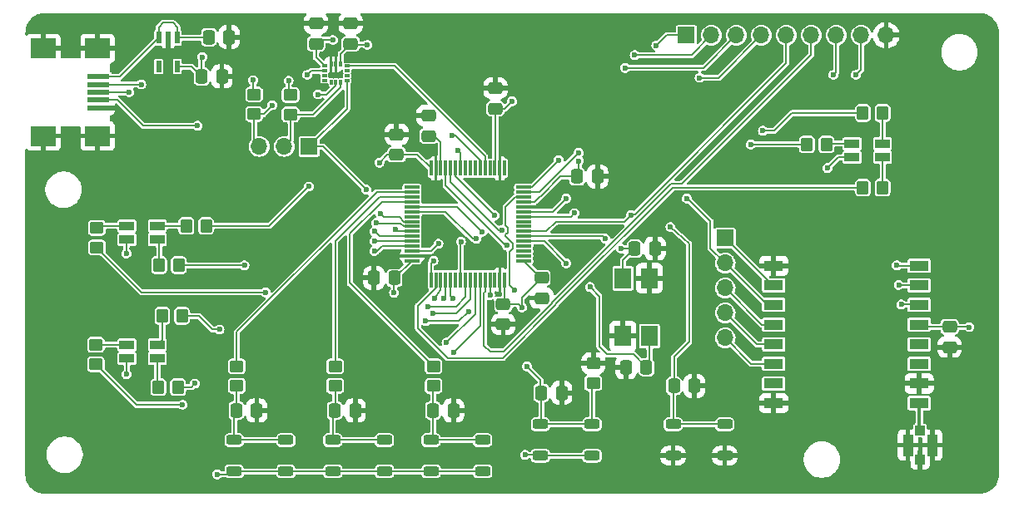
<source format=gtl>
%TF.GenerationSoftware,KiCad,Pcbnew,8.0.4-8.0.4-0~ubuntu24.04.1*%
%TF.CreationDate,2024-07-23T16:28:14+10:00*%
%TF.ProjectId,lo_cate_pcb,6c6f5f63-6174-4655-9f70-63622e6b6963,rev?*%
%TF.SameCoordinates,Original*%
%TF.FileFunction,Copper,L1,Top*%
%TF.FilePolarity,Positive*%
%FSLAX46Y46*%
G04 Gerber Fmt 4.6, Leading zero omitted, Abs format (unit mm)*
G04 Created by KiCad (PCBNEW 8.0.4-8.0.4-0~ubuntu24.04.1) date 2024-07-23 16:28:14*
%MOMM*%
%LPD*%
G01*
G04 APERTURE LIST*
G04 Aperture macros list*
%AMRoundRect*
0 Rectangle with rounded corners*
0 $1 Rounding radius*
0 $2 $3 $4 $5 $6 $7 $8 $9 X,Y pos of 4 corners*
0 Add a 4 corners polygon primitive as box body*
4,1,4,$2,$3,$4,$5,$6,$7,$8,$9,$2,$3,0*
0 Add four circle primitives for the rounded corners*
1,1,$1+$1,$2,$3*
1,1,$1+$1,$4,$5*
1,1,$1+$1,$6,$7*
1,1,$1+$1,$8,$9*
0 Add four rect primitives between the rounded corners*
20,1,$1+$1,$2,$3,$4,$5,0*
20,1,$1+$1,$4,$5,$6,$7,0*
20,1,$1+$1,$6,$7,$8,$9,0*
20,1,$1+$1,$8,$9,$2,$3,0*%
G04 Aperture macros list end*
%TA.AperFunction,SMDPad,CuDef*%
%ADD10RoundRect,0.250000X0.525000X0.250000X-0.525000X0.250000X-0.525000X-0.250000X0.525000X-0.250000X0*%
%TD*%
%TA.AperFunction,SMDPad,CuDef*%
%ADD11R,1.700000X2.100000*%
%TD*%
%TA.AperFunction,SMDPad,CuDef*%
%ADD12RoundRect,0.250000X-0.475000X0.337500X-0.475000X-0.337500X0.475000X-0.337500X0.475000X0.337500X0*%
%TD*%
%TA.AperFunction,SMDPad,CuDef*%
%ADD13R,1.500000X0.900000*%
%TD*%
%TA.AperFunction,SMDPad,CuDef*%
%ADD14RoundRect,0.250000X0.450000X-0.350000X0.450000X0.350000X-0.450000X0.350000X-0.450000X-0.350000X0*%
%TD*%
%TA.AperFunction,ComponentPad*%
%ADD15R,1.700000X1.700000*%
%TD*%
%TA.AperFunction,ComponentPad*%
%ADD16O,1.700000X1.700000*%
%TD*%
%TA.AperFunction,SMDPad,CuDef*%
%ADD17RoundRect,0.250000X-0.337500X-0.475000X0.337500X-0.475000X0.337500X0.475000X-0.337500X0.475000X0*%
%TD*%
%TA.AperFunction,SMDPad,CuDef*%
%ADD18RoundRect,0.250000X0.475000X-0.337500X0.475000X0.337500X-0.475000X0.337500X-0.475000X-0.337500X0*%
%TD*%
%TA.AperFunction,SMDPad,CuDef*%
%ADD19RoundRect,0.250000X-0.350000X-0.450000X0.350000X-0.450000X0.350000X0.450000X-0.350000X0.450000X0*%
%TD*%
%TA.AperFunction,SMDPad,CuDef*%
%ADD20RoundRect,0.250000X0.350000X0.450000X-0.350000X0.450000X-0.350000X-0.450000X0.350000X-0.450000X0*%
%TD*%
%TA.AperFunction,SMDPad,CuDef*%
%ADD21R,1.950000X1.050000*%
%TD*%
%TA.AperFunction,SMDPad,CuDef*%
%ADD22R,0.584200X0.304800*%
%TD*%
%TA.AperFunction,SMDPad,CuDef*%
%ADD23R,0.304800X0.584200*%
%TD*%
%TA.AperFunction,SMDPad,CuDef*%
%ADD24RoundRect,0.250000X0.337500X0.475000X-0.337500X0.475000X-0.337500X-0.475000X0.337500X-0.475000X0*%
%TD*%
%TA.AperFunction,SMDPad,CuDef*%
%ADD25R,2.300000X0.500000*%
%TD*%
%TA.AperFunction,SMDPad,CuDef*%
%ADD26R,2.500000X2.000000*%
%TD*%
%TA.AperFunction,SMDPad,CuDef*%
%ADD27RoundRect,0.250000X-0.450000X0.350000X-0.450000X-0.350000X0.450000X-0.350000X0.450000X0.350000X0*%
%TD*%
%TA.AperFunction,SMDPad,CuDef*%
%ADD28R,0.990600X0.990600*%
%TD*%
%TA.AperFunction,SMDPad,CuDef*%
%ADD29R,1.041400X2.209800*%
%TD*%
%TA.AperFunction,SMDPad,CuDef*%
%ADD30R,0.508000X1.181100*%
%TD*%
%TA.AperFunction,SMDPad,CuDef*%
%ADD31RoundRect,0.075000X0.700000X0.075000X-0.700000X0.075000X-0.700000X-0.075000X0.700000X-0.075000X0*%
%TD*%
%TA.AperFunction,SMDPad,CuDef*%
%ADD32RoundRect,0.075000X0.075000X0.700000X-0.075000X0.700000X-0.075000X-0.700000X0.075000X-0.700000X0*%
%TD*%
%TA.AperFunction,ViaPad*%
%ADD33C,0.600000*%
%TD*%
%TA.AperFunction,Conductor*%
%ADD34C,0.200000*%
%TD*%
%TA.AperFunction,Conductor*%
%ADD35C,0.363000*%
%TD*%
G04 APERTURE END LIST*
D10*
%TO.P,SW4,1,1*%
%TO.N,/3V3*%
X134525000Y-120800000D03*
X129275000Y-120800000D03*
%TO.P,SW4,2,2*%
%TO.N,Net-(C5-Pad2)*%
X134525000Y-117600000D03*
X129275000Y-117600000D03*
%TD*%
D11*
%TO.P,Y1,1,1*%
%TO.N,/OSC_IN*%
X161500000Y-107025000D03*
%TO.P,Y1,2,2*%
%TO.N,GND*%
X161500000Y-101125000D03*
%TO.P,Y1,3,3*%
%TO.N,/OSC_OUT*%
X158800000Y-101125000D03*
%TO.P,Y1,4,4*%
%TO.N,GND*%
X158800000Y-107025000D03*
%TD*%
D12*
%TO.P,C8,1*%
%TO.N,GND*%
X127600000Y-75175000D03*
%TO.P,C8,2*%
%TO.N,/3V3*%
X127600000Y-77250000D03*
%TD*%
D13*
%TO.P,D1,1*%
%TO.N,/3V3*%
X108350000Y-109300000D03*
%TO.P,D1,2*%
%TO.N,Net-(D1-Pad2)*%
X108350000Y-107900000D03*
%TO.P,D1,3*%
%TO.N,Net-(D1-Pad3)*%
X111450000Y-109300000D03*
%TO.P,D1,4*%
%TO.N,Net-(D1-Pad4)*%
X111450000Y-107900000D03*
%TD*%
D14*
%TO.P,R12,1*%
%TO.N,Net-(C5-Pad2)*%
X129525000Y-112100000D03*
%TO.P,R12,2*%
%TO.N,/BUTTON2*%
X129525000Y-110100000D03*
%TD*%
%TO.P,R1,1*%
%TO.N,/MICRO_WAKEUP*%
X155775000Y-111812500D03*
%TO.P,R1,2*%
%TO.N,GND*%
X155775000Y-109812500D03*
%TD*%
D15*
%TO.P,J3,1,Pin_1*%
%TO.N,/3V3*%
X165250000Y-76375000D03*
D16*
%TO.P,J3,2,Pin_2*%
%TO.N,/SWDIO*%
X167790000Y-76375000D03*
%TO.P,J3,3,Pin_3*%
%TO.N,/SWCLK*%
X170330000Y-76375000D03*
%TO.P,J3,4,Pin_4*%
%TO.N,/SWO*%
X172870000Y-76375000D03*
%TO.P,J3,5,Pin_5*%
%TO.N,/NRST*%
X175410000Y-76375000D03*
%TO.P,J3,6,Pin_6*%
%TO.N,/BOOTO*%
X177950000Y-76375000D03*
%TO.P,J3,7,Pin_7*%
%TO.N,/UART_RX*%
X180490000Y-76375000D03*
%TO.P,J3,8,Pin_8*%
%TO.N,/UART_TX*%
X183030000Y-76375000D03*
%TO.P,J3,9,Pin_9*%
%TO.N,GND*%
X185570000Y-76375000D03*
%TD*%
D17*
%TO.P,C12,1*%
%TO.N,GND*%
X133487500Y-101100000D03*
%TO.P,C12,2*%
%TO.N,/3V3*%
X135562500Y-101100000D03*
%TD*%
D18*
%TO.P,C3,1*%
%TO.N,GND*%
X192025000Y-108137500D03*
%TO.P,C3,2*%
%TO.N,/3V3*%
X192025000Y-106062500D03*
%TD*%
D19*
%TO.P,R2,1*%
%TO.N,/LED2_BLUE*%
X177500000Y-87500000D03*
%TO.P,R2,2*%
%TO.N,Net-(D2-Pad2)*%
X179500000Y-87500000D03*
%TD*%
D12*
%TO.P,C7,1*%
%TO.N,GND*%
X131100000Y-75175000D03*
%TO.P,C7,2*%
%TO.N,/3V3*%
X131100000Y-77250000D03*
%TD*%
D14*
%TO.P,R11,1*%
%TO.N,Net-(C4-Pad2)*%
X139525000Y-112100000D03*
%TO.P,R11,2*%
%TO.N,/BUTTON1*%
X139525000Y-110100000D03*
%TD*%
%TO.P,R8,1*%
%TO.N,/LED3_BLUE*%
X105300000Y-98000000D03*
%TO.P,R8,2*%
%TO.N,Net-(D3-Pad2)*%
X105300000Y-96000000D03*
%TD*%
D17*
%TO.P,C17,1*%
%TO.N,/5V_IN*%
X116687501Y-76566850D03*
%TO.P,C17,2*%
%TO.N,GND*%
X118762501Y-76566850D03*
%TD*%
D15*
%TO.P,J1,1,Pin_1*%
%TO.N,/LORA_MISO*%
X169200000Y-97040000D03*
D16*
%TO.P,J1,2,Pin_2*%
%TO.N,/LORA_MOSI*%
X169200000Y-99580000D03*
%TO.P,J1,3,Pin_3*%
%TO.N,/LORA_SCK*%
X169200000Y-102120000D03*
%TO.P,J1,4,Pin_4*%
%TO.N,/LORA_CSB*%
X169200000Y-104660000D03*
%TO.P,J1,5,Pin_5*%
%TO.N,/LORA_RST*%
X169200000Y-107200000D03*
%TD*%
D20*
%TO.P,R4,1*%
%TO.N,Net-(D2-Pad4)*%
X185200000Y-84300000D03*
%TO.P,R4,2*%
%TO.N,/LED2_GREEN*%
X183200000Y-84300000D03*
%TD*%
D14*
%TO.P,R7,1*%
%TO.N,/LED1_BLUE*%
X105200000Y-109900000D03*
%TO.P,R7,2*%
%TO.N,Net-(D1-Pad2)*%
X105200000Y-107900000D03*
%TD*%
D19*
%TO.P,R10,1*%
%TO.N,Net-(D3-Pad4)*%
X114400000Y-95800000D03*
%TO.P,R10,2*%
%TO.N,/LED3_GREEN*%
X116400000Y-95800000D03*
%TD*%
%TO.P,R6,1*%
%TO.N,Net-(D1-Pad4)*%
X111952200Y-104965000D03*
%TO.P,R6,2*%
%TO.N,/LED1_GREEN*%
X113952200Y-104965000D03*
%TD*%
D21*
%TO.P,U6,1,GND*%
%TO.N,GND*%
X174125000Y-99850000D03*
%TO.P,U6,2,MISO*%
%TO.N,/LORA_MISO*%
X174125000Y-101850000D03*
%TO.P,U6,3,MOSI*%
%TO.N,/LORA_MOSI*%
X174125000Y-103850000D03*
%TO.P,U6,4,SCK*%
%TO.N,/LORA_SCK*%
X174125000Y-105850000D03*
%TO.P,U6,5,NSS*%
%TO.N,/LORA_CSB*%
X174125000Y-107850000D03*
%TO.P,U6,6,RESET*%
%TO.N,/LORA_RST*%
X174125000Y-109850000D03*
%TO.P,U6,7,DIO5*%
%TO.N,unconnected-(U6-DIO5-Pad7)*%
X174125000Y-111850000D03*
%TO.P,U6,8,GND@1*%
%TO.N,GND*%
X174125000Y-113850000D03*
%TO.P,U6,9,ANT*%
%TO.N,Net-(U6-ANT)*%
X188925000Y-113850000D03*
%TO.P,U6,10,GND@2*%
%TO.N,GND*%
X188925000Y-111850000D03*
%TO.P,U6,11,DIO3*%
%TO.N,unconnected-(U6-DIO3-Pad11)*%
X188925000Y-109850000D03*
%TO.P,U6,12,DIO4*%
%TO.N,unconnected-(U6-DIO4-Pad12)*%
X188925000Y-107850000D03*
%TO.P,U6,13,3_3V*%
%TO.N,/3V3*%
X188925000Y-105850000D03*
%TO.P,U6,14,DIO0*%
%TO.N,/LORA_DIO0*%
X188925000Y-103850000D03*
%TO.P,U6,15,DIO1*%
%TO.N,/LORA_DIO1*%
X188925000Y-101850000D03*
%TO.P,U6,16,DIO2*%
%TO.N,/LORA_DIO2*%
X188925000Y-99850000D03*
%TD*%
D22*
%TO.P,U2,1,SDO*%
%TO.N,/IMU_SA0*%
X130755700Y-81000001D03*
%TO.P,U2,2,NC*%
%TO.N,unconnected-(U2-NC-Pad2)*%
X130755700Y-80500000D03*
%TO.P,U2,3,NC*%
%TO.N,unconnected-(U2-NC-Pad3)*%
X130755700Y-80000000D03*
%TO.P,U2,4,INT1*%
%TO.N,/IMU_INT1*%
X130755700Y-79499999D03*
D23*
%TO.P,U2,5,VDDIO*%
%TO.N,/3V3*%
X130099999Y-79335600D03*
%TO.P,U2,6,GNDIO*%
%TO.N,GND*%
X129600000Y-79335600D03*
%TO.P,U2,7,GND*%
X129100001Y-79335600D03*
D22*
%TO.P,U2,8,VDD*%
%TO.N,/3V3*%
X128444300Y-79499999D03*
%TO.P,U2,9,INT2*%
%TO.N,/IMU_INT2*%
X128444300Y-80000000D03*
%TO.P,U2,10,NC*%
%TO.N,unconnected-(U2-NC-Pad10)*%
X128444300Y-80500000D03*
%TO.P,U2,11,NC*%
%TO.N,unconnected-(U2-NC-Pad11)*%
X128444300Y-81000001D03*
D23*
%TO.P,U2,12,CSB*%
%TO.N,unconnected-(U2-CSB-Pad12)*%
X129100001Y-81164400D03*
%TO.P,U2,13,SCX*%
%TO.N,/IMU_SCL*%
X129600000Y-81164400D03*
%TO.P,U2,14,SDX*%
%TO.N,/IMU_SDA*%
X130099999Y-81164400D03*
%TD*%
D24*
%TO.P,C6,1*%
%TO.N,GND*%
X121562500Y-114600000D03*
%TO.P,C6,2*%
%TO.N,Net-(C6-Pad2)*%
X119487500Y-114600000D03*
%TD*%
D18*
%TO.P,C15,1*%
%TO.N,Net-(U1-VCAP1)*%
X139025000Y-86637500D03*
%TO.P,C15,2*%
%TO.N,GND*%
X139025000Y-84562500D03*
%TD*%
D10*
%TO.P,SW3,1,1*%
%TO.N,/3V3*%
X144525000Y-120800000D03*
X139275000Y-120800000D03*
%TO.P,SW3,2,2*%
%TO.N,Net-(C4-Pad2)*%
X144525000Y-117600000D03*
X139275000Y-117600000D03*
%TD*%
D12*
%TO.P,C9,1*%
%TO.N,/3V3*%
X150525000Y-101062500D03*
%TO.P,C9,2*%
%TO.N,GND*%
X150525000Y-103137500D03*
%TD*%
D19*
%TO.P,R9,1*%
%TO.N,Net-(D3-Pad3)*%
X111625000Y-99800000D03*
%TO.P,R9,2*%
%TO.N,/LED3_RED*%
X113625000Y-99800000D03*
%TD*%
D18*
%TO.P,C11,1*%
%TO.N,GND*%
X146625000Y-105837500D03*
%TO.P,C11,2*%
%TO.N,/3V3*%
X146625000Y-103762500D03*
%TD*%
D17*
%TO.P,C16,1*%
%TO.N,/3V3*%
X115937501Y-80566850D03*
%TO.P,C16,2*%
%TO.N,GND*%
X118012501Y-80566850D03*
%TD*%
D24*
%TO.P,C4,1*%
%TO.N,GND*%
X141562500Y-114600000D03*
%TO.P,C4,2*%
%TO.N,Net-(C4-Pad2)*%
X139487500Y-114600000D03*
%TD*%
D25*
%TO.P,J2,1,VCC*%
%TO.N,/5V_IN*%
X105475000Y-80580000D03*
%TO.P,J2,2,D-*%
%TO.N,/USB_DM*%
X105475000Y-81380000D03*
%TO.P,J2,3,D+*%
%TO.N,/USB_DP*%
X105475000Y-82180000D03*
%TO.P,J2,4,ID*%
%TO.N,/USB_ID*%
X105475000Y-82980000D03*
%TO.P,J2,5,GND*%
%TO.N,GND*%
X105475000Y-83780000D03*
D26*
%TO.P,J2,S1,SHIELD*%
X105375000Y-77730000D03*
%TO.P,J2,S2,SHIELD__1*%
X105375000Y-86630000D03*
%TO.P,J2,S3,SHIELD__2*%
X99875000Y-86630000D03*
%TO.P,J2,S4,SHIELD__3*%
X99875000Y-77730000D03*
%TD*%
D27*
%TO.P,R15,1*%
%TO.N,/3V3*%
X121300000Y-82400000D03*
%TO.P,R15,2*%
%TO.N,/IMU_SCL*%
X121300000Y-84400000D03*
%TD*%
D28*
%TO.P,U8,1,SIGNAL*%
%TO.N,Net-(U6-ANT)*%
X189025000Y-116649998D03*
D29*
%TO.P,U8,2,GROUND*%
%TO.N,GND*%
X187775000Y-118124999D03*
D28*
%TO.P,U8,3,GROUND*%
X189025000Y-119600000D03*
D29*
%TO.P,U8,4,GROUND*%
X190275000Y-118124999D03*
%TD*%
D15*
%TO.P,J4,1,Pin_1*%
%TO.N,/IMU_SA0*%
X126890000Y-87700000D03*
D16*
%TO.P,J4,2,Pin_2*%
%TO.N,/IMU_SDA*%
X124350000Y-87700000D03*
%TO.P,J4,3,Pin_3*%
%TO.N,/IMU_SCL*%
X121810000Y-87700000D03*
%TD*%
D20*
%TO.P,R3,1*%
%TO.N,Net-(D2-Pad3)*%
X185200000Y-91900000D03*
%TO.P,R3,2*%
%TO.N,/LED2_RED*%
X183200000Y-91900000D03*
%TD*%
D19*
%TO.P,R5,1*%
%TO.N,Net-(D1-Pad3)*%
X111552200Y-112215000D03*
%TO.P,R5,2*%
%TO.N,/LED1_RED*%
X113552200Y-112215000D03*
%TD*%
D24*
%TO.P,C1,1*%
%TO.N,GND*%
X152562500Y-112812500D03*
%TO.P,C1,2*%
%TO.N,/MICRO_WAKEUP*%
X150487500Y-112812500D03*
%TD*%
D13*
%TO.P,D2,1*%
%TO.N,/3V3*%
X182100000Y-88800000D03*
%TO.P,D2,2*%
%TO.N,Net-(D2-Pad2)*%
X182100000Y-87400000D03*
%TO.P,D2,3*%
%TO.N,Net-(D2-Pad3)*%
X185200000Y-88800000D03*
%TO.P,D2,4*%
%TO.N,Net-(D2-Pad4)*%
X185200000Y-87400000D03*
%TD*%
%TO.P,D3,1*%
%TO.N,/3V3*%
X108350000Y-97200000D03*
%TO.P,D3,2*%
%TO.N,Net-(D3-Pad2)*%
X108350000Y-95800000D03*
%TO.P,D3,3*%
%TO.N,Net-(D3-Pad3)*%
X111450000Y-97200000D03*
%TO.P,D3,4*%
%TO.N,Net-(D3-Pad4)*%
X111450000Y-95800000D03*
%TD*%
D17*
%TO.P,C19,1*%
%TO.N,/OSC_OUT*%
X159987500Y-98100000D03*
%TO.P,C19,2*%
%TO.N,GND*%
X162062500Y-98100000D03*
%TD*%
D18*
%TO.P,C10,1*%
%TO.N,/3V3*%
X145825000Y-83837500D03*
%TO.P,C10,2*%
%TO.N,GND*%
X145825000Y-81762500D03*
%TD*%
D10*
%TO.P,SW5,1,1*%
%TO.N,/3V3*%
X124525000Y-120800000D03*
X119275000Y-120800000D03*
%TO.P,SW5,2,2*%
%TO.N,Net-(C6-Pad2)*%
X124525000Y-117600000D03*
X119275000Y-117600000D03*
%TD*%
%TO.P,SW1,1,1*%
%TO.N,GND*%
X169150000Y-119200000D03*
X163900000Y-119200000D03*
%TO.P,SW1,2,2*%
%TO.N,/NRST*%
X169150000Y-116000000D03*
X163900000Y-116000000D03*
%TD*%
D14*
%TO.P,R13,1*%
%TO.N,Net-(C6-Pad2)*%
X119525000Y-112100000D03*
%TO.P,R13,2*%
%TO.N,/BUTTON3*%
X119525000Y-110100000D03*
%TD*%
D24*
%TO.P,C14,1*%
%TO.N,GND*%
X156212500Y-90750000D03*
%TO.P,C14,2*%
%TO.N,/3V3*%
X154137500Y-90750000D03*
%TD*%
D27*
%TO.P,R14,1*%
%TO.N,/3V3*%
X125000000Y-82450000D03*
%TO.P,R14,2*%
%TO.N,/IMU_SDA*%
X125000000Y-84450000D03*
%TD*%
D30*
%TO.P,U7,1,IN*%
%TO.N,/5V_IN*%
X113475001Y-76633150D03*
%TO.P,U7,2,GND*%
%TO.N,GND*%
X112525000Y-76633150D03*
%TO.P,U7,3,EN*%
%TO.N,/5V_IN*%
X111574999Y-76633150D03*
%TO.P,U7,4,NC*%
%TO.N,unconnected-(U7-NC-Pad4)*%
X111574999Y-79566850D03*
%TO.P,U7,5,OUT*%
%TO.N,/3V3*%
X113475001Y-79566850D03*
%TD*%
D12*
%TO.P,C13,1*%
%TO.N,GND*%
X135775000Y-86462500D03*
%TO.P,C13,2*%
%TO.N,/3V3*%
X135775000Y-88537500D03*
%TD*%
D10*
%TO.P,SW2,1,1*%
%TO.N,/3V3*%
X155650000Y-119200000D03*
X150400000Y-119200000D03*
%TO.P,SW2,2,2*%
%TO.N,/MICRO_WAKEUP*%
X155650000Y-116000000D03*
X150400000Y-116000000D03*
%TD*%
D24*
%TO.P,C2,1*%
%TO.N,GND*%
X166062500Y-112100000D03*
%TO.P,C2,2*%
%TO.N,/NRST*%
X163987500Y-112100000D03*
%TD*%
D31*
%TO.P,U1,1,VBAT*%
%TO.N,/3V3*%
X148700000Y-99350000D03*
%TO.P,U1,2,PC13*%
%TO.N,unconnected-(U1-PC13-Pad2)*%
X148700000Y-98850000D03*
%TO.P,U1,3,PC14*%
%TO.N,unconnected-(U1-PC14-Pad3)*%
X148700000Y-98350000D03*
%TO.P,U1,4,PC15*%
%TO.N,unconnected-(U1-PC15-Pad4)*%
X148700000Y-97850000D03*
%TO.P,U1,5,PH0*%
%TO.N,/OSC_IN*%
X148700000Y-97350000D03*
%TO.P,U1,6,PH1*%
%TO.N,/OSC_OUT*%
X148700000Y-96850000D03*
%TO.P,U1,7,NRST*%
%TO.N,/NRST*%
X148700000Y-96350000D03*
%TO.P,U1,8,PC0*%
%TO.N,unconnected-(U1-PC0-Pad8)*%
X148700000Y-95850000D03*
%TO.P,U1,9,PC1*%
%TO.N,unconnected-(U1-PC1-Pad9)*%
X148700000Y-95350000D03*
%TO.P,U1,10,PC2*%
%TO.N,/LORA_MISO*%
X148700000Y-94850000D03*
%TO.P,U1,11,PC3*%
%TO.N,/LORA_MOSI*%
X148700000Y-94350000D03*
%TO.P,U1,12,VSSA*%
%TO.N,GND*%
X148700000Y-93850000D03*
%TO.P,U1,13,VREF+*%
%TO.N,/3V3*%
X148700000Y-93350000D03*
%TO.P,U1,14,PA0*%
%TO.N,/MICRO_WAKEUP*%
X148700000Y-92850000D03*
%TO.P,U1,15,PA1*%
%TO.N,/LED2_BLUE*%
X148700000Y-92350000D03*
%TO.P,U1,16,PA2*%
%TO.N,/LED2_GREEN*%
X148700000Y-91850000D03*
D32*
%TO.P,U1,17,PA3*%
%TO.N,unconnected-(U1-PA3-Pad17)*%
X146775000Y-89925000D03*
%TO.P,U1,18,VSS*%
%TO.N,GND*%
X146275000Y-89925000D03*
%TO.P,U1,19,VDD*%
%TO.N,/3V3*%
X145775000Y-89925000D03*
%TO.P,U1,20,PA4*%
%TO.N,unconnected-(U1-PA4-Pad20)*%
X145275000Y-89925000D03*
%TO.P,U1,21,PA5*%
%TO.N,/IMU_INT1*%
X144775000Y-89925000D03*
%TO.P,U1,22,PA6*%
%TO.N,/IMU_INT2*%
X144275000Y-89925000D03*
%TO.P,U1,23,PA7*%
%TO.N,unconnected-(U1-PA7-Pad23)*%
X143775000Y-89925000D03*
%TO.P,U1,24,PC4*%
%TO.N,unconnected-(U1-PC4-Pad24)*%
X143275000Y-89925000D03*
%TO.P,U1,25,PC5*%
%TO.N,unconnected-(U1-PC5-Pad25)*%
X142775000Y-89925000D03*
%TO.P,U1,26,PB0*%
%TO.N,/LED3_GREEN*%
X142275000Y-89925000D03*
%TO.P,U1,27,PB1*%
%TO.N,/LORA_RST*%
X141775000Y-89925000D03*
%TO.P,U1,28,PB2*%
%TO.N,/LORA_CSB*%
X141275000Y-89925000D03*
%TO.P,U1,29,PB10*%
%TO.N,/LORA_SCK*%
X140775000Y-89925000D03*
%TO.P,U1,30,VCAP1*%
%TO.N,Net-(U1-VCAP1)*%
X140275000Y-89925000D03*
%TO.P,U1,31,VSS*%
%TO.N,GND*%
X139775000Y-89925000D03*
%TO.P,U1,32,VDD*%
%TO.N,/3V3*%
X139275000Y-89925000D03*
D31*
%TO.P,U1,33,PB12*%
%TO.N,unconnected-(U1-PB12-Pad33)*%
X137350000Y-91850000D03*
%TO.P,U1,34,PB13*%
%TO.N,/BUTTON3*%
X137350000Y-92350000D03*
%TO.P,U1,35,PB14*%
%TO.N,/BUTTON2*%
X137350000Y-92850000D03*
%TO.P,U1,36,PB15*%
%TO.N,/BUTTON1*%
X137350000Y-93350000D03*
%TO.P,U1,37,PC6*%
%TO.N,/UART_TX*%
X137350000Y-93850000D03*
%TO.P,U1,38,PC7*%
%TO.N,/UART_RX*%
X137350000Y-94350000D03*
%TO.P,U1,39,PC8*%
%TO.N,unconnected-(U1-PC8-Pad39)*%
X137350000Y-94850000D03*
%TO.P,U1,40,PC9*%
%TO.N,/IMU_SDA*%
X137350000Y-95350000D03*
%TO.P,U1,41,PA8*%
%TO.N,/IMU_SCL*%
X137350000Y-95850000D03*
%TO.P,U1,42,PA9*%
%TO.N,/IMU_SA0*%
X137350000Y-96350000D03*
%TO.P,U1,43,PA10*%
%TO.N,/USB_ID*%
X137350000Y-96850000D03*
%TO.P,U1,44,PA11*%
%TO.N,/USB_DM*%
X137350000Y-97350000D03*
%TO.P,U1,45,PA12*%
%TO.N,/USB_DP*%
X137350000Y-97850000D03*
%TO.P,U1,46,PA13*%
%TO.N,/SWDIO*%
X137350000Y-98350000D03*
%TO.P,U1,47,VSS*%
%TO.N,GND*%
X137350000Y-98850000D03*
%TO.P,U1,48,VDD*%
%TO.N,/3V3*%
X137350000Y-99350000D03*
D32*
%TO.P,U1,49,PA14*%
%TO.N,/SWCLK*%
X139275000Y-101275000D03*
%TO.P,U1,50,PA15*%
%TO.N,/LED2_RED*%
X139775000Y-101275000D03*
%TO.P,U1,51,PC10*%
%TO.N,/LORA_DIO0*%
X140275000Y-101275000D03*
%TO.P,U1,52,PC11*%
%TO.N,/LORA_DIO1*%
X140775000Y-101275000D03*
%TO.P,U1,53,PC12*%
%TO.N,/LORA_DIO2*%
X141275000Y-101275000D03*
%TO.P,U1,54,PD2*%
%TO.N,unconnected-(U1-PD2-Pad54)*%
X141775000Y-101275000D03*
%TO.P,U1,55,PB3*%
%TO.N,/SWO*%
X142275000Y-101275000D03*
%TO.P,U1,56,PB4*%
%TO.N,/LED3_RED*%
X142775000Y-101275000D03*
%TO.P,U1,57,PB5*%
%TO.N,/LED3_BLUE*%
X143275000Y-101275000D03*
%TO.P,U1,58,PB6*%
%TO.N,/LED1_RED*%
X143775000Y-101275000D03*
%TO.P,U1,59,PB7*%
%TO.N,/LED1_BLUE*%
X144275000Y-101275000D03*
%TO.P,U1,60,BOOT0*%
%TO.N,/BOOTO*%
X144775000Y-101275000D03*
%TO.P,U1,61,PB8*%
%TO.N,/LED1_GREEN*%
X145275000Y-101275000D03*
%TO.P,U1,62,PB9*%
%TO.N,unconnected-(U1-PB9-Pad62)*%
X145775000Y-101275000D03*
%TO.P,U1,63,VSS*%
%TO.N,GND*%
X146275000Y-101275000D03*
%TO.P,U1,64,VDD*%
%TO.N,/3V3*%
X146775000Y-101275000D03*
%TD*%
D24*
%TO.P,C18,1*%
%TO.N,/OSC_IN*%
X161187500Y-110200000D03*
%TO.P,C18,2*%
%TO.N,GND*%
X159112500Y-110200000D03*
%TD*%
%TO.P,C5,1*%
%TO.N,GND*%
X131562500Y-114600000D03*
%TO.P,C5,2*%
%TO.N,Net-(C5-Pad2)*%
X129487500Y-114600000D03*
%TD*%
D33*
%TO.N,GND*%
X139700000Y-106600000D03*
X146025000Y-107700000D03*
X126900000Y-85550000D03*
X154200000Y-96000000D03*
X154875000Y-98575000D03*
%TO.N,/MICRO_WAKEUP*%
X147775000Y-102350000D03*
X149025000Y-110100000D03*
%TO.N,/NRST*%
X163625000Y-95900000D03*
X159625000Y-94700000D03*
%TO.N,/3V3*%
X121200000Y-80950000D03*
X162200000Y-77400000D03*
X129299999Y-76850000D03*
X116025000Y-78600000D03*
X135525000Y-102600000D03*
X124800000Y-81000000D03*
X147525000Y-83100000D03*
X132799999Y-77350000D03*
X108300000Y-110900000D03*
X194025000Y-106100000D03*
X148850000Y-119125000D03*
X117525000Y-121100000D03*
X108300000Y-98600000D03*
X179600000Y-89900000D03*
X148525000Y-104100000D03*
X154325000Y-89175000D03*
X134025000Y-89350000D03*
%TO.N,/SWO*%
X166600000Y-80700000D03*
X142324265Y-97399265D03*
%TO.N,/SWCLK*%
X159025000Y-79700000D03*
X139525000Y-99350000D03*
%TO.N,/SWDIO*%
X160000000Y-78400000D03*
X140025000Y-97600000D03*
%TO.N,/LED2_BLUE*%
X171800000Y-87500000D03*
X154275000Y-88350000D03*
%TO.N,/LED2_GREEN*%
X173025000Y-86100000D03*
X152275000Y-89100000D03*
%TO.N,/LED1_RED*%
X140850000Y-107700000D03*
X115275000Y-111850000D03*
%TO.N,/LED1_GREEN*%
X138750000Y-105500000D03*
X117775000Y-106350000D03*
X145275000Y-102850000D03*
X143100000Y-104500000D03*
%TO.N,/LED1_BLUE*%
X141574265Y-108649265D03*
X114025000Y-114015000D03*
%TO.N,/LED3_BLUE*%
X122450000Y-102550000D03*
X139500000Y-104700000D03*
%TO.N,/LED3_RED*%
X138950000Y-104000000D03*
X120300000Y-99800000D03*
%TO.N,/LED3_GREEN*%
X142025000Y-88100000D03*
X126837500Y-91787500D03*
%TO.N,/UART_TX*%
X182500000Y-80400000D03*
X144500000Y-96400000D03*
%TO.N,/LORA_RST*%
X145758060Y-94715470D03*
%TO.N,/LORA_MOSI*%
X165300000Y-93000000D03*
X153050000Y-93000000D03*
%TO.N,/LORA_MISO*%
X153850000Y-94500000D03*
%TO.N,/LORA_CSB*%
X146475000Y-96225000D03*
%TO.N,/OSC_IN*%
X155450000Y-102025000D03*
X153025000Y-99600000D03*
%TO.N,/UART_RX*%
X143900000Y-97100000D03*
X180200000Y-80400000D03*
%TO.N,/IMU_SDA*%
X134150000Y-94550000D03*
%TO.N,/IMU_SCL*%
X133700000Y-95500000D03*
X127800000Y-82400000D03*
X123150000Y-83500000D03*
%TO.N,/LORA_SCK*%
X146975736Y-97800735D03*
%TO.N,/USB_DP*%
X133525000Y-98350000D03*
X108605000Y-82180000D03*
%TO.N,/USB_ID*%
X133525000Y-96350000D03*
X115525000Y-85600000D03*
%TO.N,/USB_DM*%
X109805000Y-81380000D03*
X133525000Y-97350000D03*
%TO.N,/IMU_SA0*%
X132700000Y-92100000D03*
X135650000Y-96150000D03*
%TO.N,/OSC_OUT*%
X157025000Y-97100000D03*
X158600000Y-98100000D03*
%TO.N,/LORA_DIO0*%
X139650000Y-103150000D03*
X187100000Y-103800000D03*
%TO.N,/LORA_DIO2*%
X141500000Y-103150000D03*
X186650000Y-99800000D03*
%TO.N,/LORA_DIO1*%
X140600000Y-103150000D03*
X186850000Y-101800000D03*
%TO.N,/IMU_INT2*%
X126700000Y-80400000D03*
X141400000Y-86600000D03*
%TD*%
D34*
%TO.N,/MICRO_WAKEUP*%
X147892590Y-92850000D02*
X148700000Y-92850000D01*
X150400000Y-116000000D02*
X155650000Y-116000000D01*
X155650000Y-116000000D02*
X155650000Y-111937500D01*
X147775000Y-102350000D02*
X147275000Y-101850000D01*
X147625000Y-98098529D02*
X147625000Y-97601471D01*
X150487500Y-115912500D02*
X150400000Y-116000000D01*
X147075000Y-95976471D02*
X146850000Y-95751471D01*
X155650000Y-111937500D02*
X155775000Y-111812500D01*
X146850000Y-96826471D02*
X146850000Y-96698529D01*
X146850000Y-93892590D02*
X147892590Y-92850000D01*
X149025000Y-110100000D02*
X150400000Y-111475000D01*
X147275000Y-101850000D02*
X147275000Y-98448529D01*
X147075000Y-96473529D02*
X147075000Y-95976471D01*
X146850000Y-96698529D02*
X147075000Y-96473529D01*
X147275000Y-98448529D02*
X147625000Y-98098529D01*
X147625000Y-97601471D02*
X146850000Y-96826471D01*
X146850000Y-95751471D02*
X146850000Y-93892590D01*
X150400000Y-111475000D02*
X150400000Y-112537500D01*
X150487500Y-112812500D02*
X150487500Y-115912500D01*
%TO.N,/NRST*%
X163900000Y-116000000D02*
X163900000Y-112437500D01*
X160025000Y-94600000D02*
X159725000Y-94600000D01*
X159725000Y-94600000D02*
X159625000Y-94700000D01*
X152000000Y-95350000D02*
X151000000Y-96350000D01*
X151000000Y-96350000D02*
X148700000Y-96350000D01*
X159625000Y-94700000D02*
X158975000Y-95350000D01*
X163987500Y-109137500D02*
X165525000Y-107600000D01*
X175410000Y-76375000D02*
X175410000Y-79215000D01*
X158975000Y-95350000D02*
X152000000Y-95350000D01*
X175410000Y-79215000D02*
X160025000Y-94600000D01*
X163900000Y-112437500D02*
X163987500Y-112350000D01*
X165525000Y-107600000D02*
X165525000Y-97600000D01*
X163987500Y-112100000D02*
X163987500Y-109137500D01*
X169150000Y-116000000D02*
X163900000Y-116000000D01*
X165525000Y-97600000D02*
X163625000Y-95900000D01*
X163625000Y-95900000D02*
X163775000Y-95850000D01*
%TO.N,/3V3*%
X127600000Y-77250000D02*
X127600000Y-78655699D01*
X131200000Y-77350000D02*
X131100000Y-77250000D01*
X121200000Y-82300000D02*
X121300000Y-82400000D01*
X117525000Y-121100000D02*
X118975000Y-121100000D01*
X148525000Y-104100000D02*
X148525000Y-103062500D01*
X154325000Y-89175000D02*
X154325000Y-90562500D01*
X134025000Y-89350000D02*
X134837500Y-88537500D01*
X154137500Y-90750000D02*
X152440686Y-90750000D01*
X148525000Y-104100000D02*
X148187500Y-103762500D01*
X148850000Y-119125000D02*
X150325000Y-119125000D01*
X163225000Y-76375000D02*
X165250000Y-76375000D01*
X150440686Y-92750000D02*
X150375000Y-92750000D01*
X114937501Y-79566850D02*
X115937501Y-80566850D01*
X124800000Y-82250000D02*
X125000000Y-82450000D01*
X148525000Y-103062500D02*
X150525000Y-101062500D01*
X179600000Y-89900000D02*
X180700000Y-88800000D01*
X129299999Y-76850000D02*
X128000000Y-76850000D01*
X115937501Y-78687499D02*
X116025000Y-78600000D01*
X129275000Y-120800000D02*
X134525000Y-120800000D01*
X192025000Y-106062500D02*
X189137500Y-106062500D01*
X180700000Y-88800000D02*
X182100000Y-88800000D01*
X154325000Y-90562500D02*
X154137500Y-90750000D01*
X194025000Y-106100000D02*
X193987500Y-106062500D01*
X132799999Y-77350000D02*
X131200000Y-77350000D01*
X108300000Y-98600000D02*
X108300000Y-97250000D01*
X136225000Y-88537500D02*
X137887500Y-88537500D01*
X121200000Y-80950000D02*
X121200000Y-82300000D01*
X127600000Y-78655699D02*
X128444300Y-79499999D01*
X124525000Y-120800000D02*
X129275000Y-120800000D01*
X162200000Y-77400000D02*
X163225000Y-76375000D01*
X189137500Y-106062500D02*
X188925000Y-105850000D01*
X145825000Y-83837500D02*
X145825000Y-89875000D01*
X139275000Y-120800000D02*
X144525000Y-120800000D01*
X134525000Y-120800000D02*
X139275000Y-120800000D01*
X193987500Y-106062500D02*
X192025000Y-106062500D01*
X147525000Y-83100000D02*
X146787500Y-83837500D01*
X150412500Y-101062500D02*
X148700000Y-99350000D01*
X135525000Y-101137500D02*
X135562500Y-101100000D01*
X119275000Y-120800000D02*
X124525000Y-120800000D01*
X124800000Y-81000000D02*
X124800000Y-82250000D01*
X150525000Y-101062500D02*
X150412500Y-101062500D01*
X108350000Y-109300000D02*
X108350000Y-110850000D01*
X149775000Y-93350000D02*
X148700000Y-93350000D01*
X134837500Y-88537500D02*
X135775000Y-88537500D01*
X131100000Y-77250000D02*
X130099999Y-78250001D01*
X145825000Y-89875000D02*
X145775000Y-89925000D01*
X150400000Y-119200000D02*
X155650000Y-119200000D01*
X137887500Y-88537500D02*
X139275000Y-89925000D01*
X146625000Y-103762500D02*
X146775000Y-103612500D01*
X146775000Y-103612500D02*
X146775000Y-101275000D01*
X128000000Y-76850000D02*
X127600000Y-77250000D01*
X136162500Y-88600000D02*
X136225000Y-88537500D01*
X152440686Y-90750000D02*
X150440686Y-92750000D01*
X148187500Y-103762500D02*
X146625000Y-103762500D01*
X150375000Y-92750000D02*
X149775000Y-93350000D01*
X115937501Y-80566850D02*
X115937501Y-78687499D01*
X135525000Y-102600000D02*
X135525000Y-101137500D01*
X108300000Y-97250000D02*
X108350000Y-97200000D01*
X118975000Y-121100000D02*
X119275000Y-120800000D01*
X113475001Y-79566850D02*
X114937501Y-79566850D01*
X135600000Y-101100000D02*
X137350000Y-99350000D01*
X135562500Y-101100000D02*
X135600000Y-101100000D01*
X146787500Y-83837500D02*
X145825000Y-83837500D01*
X150325000Y-119125000D02*
X150400000Y-119200000D01*
X108350000Y-110850000D02*
X108300000Y-110900000D01*
X130099999Y-78250001D02*
X130099999Y-79335600D01*
%TO.N,/BUTTON1*%
X134275000Y-93350000D02*
X137350000Y-93350000D01*
X131025000Y-101600000D02*
X131025000Y-96600000D01*
X131025000Y-96600000D02*
X134275000Y-93350000D01*
X139525000Y-110100000D02*
X131025000Y-101600000D01*
%TO.N,/BUTTON2*%
X129525000Y-97350000D02*
X134025000Y-92850000D01*
X129525000Y-110100000D02*
X129525000Y-97350000D01*
X134025000Y-92850000D02*
X137350000Y-92850000D01*
%TO.N,/BUTTON3*%
X119525000Y-110100000D02*
X119525000Y-106600000D01*
X119525000Y-106600000D02*
X133775000Y-92350000D01*
X133775000Y-92350000D02*
X137350000Y-92350000D01*
%TO.N,/SWO*%
X142324265Y-97399265D02*
X142275000Y-97448530D01*
X142275000Y-97448530D02*
X142275000Y-101275000D01*
X168545000Y-80700000D02*
X172870000Y-76375000D01*
X166600000Y-80700000D02*
X168545000Y-80700000D01*
%TO.N,/SWCLK*%
X139525000Y-99350000D02*
X139275000Y-99600000D01*
X159025000Y-79700000D02*
X167005000Y-79700000D01*
X139275000Y-99600000D02*
X139275000Y-101275000D01*
X167005000Y-79700000D02*
X170330000Y-76375000D01*
%TO.N,/BOOTO*%
X151550000Y-103640686D02*
X151550000Y-103709744D01*
X144675000Y-108000000D02*
X144675000Y-102601471D01*
X145275000Y-108600000D02*
X144675000Y-108000000D01*
X164800000Y-91500000D02*
X163690686Y-91500000D01*
X163690686Y-91500000D02*
X151550000Y-103640686D01*
X177950000Y-78350000D02*
X164800000Y-91500000D01*
X144775000Y-102501471D02*
X144775000Y-101275000D01*
X177950000Y-76375000D02*
X177950000Y-78350000D01*
X146659744Y-108600000D02*
X145275000Y-108600000D01*
X151550000Y-103709744D02*
X146659744Y-108600000D01*
X144675000Y-102601471D02*
X144775000Y-102501471D01*
%TO.N,/SWDIO*%
X139275000Y-98350000D02*
X137350000Y-98350000D01*
X165765000Y-78400000D02*
X167790000Y-76375000D01*
X160000000Y-78400000D02*
X165765000Y-78400000D01*
X140025000Y-97600000D02*
X139275000Y-98350000D01*
%TO.N,/LED2_BLUE*%
X171800000Y-87500000D02*
X177500000Y-87500000D01*
X150275000Y-92350000D02*
X148700000Y-92350000D01*
X154275000Y-88350000D02*
X150275000Y-92350000D01*
%TO.N,/LED2_RED*%
X140999265Y-109249265D02*
X137950000Y-106200000D01*
X151950000Y-103806372D02*
X151950000Y-103875430D01*
X183200000Y-91900000D02*
X163856372Y-91900000D01*
X163856372Y-91900000D02*
X151950000Y-103806372D01*
X146576165Y-109249265D02*
X140999265Y-109249265D01*
X137950000Y-103907410D02*
X139775000Y-102082410D01*
X137950000Y-106200000D02*
X137950000Y-103907410D01*
X139775000Y-102082410D02*
X139775000Y-101275000D01*
X151950000Y-103875430D02*
X146576165Y-109249265D01*
%TO.N,/LED2_GREEN*%
X152275000Y-89100000D02*
X149525000Y-91850000D01*
X183200000Y-84300000D02*
X175976471Y-84300000D01*
X174176471Y-86100000D02*
X173025000Y-86100000D01*
X149525000Y-91850000D02*
X148700000Y-91850000D01*
X175976471Y-84300000D02*
X174176471Y-86100000D01*
%TO.N,/LED1_RED*%
X143775000Y-104775000D02*
X143775000Y-101275000D01*
X140850000Y-107700000D02*
X143775000Y-104775000D01*
X115275000Y-111850000D02*
X114910000Y-112215000D01*
X114910000Y-112215000D02*
X113552200Y-112215000D01*
%TO.N,/LED1_GREEN*%
X117025000Y-106350000D02*
X117775000Y-106350000D01*
X142100000Y-105500000D02*
X143100000Y-104500000D01*
X115640000Y-104965000D02*
X117025000Y-106350000D01*
X113952200Y-104965000D02*
X115640000Y-104965000D01*
X138750000Y-105500000D02*
X142100000Y-105500000D01*
X145275000Y-102850000D02*
X145275000Y-101275000D01*
%TO.N,/LED1_BLUE*%
X144275000Y-105948530D02*
X144275000Y-101275000D01*
X141574265Y-108649265D02*
X144275000Y-105948530D01*
X105200000Y-109900000D02*
X109315000Y-114015000D01*
X109315000Y-114015000D02*
X114025000Y-114015000D01*
%TO.N,/LED3_BLUE*%
X141850000Y-104700000D02*
X143275000Y-103275000D01*
X143275000Y-103275000D02*
X143275000Y-101275000D01*
X109850000Y-102550000D02*
X122450000Y-102550000D01*
X139500000Y-104700000D02*
X141850000Y-104700000D01*
X105300000Y-98000000D02*
X109850000Y-102550000D01*
%TO.N,/LED3_RED*%
X141800000Y-104000000D02*
X142775000Y-103025000D01*
X138950000Y-104000000D02*
X141800000Y-104000000D01*
X142775000Y-103025000D02*
X142775000Y-101275000D01*
X120300000Y-99800000D02*
X113625000Y-99800000D01*
X120325000Y-99800000D02*
X120300000Y-99800000D01*
%TO.N,/LED3_GREEN*%
X142275000Y-88350000D02*
X142275000Y-89925000D01*
X126837500Y-91787500D02*
X122825000Y-95800000D01*
X142275000Y-88350000D02*
X142025000Y-88100000D01*
X122825000Y-95800000D02*
X116400000Y-95800000D01*
%TO.N,/UART_TX*%
X141950000Y-93850000D02*
X137350000Y-93850000D01*
X144500000Y-96400000D02*
X141950000Y-93850000D01*
X182500000Y-80400000D02*
X183030000Y-79870000D01*
X183030000Y-79870000D02*
X183030000Y-76375000D01*
%TO.N,/LORA_RST*%
X145758060Y-94715470D02*
X141775000Y-90732410D01*
X141775000Y-90732410D02*
X141775000Y-89925000D01*
X171850000Y-109850000D02*
X169200000Y-107200000D01*
X174125000Y-109850000D02*
X171850000Y-109850000D01*
%TO.N,/LORA_MOSI*%
X165300000Y-93000000D02*
X165300000Y-92900000D01*
X169200000Y-99580000D02*
X167700000Y-98080000D01*
X151700000Y-94350000D02*
X148700000Y-94350000D01*
X165300000Y-92900000D02*
X165400000Y-93000000D01*
X173470000Y-103850000D02*
X169200000Y-99580000D01*
X167700000Y-95300000D02*
X165400000Y-93000000D01*
X167700000Y-98080000D02*
X167700000Y-95600000D01*
X165400000Y-93000000D02*
X165300000Y-93000000D01*
X153050000Y-93000000D02*
X151700000Y-94350000D01*
X167700000Y-95600000D02*
X167700000Y-95300000D01*
X174125000Y-103850000D02*
X173470000Y-103850000D01*
%TO.N,/LORA_MISO*%
X174010000Y-101850000D02*
X169200000Y-97040000D01*
X174125000Y-101850000D02*
X174010000Y-101850000D01*
X174125000Y-101850000D02*
X173575000Y-101850000D01*
X153850000Y-94500000D02*
X153500000Y-94850000D01*
X153500000Y-94850000D02*
X148700000Y-94850000D01*
%TO.N,/LORA_CSB*%
X172390000Y-107850000D02*
X169200000Y-104660000D01*
X174125000Y-107850000D02*
X172390000Y-107850000D01*
X146150000Y-96225000D02*
X141275000Y-91350000D01*
X141275000Y-91350000D02*
X141275000Y-89925000D01*
X146475000Y-96225000D02*
X146150000Y-96225000D01*
%TO.N,/OSC_IN*%
X150775000Y-97350000D02*
X148700000Y-97350000D01*
X161500000Y-109887500D02*
X161187500Y-110200000D01*
X161500000Y-107025000D02*
X161500000Y-109887500D01*
X156400000Y-108050000D02*
X156400000Y-107425000D01*
X157200000Y-108850000D02*
X156400000Y-108050000D01*
X155450000Y-102025000D02*
X156400000Y-102975000D01*
X156400000Y-102975000D02*
X156400000Y-107425000D01*
X153025000Y-99600000D02*
X150775000Y-97350000D01*
X161187500Y-110200000D02*
X159837500Y-108850000D01*
X159837500Y-108850000D02*
X157200000Y-108850000D01*
%TO.N,/UART_RX*%
X180490000Y-80110000D02*
X180490000Y-76375000D01*
X140750000Y-94350000D02*
X137350000Y-94350000D01*
X180200000Y-80400000D02*
X180490000Y-80110000D01*
X143900000Y-97100000D02*
X143500000Y-97100000D01*
X143500000Y-97100000D02*
X140750000Y-94350000D01*
%TO.N,/IMU_SDA*%
X136542590Y-95350000D02*
X137350000Y-95350000D01*
X136042590Y-94850000D02*
X136542590Y-95350000D01*
X125000000Y-84450000D02*
X125000000Y-87050000D01*
X125000000Y-84450000D02*
X127306499Y-84450000D01*
X134150000Y-94550000D02*
X134450000Y-94850000D01*
X130099999Y-81656500D02*
X130099999Y-81164400D01*
X125000000Y-87050000D02*
X124350000Y-87700000D01*
X134450000Y-94850000D02*
X136042590Y-94850000D01*
X127306499Y-84450000D02*
X130099999Y-81656500D01*
%TO.N,/IMU_SCL*%
X128658901Y-82450000D02*
X127800000Y-82400000D01*
X133750000Y-95550000D02*
X136176904Y-95550000D01*
X136476904Y-95850000D02*
X137350000Y-95850000D01*
X129600000Y-81508901D02*
X128658901Y-82450000D01*
X136176904Y-95550000D02*
X136476904Y-95850000D01*
X121300000Y-84400000D02*
X121300000Y-87190000D01*
X129600000Y-81164400D02*
X129600000Y-81508901D01*
X123150000Y-83500000D02*
X122250000Y-84400000D01*
X133700000Y-95500000D02*
X133750000Y-95550000D01*
X122250000Y-84400000D02*
X121300000Y-84400000D01*
X127800000Y-82400000D02*
X127850000Y-82450000D01*
X121300000Y-87190000D02*
X121810000Y-87700000D01*
%TO.N,/LORA_SCK*%
X146877206Y-97800735D02*
X140775000Y-91698529D01*
X146975736Y-97800735D02*
X146877206Y-97800735D01*
X172930000Y-105850000D02*
X169200000Y-102120000D01*
X174125000Y-105850000D02*
X172930000Y-105850000D01*
X140775000Y-91698529D02*
X140775000Y-89925000D01*
D35*
%TO.N,Net-(U6-ANT)*%
X188925000Y-113850000D02*
X188925000Y-116549998D01*
D34*
X188925000Y-116549998D02*
X189025000Y-116649998D01*
%TO.N,Net-(U1-VCAP1)*%
X140275000Y-87287500D02*
X140275000Y-89925000D01*
X139625000Y-86637500D02*
X140275000Y-87287500D01*
%TO.N,/USB_DP*%
X133775000Y-98350000D02*
X134275000Y-97850000D01*
X133525000Y-98350000D02*
X133775000Y-98350000D01*
X134275000Y-97850000D02*
X137350000Y-97850000D01*
X108605000Y-82180000D02*
X105475000Y-82180000D01*
%TO.N,/USB_ID*%
X134025000Y-96850000D02*
X137350000Y-96850000D01*
X115525000Y-85600000D02*
X110025000Y-85600000D01*
X133525000Y-96350000D02*
X134025000Y-96850000D01*
X110025000Y-85600000D02*
X107405000Y-82980000D01*
X107405000Y-82980000D02*
X105475000Y-82980000D01*
%TO.N,/USB_DM*%
X133525000Y-97350000D02*
X137350000Y-97350000D01*
X109805000Y-81380000D02*
X105475000Y-81380000D01*
%TO.N,/IMU_SA0*%
X126890000Y-87700000D02*
X128300000Y-87700000D01*
X130755700Y-83834300D02*
X126890000Y-87700000D01*
X135850000Y-96350000D02*
X137350000Y-96350000D01*
X130755700Y-81000001D02*
X130755700Y-83834300D01*
X128300000Y-87700000D02*
X132700000Y-92100000D01*
X135650000Y-96150000D02*
X135850000Y-96350000D01*
X132700000Y-92100000D02*
X132650000Y-92050000D01*
%TO.N,/5V_IN*%
X107628149Y-80580000D02*
X111574999Y-76633150D01*
X113475001Y-76633150D02*
X116621201Y-76633150D01*
X105475000Y-80580000D02*
X107628149Y-80580000D01*
X113025000Y-75100000D02*
X113475001Y-75550001D01*
X111574999Y-75550001D02*
X112025000Y-75100000D01*
X113475001Y-75550001D02*
X113475001Y-76633150D01*
X112025000Y-75100000D02*
X113025000Y-75100000D01*
X116621201Y-76633150D02*
X116687501Y-76566850D01*
X111574999Y-76633150D02*
X111574999Y-75550001D01*
%TO.N,Net-(C4-Pad2)*%
X139275000Y-117600000D02*
X139275000Y-117350000D01*
X139487500Y-117137500D02*
X139487500Y-114600000D01*
X139487500Y-112137500D02*
X139525000Y-112100000D01*
X139275000Y-117350000D02*
X139487500Y-117137500D01*
X139487500Y-114600000D02*
X139487500Y-112137500D01*
X139275000Y-117600000D02*
X144525000Y-117600000D01*
%TO.N,Net-(C5-Pad2)*%
X129275000Y-117600000D02*
X129275000Y-114812500D01*
X129525000Y-114562500D02*
X129487500Y-114600000D01*
X129487500Y-114600000D02*
X129487500Y-114062500D01*
X129275000Y-117600000D02*
X134525000Y-117600000D01*
X129275000Y-114812500D02*
X129487500Y-114600000D01*
X129525000Y-112100000D02*
X129525000Y-114562500D01*
%TO.N,Net-(C6-Pad2)*%
X119275000Y-114812500D02*
X119487500Y-114600000D01*
X124525000Y-117600000D02*
X119275000Y-117600000D01*
X119487500Y-113637500D02*
X119525000Y-113600000D01*
X119275000Y-117600000D02*
X119275000Y-114812500D01*
X119487500Y-114600000D02*
X119487500Y-113637500D01*
X119525000Y-113600000D02*
X119525000Y-112100000D01*
%TO.N,/OSC_OUT*%
X158600000Y-98100000D02*
X159987500Y-98100000D01*
X158800000Y-101125000D02*
X158800000Y-99287500D01*
X158800000Y-99287500D02*
X159987500Y-98100000D01*
X157025000Y-97100000D02*
X156775000Y-96850000D01*
X156775000Y-96850000D02*
X148700000Y-96850000D01*
%TO.N,Net-(D2-Pad2)*%
X182100000Y-87400000D02*
X179600000Y-87400000D01*
X179600000Y-87400000D02*
X179500000Y-87500000D01*
%TO.N,Net-(D2-Pad3)*%
X185200000Y-88800000D02*
X185200000Y-91900000D01*
%TO.N,Net-(D2-Pad4)*%
X185200000Y-84300000D02*
X185200000Y-87400000D01*
%TO.N,Net-(D1-Pad3)*%
X111450000Y-112112800D02*
X111552200Y-112215000D01*
X111450000Y-109300000D02*
X111450000Y-112112800D01*
%TO.N,Net-(D1-Pad4)*%
X111952200Y-107397800D02*
X111450000Y-107900000D01*
X111679400Y-105237800D02*
X111952200Y-104965000D01*
X111952200Y-104965000D02*
X111952200Y-107397800D01*
%TO.N,Net-(D1-Pad2)*%
X108350000Y-107900000D02*
X105200000Y-107900000D01*
%TO.N,Net-(D3-Pad2)*%
X105500000Y-95800000D02*
X105300000Y-96000000D01*
X108300000Y-95750000D02*
X108350000Y-95800000D01*
X108350000Y-95800000D02*
X105500000Y-95800000D01*
%TO.N,Net-(D3-Pad3)*%
X111952200Y-99472800D02*
X111625000Y-99800000D01*
X111625000Y-97375000D02*
X111450000Y-97200000D01*
X111625000Y-99800000D02*
X111625000Y-97375000D01*
%TO.N,Net-(D3-Pad4)*%
X111450000Y-95800000D02*
X114400000Y-95800000D01*
%TO.N,/LORA_DIO0*%
X187100000Y-103800000D02*
X187050000Y-103850000D01*
X139650000Y-103150000D02*
X139650000Y-102950000D01*
X188925000Y-103850000D02*
X187100000Y-103800000D01*
X140275000Y-101275000D02*
X140275000Y-102325000D01*
X140275000Y-102325000D02*
X139650000Y-103150000D01*
%TO.N,/LORA_DIO2*%
X188925000Y-99850000D02*
X186800000Y-99850000D01*
X141275000Y-102925000D02*
X141275000Y-101275000D01*
X141500000Y-103150000D02*
X141275000Y-102925000D01*
X186800000Y-99850000D02*
X186650000Y-99800000D01*
X186650000Y-99800000D02*
X186700000Y-99850000D01*
X186700000Y-99850000D02*
X186750000Y-99850000D01*
%TO.N,/LORA_DIO1*%
X186950000Y-101800000D02*
X186850000Y-101800000D01*
X188925000Y-101850000D02*
X187000000Y-101850000D01*
X186850000Y-101700000D02*
X186950000Y-101800000D01*
X140600000Y-103150000D02*
X140450000Y-103000000D01*
X140775000Y-102975000D02*
X140775000Y-101275000D01*
X187000000Y-101850000D02*
X186950000Y-101800000D01*
X140600000Y-103150000D02*
X140775000Y-102975000D01*
X186850000Y-101800000D02*
X186850000Y-101700000D01*
%TO.N,/IMU_INT2*%
X127100000Y-80000000D02*
X126700000Y-80400000D01*
X141400000Y-86600000D02*
X141757410Y-86600000D01*
X128444300Y-80000000D02*
X127100000Y-80000000D01*
X141757410Y-86600000D02*
X144275000Y-89117590D01*
X126700000Y-80400000D02*
X126750000Y-80350000D01*
X144275000Y-89117590D02*
X144275000Y-89925000D01*
%TO.N,/IMU_INT1*%
X144775000Y-88715256D02*
X144775000Y-89925000D01*
X130755700Y-79499999D02*
X135559743Y-79499999D01*
X135559743Y-79499999D02*
X144775000Y-88715256D01*
%TD*%
%TA.AperFunction,Conductor*%
%TO.N,GND*%
G36*
X149255819Y-102859165D02*
G01*
X149299908Y-102887500D01*
X150651000Y-102887500D01*
X150718039Y-102907185D01*
X150763794Y-102959989D01*
X150775000Y-103011500D01*
X150775000Y-103263500D01*
X150755315Y-103330539D01*
X150702511Y-103376294D01*
X150651000Y-103387500D01*
X149300001Y-103387500D01*
X149300001Y-103524986D01*
X149310494Y-103627697D01*
X149365641Y-103794119D01*
X149365643Y-103794124D01*
X149457684Y-103943345D01*
X149581654Y-104067315D01*
X149730875Y-104159356D01*
X149730880Y-104159358D01*
X149897302Y-104214505D01*
X149897309Y-104214506D01*
X150000019Y-104224999D01*
X150310409Y-104224999D01*
X150377448Y-104244683D01*
X150423203Y-104297487D01*
X150433147Y-104366646D01*
X150404122Y-104430201D01*
X150398090Y-104436680D01*
X146571592Y-108263181D01*
X146510269Y-108296666D01*
X146483911Y-108299500D01*
X145450833Y-108299500D01*
X145383794Y-108279815D01*
X145363152Y-108263181D01*
X145011819Y-107911848D01*
X144978334Y-107850525D01*
X144975500Y-107824167D01*
X144975500Y-106224986D01*
X145400001Y-106224986D01*
X145410494Y-106327697D01*
X145465641Y-106494119D01*
X145465643Y-106494124D01*
X145557684Y-106643345D01*
X145681654Y-106767315D01*
X145830875Y-106859356D01*
X145830880Y-106859358D01*
X145997302Y-106914505D01*
X145997309Y-106914506D01*
X146100019Y-106924999D01*
X146374999Y-106924999D01*
X146875000Y-106924999D01*
X147149972Y-106924999D01*
X147149986Y-106924998D01*
X147252697Y-106914505D01*
X147419119Y-106859358D01*
X147419124Y-106859356D01*
X147568345Y-106767315D01*
X147692315Y-106643345D01*
X147784356Y-106494124D01*
X147784358Y-106494119D01*
X147839505Y-106327697D01*
X147839506Y-106327690D01*
X147849999Y-106224986D01*
X147850000Y-106224973D01*
X147850000Y-106087500D01*
X146875000Y-106087500D01*
X146875000Y-106924999D01*
X146374999Y-106924999D01*
X146375000Y-106924998D01*
X146375000Y-106087500D01*
X145400001Y-106087500D01*
X145400001Y-106224986D01*
X144975500Y-106224986D01*
X144975500Y-103449333D01*
X144995185Y-103382294D01*
X145047989Y-103336539D01*
X145117147Y-103326595D01*
X145134431Y-103330355D01*
X145167432Y-103340045D01*
X145203038Y-103350500D01*
X145203039Y-103350500D01*
X145346962Y-103350500D01*
X145346962Y-103350499D01*
X145454121Y-103319035D01*
X145485050Y-103309954D01*
X145485051Y-103309954D01*
X145492368Y-103305252D01*
X145508460Y-103294909D01*
X145575499Y-103275225D01*
X145642539Y-103294909D01*
X145688294Y-103347713D01*
X145699500Y-103399225D01*
X145699500Y-104154269D01*
X145702353Y-104184699D01*
X145702353Y-104184701D01*
X145747206Y-104312880D01*
X145747207Y-104312882D01*
X145827850Y-104422150D01*
X145937118Y-104502793D01*
X146001033Y-104525158D01*
X146057807Y-104565878D01*
X146083555Y-104630830D01*
X146070099Y-104699392D01*
X146021712Y-104749795D01*
X145999082Y-104759904D01*
X145830878Y-104815642D01*
X145830875Y-104815643D01*
X145681654Y-104907684D01*
X145557684Y-105031654D01*
X145465643Y-105180875D01*
X145465641Y-105180880D01*
X145410494Y-105347302D01*
X145410493Y-105347309D01*
X145400000Y-105450013D01*
X145400000Y-105587500D01*
X147849999Y-105587500D01*
X147849999Y-105450028D01*
X147849998Y-105450013D01*
X147839505Y-105347302D01*
X147784358Y-105180880D01*
X147784356Y-105180875D01*
X147692315Y-105031654D01*
X147568345Y-104907684D01*
X147419124Y-104815643D01*
X147419119Y-104815641D01*
X147250917Y-104759905D01*
X147193472Y-104720133D01*
X147166649Y-104655617D01*
X147178964Y-104586841D01*
X147226507Y-104535641D01*
X147248966Y-104525158D01*
X147264987Y-104519552D01*
X147312882Y-104502793D01*
X147422150Y-104422150D01*
X147502793Y-104312882D01*
X147531341Y-104231294D01*
X147547645Y-104184703D01*
X147547645Y-104184701D01*
X147547646Y-104184699D01*
X147548515Y-104175423D01*
X147574372Y-104110516D01*
X147631216Y-104069890D01*
X147671974Y-104063000D01*
X147906586Y-104063000D01*
X147973625Y-104082685D01*
X148019380Y-104135489D01*
X148029324Y-104169353D01*
X148039834Y-104242456D01*
X148067082Y-104302119D01*
X148099623Y-104373373D01*
X148193872Y-104482143D01*
X148314947Y-104559953D01*
X148314950Y-104559954D01*
X148314949Y-104559954D01*
X148453036Y-104600499D01*
X148453038Y-104600500D01*
X148453039Y-104600500D01*
X148596962Y-104600500D01*
X148596962Y-104600499D01*
X148735053Y-104559953D01*
X148856128Y-104482143D01*
X148950377Y-104373373D01*
X149010165Y-104242457D01*
X149030647Y-104100000D01*
X149010165Y-103957543D01*
X148950377Y-103826627D01*
X148950375Y-103826625D01*
X148950374Y-103826622D01*
X148855787Y-103717462D01*
X148826762Y-103653906D01*
X148825500Y-103636260D01*
X148825500Y-103238332D01*
X148845185Y-103171293D01*
X148861814Y-103150656D01*
X149124806Y-102887664D01*
X149186127Y-102854181D01*
X149255819Y-102859165D01*
G37*
%TD.AperFunction*%
%TA.AperFunction,Conductor*%
G36*
X142092206Y-105820185D02*
G01*
X142137961Y-105872989D01*
X142147905Y-105942147D01*
X142118880Y-106005703D01*
X142112854Y-106012174D01*
X141534571Y-106590457D01*
X140961847Y-107163181D01*
X140900524Y-107196666D01*
X140874166Y-107199500D01*
X140778036Y-107199500D01*
X140639949Y-107240045D01*
X140518873Y-107317856D01*
X140424623Y-107426626D01*
X140424622Y-107426628D01*
X140364834Y-107557543D01*
X140344353Y-107700000D01*
X140364834Y-107842454D01*
X140371341Y-107856702D01*
X140381284Y-107925860D01*
X140352259Y-107989416D01*
X140293480Y-108027190D01*
X140223611Y-108027190D01*
X140170865Y-107995894D01*
X138286819Y-106111848D01*
X138253334Y-106050525D01*
X138250500Y-106024167D01*
X138250500Y-106001026D01*
X138270185Y-105933987D01*
X138322989Y-105888232D01*
X138392147Y-105878288D01*
X138441538Y-105896709D01*
X138539947Y-105959953D01*
X138539950Y-105959954D01*
X138539949Y-105959954D01*
X138678036Y-106000499D01*
X138678038Y-106000500D01*
X138678039Y-106000500D01*
X138821962Y-106000500D01*
X138821962Y-106000499D01*
X138960053Y-105959953D01*
X139081128Y-105882143D01*
X139114788Y-105843296D01*
X139173567Y-105805523D01*
X139208501Y-105800500D01*
X142025167Y-105800500D01*
X142092206Y-105820185D01*
G37*
%TD.AperFunction*%
%TA.AperFunction,Conductor*%
G36*
X156487048Y-97170185D02*
G01*
X156532803Y-97222989D01*
X156538985Y-97239562D01*
X156539835Y-97242457D01*
X156599620Y-97373369D01*
X156599623Y-97373373D01*
X156693872Y-97482143D01*
X156814947Y-97559953D01*
X156814950Y-97559954D01*
X156814949Y-97559954D01*
X156916528Y-97589780D01*
X156975307Y-97627554D01*
X157004332Y-97691109D01*
X156994389Y-97760268D01*
X156969275Y-97796438D01*
X151959145Y-102806568D01*
X151897822Y-102840053D01*
X151828130Y-102835069D01*
X151772197Y-102793197D01*
X151748106Y-102731489D01*
X151739505Y-102647302D01*
X151684358Y-102480880D01*
X151684356Y-102480875D01*
X151592315Y-102331654D01*
X151468345Y-102207684D01*
X151319124Y-102115643D01*
X151319119Y-102115641D01*
X151150917Y-102059905D01*
X151093472Y-102020133D01*
X151066649Y-101955617D01*
X151078964Y-101886841D01*
X151126507Y-101835641D01*
X151148966Y-101825158D01*
X151212882Y-101802793D01*
X151322150Y-101722150D01*
X151402793Y-101612882D01*
X151428892Y-101538294D01*
X151447646Y-101484701D01*
X151447646Y-101484699D01*
X151450500Y-101454269D01*
X151450500Y-100670730D01*
X151447646Y-100640300D01*
X151447646Y-100640298D01*
X151411394Y-100536699D01*
X151402793Y-100512118D01*
X151322150Y-100402850D01*
X151212882Y-100322207D01*
X151212880Y-100322206D01*
X151084700Y-100277353D01*
X151054270Y-100274500D01*
X151054266Y-100274500D01*
X150100833Y-100274500D01*
X150033794Y-100254815D01*
X150013152Y-100238181D01*
X149585555Y-99810584D01*
X149552070Y-99749261D01*
X149557054Y-99679569D01*
X149591407Y-99633678D01*
X149589989Y-99632260D01*
X149598623Y-99623625D01*
X149598624Y-99623624D01*
X149659515Y-99532495D01*
X149675500Y-99452133D01*
X149675499Y-99247868D01*
X149659515Y-99167505D01*
X149659513Y-99167502D01*
X149654841Y-99156222D01*
X149656285Y-99155623D01*
X149639563Y-99102211D01*
X149655517Y-99044056D01*
X149654842Y-99043777D01*
X149657070Y-99038396D01*
X149658049Y-99034831D01*
X149659452Y-99032647D01*
X149659516Y-99032493D01*
X149672372Y-98967857D01*
X149675500Y-98952133D01*
X149675499Y-98747868D01*
X149659515Y-98667505D01*
X149659513Y-98667502D01*
X149654841Y-98656222D01*
X149656285Y-98655623D01*
X149639563Y-98602211D01*
X149655517Y-98544056D01*
X149654842Y-98543777D01*
X149657070Y-98538396D01*
X149658049Y-98534831D01*
X149659452Y-98532647D01*
X149659516Y-98532493D01*
X149669531Y-98482143D01*
X149675500Y-98452133D01*
X149675499Y-98247868D01*
X149659515Y-98167505D01*
X149659513Y-98167502D01*
X149654841Y-98156222D01*
X149656285Y-98155623D01*
X149639563Y-98102211D01*
X149655517Y-98044056D01*
X149654842Y-98043777D01*
X149657070Y-98038396D01*
X149658049Y-98034831D01*
X149659452Y-98032647D01*
X149659516Y-98032493D01*
X149672372Y-97967857D01*
X149675500Y-97952133D01*
X149675499Y-97774500D01*
X149695183Y-97707461D01*
X149747987Y-97661706D01*
X149799499Y-97650500D01*
X150599167Y-97650500D01*
X150666206Y-97670185D01*
X150686848Y-97686819D01*
X152485604Y-99485575D01*
X152519089Y-99546898D01*
X152520661Y-99590902D01*
X152519353Y-99599999D01*
X152539834Y-99742456D01*
X152589177Y-99850500D01*
X152599623Y-99873373D01*
X152693872Y-99982143D01*
X152814947Y-100059953D01*
X152814950Y-100059954D01*
X152814949Y-100059954D01*
X152884294Y-100080315D01*
X152951336Y-100100000D01*
X152953036Y-100100499D01*
X152953038Y-100100500D01*
X152953039Y-100100500D01*
X153096962Y-100100500D01*
X153096962Y-100100499D01*
X153204121Y-100069035D01*
X153235050Y-100059954D01*
X153235050Y-100059953D01*
X153235053Y-100059953D01*
X153356128Y-99982143D01*
X153450377Y-99873373D01*
X153510165Y-99742457D01*
X153530647Y-99600000D01*
X153510165Y-99457543D01*
X153450377Y-99326627D01*
X153356128Y-99217857D01*
X153235053Y-99140047D01*
X153235051Y-99140046D01*
X153235049Y-99140045D01*
X153235050Y-99140045D01*
X153096963Y-99099500D01*
X153096961Y-99099500D01*
X153000833Y-99099500D01*
X152933794Y-99079815D01*
X152913152Y-99063181D01*
X151212152Y-97362181D01*
X151178667Y-97300858D01*
X151183651Y-97231166D01*
X151225523Y-97175233D01*
X151290987Y-97150816D01*
X151299833Y-97150500D01*
X156420009Y-97150500D01*
X156487048Y-97170185D01*
G37*
%TD.AperFunction*%
%TA.AperFunction,Conductor*%
G36*
X158882892Y-95670185D02*
G01*
X158928647Y-95722989D01*
X158938591Y-95792147D01*
X158909566Y-95855703D01*
X158903534Y-95862181D01*
X157722790Y-97042923D01*
X157661467Y-97076408D01*
X157591775Y-97071424D01*
X157535842Y-97029552D01*
X157512371Y-96972887D01*
X157510165Y-96957543D01*
X157493240Y-96920483D01*
X157450377Y-96826627D01*
X157356128Y-96717857D01*
X157235053Y-96640047D01*
X157235051Y-96640046D01*
X157235049Y-96640045D01*
X157235050Y-96640045D01*
X157096963Y-96599500D01*
X157096961Y-96599500D01*
X156975347Y-96599500D01*
X156913346Y-96582887D01*
X156894747Y-96572149D01*
X156890989Y-96569979D01*
X156814562Y-96549500D01*
X156814560Y-96549500D01*
X151524833Y-96549500D01*
X151457794Y-96529815D01*
X151412039Y-96477011D01*
X151402095Y-96407853D01*
X151431120Y-96344297D01*
X151437152Y-96337819D01*
X152088152Y-95686819D01*
X152149475Y-95653334D01*
X152175833Y-95650500D01*
X158815853Y-95650500D01*
X158882892Y-95670185D01*
G37*
%TD.AperFunction*%
%TA.AperFunction,Conductor*%
G36*
X135450949Y-79820184D02*
G01*
X135471591Y-79836818D01*
X138898092Y-83263319D01*
X138931577Y-83324642D01*
X138926593Y-83394334D01*
X138884721Y-83450267D01*
X138819257Y-83474684D01*
X138810411Y-83475000D01*
X138500029Y-83475000D01*
X138500012Y-83475001D01*
X138397302Y-83485494D01*
X138230880Y-83540641D01*
X138230875Y-83540643D01*
X138081654Y-83632684D01*
X137957684Y-83756654D01*
X137865643Y-83905875D01*
X137865641Y-83905880D01*
X137810494Y-84072302D01*
X137810493Y-84072309D01*
X137800000Y-84175013D01*
X137800000Y-84312500D01*
X139151000Y-84312500D01*
X139218039Y-84332185D01*
X139263794Y-84384989D01*
X139275000Y-84436500D01*
X139275000Y-84688500D01*
X139255315Y-84755539D01*
X139202511Y-84801294D01*
X139151000Y-84812500D01*
X137800001Y-84812500D01*
X137800001Y-84949986D01*
X137810494Y-85052697D01*
X137865641Y-85219119D01*
X137865643Y-85219124D01*
X137957684Y-85368345D01*
X138081654Y-85492315D01*
X138230875Y-85584356D01*
X138230882Y-85584359D01*
X138399081Y-85640094D01*
X138456526Y-85679866D01*
X138483350Y-85744382D01*
X138471035Y-85813158D01*
X138423493Y-85864358D01*
X138401035Y-85874841D01*
X138363947Y-85887819D01*
X138337118Y-85897207D01*
X138337117Y-85897207D01*
X138337116Y-85897208D01*
X138227850Y-85977850D01*
X138147207Y-86087117D01*
X138147206Y-86087119D01*
X138102353Y-86215298D01*
X138102353Y-86215300D01*
X138099500Y-86245730D01*
X138099500Y-87029269D01*
X138102353Y-87059699D01*
X138102353Y-87059701D01*
X138144384Y-87179815D01*
X138147207Y-87187882D01*
X138227850Y-87297150D01*
X138337118Y-87377793D01*
X138342897Y-87379815D01*
X138465299Y-87422646D01*
X138495730Y-87425500D01*
X138495734Y-87425500D01*
X139554270Y-87425500D01*
X139584699Y-87422646D01*
X139584701Y-87422646D01*
X139671380Y-87392315D01*
X139712882Y-87377793D01*
X139757885Y-87344579D01*
X139823511Y-87320609D01*
X139891682Y-87335924D01*
X139919198Y-87356669D01*
X139938181Y-87375652D01*
X139971666Y-87436975D01*
X139974500Y-87463333D01*
X139974500Y-88555317D01*
X139954815Y-88622356D01*
X139932261Y-88648544D01*
X139925000Y-88654911D01*
X139925000Y-89186699D01*
X139924500Y-89196877D01*
X139924500Y-90653142D01*
X139925000Y-90663289D01*
X139925000Y-91195086D01*
X139925001Y-91195087D01*
X140000098Y-91185201D01*
X140000103Y-91185200D01*
X140139978Y-91127263D01*
X140260099Y-91035090D01*
X140262819Y-91032371D01*
X140265678Y-91030809D01*
X140266542Y-91030147D01*
X140266645Y-91030281D01*
X140324142Y-90998886D01*
X140393834Y-91003870D01*
X140449767Y-91045742D01*
X140474184Y-91111206D01*
X140474500Y-91120052D01*
X140474500Y-91738091D01*
X140484739Y-91776304D01*
X140494979Y-91814520D01*
X140494981Y-91814523D01*
X140521489Y-91860435D01*
X140521489Y-91860438D01*
X140521491Y-91860438D01*
X140534539Y-91883038D01*
X140534541Y-91883041D01*
X141989319Y-93337819D01*
X142022804Y-93399142D01*
X142017820Y-93468834D01*
X141975948Y-93524767D01*
X141910484Y-93549184D01*
X141901638Y-93549500D01*
X138449500Y-93549500D01*
X138382461Y-93529815D01*
X138336706Y-93477011D01*
X138325500Y-93425501D01*
X138325499Y-93247870D01*
X138325499Y-93247868D01*
X138309515Y-93167505D01*
X138309513Y-93167502D01*
X138304841Y-93156222D01*
X138306285Y-93155623D01*
X138289563Y-93102211D01*
X138305517Y-93044056D01*
X138304842Y-93043777D01*
X138307070Y-93038396D01*
X138308049Y-93034831D01*
X138309452Y-93032647D01*
X138309516Y-93032493D01*
X138325499Y-92952136D01*
X138325500Y-92952133D01*
X138325499Y-92747868D01*
X138309515Y-92667505D01*
X138309513Y-92667502D01*
X138304841Y-92656222D01*
X138306285Y-92655623D01*
X138289563Y-92602211D01*
X138305517Y-92544056D01*
X138304842Y-92543777D01*
X138307070Y-92538396D01*
X138308049Y-92534831D01*
X138309452Y-92532647D01*
X138309516Y-92532493D01*
X138325499Y-92452136D01*
X138325500Y-92452133D01*
X138325499Y-92247868D01*
X138309515Y-92167505D01*
X138309513Y-92167502D01*
X138304841Y-92156222D01*
X138306285Y-92155623D01*
X138289563Y-92102211D01*
X138305517Y-92044056D01*
X138304842Y-92043777D01*
X138307070Y-92038396D01*
X138308049Y-92034831D01*
X138309452Y-92032647D01*
X138309516Y-92032493D01*
X138325499Y-91952136D01*
X138325500Y-91952133D01*
X138325499Y-91747868D01*
X138309515Y-91667505D01*
X138264616Y-91600309D01*
X138248624Y-91576375D01*
X138193995Y-91539874D01*
X138157495Y-91515485D01*
X138157493Y-91515484D01*
X138157490Y-91515483D01*
X138077136Y-91499500D01*
X136622870Y-91499500D01*
X136542504Y-91515485D01*
X136451375Y-91576375D01*
X136390485Y-91667505D01*
X136390483Y-91667509D01*
X136374500Y-91747863D01*
X136374500Y-91747865D01*
X136374500Y-91747867D01*
X136374500Y-91844297D01*
X136374501Y-91925499D01*
X136354817Y-91992539D01*
X136302013Y-92038294D01*
X136250501Y-92049500D01*
X133735438Y-92049500D01*
X133704867Y-92057691D01*
X133659008Y-92069979D01*
X133659007Y-92069980D01*
X133623538Y-92090459D01*
X133590492Y-92109537D01*
X133590487Y-92109541D01*
X133402861Y-92297167D01*
X133341538Y-92330652D01*
X133271846Y-92325668D01*
X133215913Y-92283796D01*
X133191496Y-92218332D01*
X133192441Y-92191845D01*
X133205647Y-92100000D01*
X133185165Y-91957543D01*
X133125377Y-91826627D01*
X133031128Y-91717857D01*
X132910053Y-91640047D01*
X132910051Y-91640046D01*
X132910049Y-91640045D01*
X132910050Y-91640045D01*
X132771963Y-91599500D01*
X132771961Y-91599500D01*
X132675833Y-91599500D01*
X132608794Y-91579815D01*
X132588152Y-91563181D01*
X130374971Y-89350000D01*
X133519353Y-89350000D01*
X133539834Y-89492456D01*
X133588807Y-89599690D01*
X133599623Y-89623373D01*
X133693872Y-89732143D01*
X133814947Y-89809953D01*
X133814950Y-89809954D01*
X133814949Y-89809954D01*
X133953036Y-89850499D01*
X133953038Y-89850500D01*
X133953039Y-89850500D01*
X134096962Y-89850500D01*
X134096962Y-89850499D01*
X134204121Y-89819035D01*
X134235050Y-89809954D01*
X134235050Y-89809953D01*
X134235053Y-89809953D01*
X134356128Y-89732143D01*
X134450377Y-89623373D01*
X134510165Y-89492457D01*
X134530647Y-89350000D01*
X134529339Y-89340905D01*
X134539279Y-89271749D01*
X134564392Y-89235577D01*
X134716713Y-89083256D01*
X134778034Y-89049773D01*
X134847726Y-89054757D01*
X134903659Y-89096629D01*
X134904162Y-89097306D01*
X134977848Y-89197148D01*
X134977849Y-89197148D01*
X134977850Y-89197150D01*
X135087118Y-89277793D01*
X135129845Y-89292744D01*
X135215299Y-89322646D01*
X135245730Y-89325500D01*
X135245734Y-89325500D01*
X136304270Y-89325500D01*
X136334699Y-89322646D01*
X136334701Y-89322646D01*
X136398790Y-89300219D01*
X136462882Y-89277793D01*
X136572150Y-89197150D01*
X136652793Y-89087882D01*
X136694492Y-88968714D01*
X136697645Y-88959703D01*
X136697645Y-88959701D01*
X136697646Y-88959699D01*
X136698515Y-88950423D01*
X136724372Y-88885516D01*
X136781216Y-88844890D01*
X136821974Y-88838000D01*
X137711667Y-88838000D01*
X137778706Y-88857685D01*
X137799348Y-88874319D01*
X138888181Y-89963152D01*
X138921666Y-90024475D01*
X138924500Y-90050833D01*
X138924500Y-90652129D01*
X138940485Y-90732495D01*
X139001375Y-90823624D01*
X139037876Y-90848013D01*
X139092505Y-90884515D01*
X139143332Y-90894625D01*
X139205241Y-90927009D01*
X139217516Y-90940755D01*
X139289905Y-91035094D01*
X139410021Y-91127263D01*
X139549896Y-91185200D01*
X139549901Y-91185201D01*
X139624998Y-91195087D01*
X139625000Y-91195086D01*
X139625000Y-90663300D01*
X139625499Y-90653132D01*
X139625499Y-90652137D01*
X139625500Y-90652133D01*
X139625499Y-89197868D01*
X139625499Y-89197867D01*
X139625499Y-89196868D01*
X139625000Y-89186710D01*
X139625000Y-88654911D01*
X139624999Y-88654911D01*
X139549896Y-88664800D01*
X139549891Y-88664801D01*
X139410021Y-88722736D01*
X139289902Y-88814907D01*
X139217514Y-88909245D01*
X139161086Y-88950448D01*
X139143330Y-88955375D01*
X139092508Y-88965483D01*
X139092504Y-88965485D01*
X139001374Y-89026376D01*
X138992740Y-89035011D01*
X138990592Y-89032863D01*
X138951569Y-89065466D01*
X138882243Y-89074163D01*
X138819220Y-89043999D01*
X138814415Y-89039444D01*
X138072010Y-88297039D01*
X138053668Y-88286450D01*
X138047608Y-88282951D01*
X138003491Y-88257480D01*
X138003490Y-88257479D01*
X137966255Y-88247502D01*
X137927062Y-88237000D01*
X137927060Y-88237000D01*
X136821974Y-88237000D01*
X136754935Y-88217315D01*
X136709180Y-88164511D01*
X136698515Y-88124577D01*
X136697646Y-88115301D01*
X136697645Y-88115298D01*
X136697645Y-88115296D01*
X136658650Y-88003857D01*
X136652793Y-87987118D01*
X136572150Y-87877850D01*
X136462882Y-87797207D01*
X136462880Y-87797206D01*
X136398967Y-87774842D01*
X136342191Y-87734120D01*
X136316444Y-87669168D01*
X136329901Y-87600606D01*
X136378288Y-87550203D01*
X136400918Y-87540095D01*
X136569119Y-87484358D01*
X136569124Y-87484356D01*
X136718345Y-87392315D01*
X136842315Y-87268345D01*
X136934356Y-87119124D01*
X136934358Y-87119119D01*
X136989505Y-86952697D01*
X136989506Y-86952690D01*
X136999999Y-86849986D01*
X137000000Y-86849973D01*
X137000000Y-86712500D01*
X134550001Y-86712500D01*
X134550001Y-86849986D01*
X134560494Y-86952697D01*
X134615641Y-87119119D01*
X134615643Y-87119124D01*
X134707684Y-87268345D01*
X134831654Y-87392315D01*
X134980875Y-87484356D01*
X134980882Y-87484359D01*
X135149081Y-87540094D01*
X135206526Y-87579866D01*
X135233350Y-87644382D01*
X135221035Y-87713158D01*
X135173493Y-87764358D01*
X135151035Y-87774841D01*
X135109422Y-87789402D01*
X135087118Y-87797207D01*
X135087117Y-87797207D01*
X135087116Y-87797208D01*
X134977850Y-87877850D01*
X134897207Y-87987117D01*
X134897206Y-87987119D01*
X134852353Y-88115298D01*
X134852353Y-88115300D01*
X134850102Y-88139307D01*
X134824243Y-88204216D01*
X134767398Y-88244840D01*
X134758740Y-88247502D01*
X134721512Y-88257477D01*
X134652989Y-88297040D01*
X134652986Y-88297042D01*
X134136847Y-88813181D01*
X134075524Y-88846666D01*
X134049166Y-88849500D01*
X133953036Y-88849500D01*
X133814949Y-88890045D01*
X133693873Y-88967856D01*
X133693872Y-88967856D01*
X133693872Y-88967857D01*
X133692465Y-88969481D01*
X133599623Y-89076626D01*
X133599622Y-89076628D01*
X133539834Y-89207543D01*
X133519353Y-89350000D01*
X130374971Y-89350000D01*
X128484512Y-87459541D01*
X128484504Y-87459535D01*
X128415995Y-87419982D01*
X128415990Y-87419979D01*
X128386103Y-87411971D01*
X128339562Y-87399500D01*
X128339560Y-87399500D01*
X128064500Y-87399500D01*
X127997461Y-87379815D01*
X127951706Y-87327011D01*
X127940500Y-87275500D01*
X127940500Y-87125833D01*
X127960185Y-87058794D01*
X127976819Y-87038152D01*
X128939958Y-86075013D01*
X134550000Y-86075013D01*
X134550000Y-86212500D01*
X135525000Y-86212500D01*
X136025000Y-86212500D01*
X136999999Y-86212500D01*
X136999999Y-86075028D01*
X136999998Y-86075013D01*
X136989505Y-85972302D01*
X136934358Y-85805880D01*
X136934356Y-85805875D01*
X136842315Y-85656654D01*
X136718345Y-85532684D01*
X136569124Y-85440643D01*
X136569119Y-85440641D01*
X136402697Y-85385494D01*
X136402690Y-85385493D01*
X136299986Y-85375000D01*
X136025000Y-85375000D01*
X136025000Y-86212500D01*
X135525000Y-86212500D01*
X135525000Y-85375000D01*
X135250029Y-85375000D01*
X135250012Y-85375001D01*
X135147302Y-85385494D01*
X134980880Y-85440641D01*
X134980875Y-85440643D01*
X134831654Y-85532684D01*
X134707684Y-85656654D01*
X134615643Y-85805875D01*
X134615641Y-85805880D01*
X134560494Y-85972302D01*
X134560493Y-85972309D01*
X134550000Y-86075013D01*
X128939958Y-86075013D01*
X130996156Y-84018815D01*
X130996160Y-84018811D01*
X131009483Y-83995734D01*
X131035721Y-83950289D01*
X131056200Y-83873862D01*
X131056200Y-81333938D01*
X131075885Y-81266899D01*
X131111313Y-81230833D01*
X131120257Y-81224858D01*
X131142469Y-81191614D01*
X131148300Y-81162300D01*
X131148299Y-80837703D01*
X131142469Y-80808388D01*
X131137939Y-80797451D01*
X131130470Y-80727982D01*
X131137942Y-80702540D01*
X131142465Y-80691617D01*
X131142469Y-80691613D01*
X131148300Y-80662299D01*
X131148299Y-80337702D01*
X131142469Y-80308387D01*
X131137939Y-80297449D01*
X131130472Y-80227979D01*
X131137941Y-80202544D01*
X131142465Y-80191617D01*
X131142469Y-80191613D01*
X131148300Y-80162299D01*
X131148299Y-79924499D01*
X131167983Y-79857460D01*
X131220787Y-79811705D01*
X131272299Y-79800499D01*
X135383910Y-79800499D01*
X135450949Y-79820184D01*
G37*
%TD.AperFunction*%
%TA.AperFunction,Conductor*%
G36*
X126569016Y-74120185D02*
G01*
X126614771Y-74172989D01*
X126624715Y-74242147D01*
X126595690Y-74305703D01*
X126589658Y-74312181D01*
X126532684Y-74369154D01*
X126440643Y-74518375D01*
X126440641Y-74518380D01*
X126385494Y-74684802D01*
X126385493Y-74684809D01*
X126375000Y-74787513D01*
X126375000Y-74925000D01*
X128824999Y-74925000D01*
X128824999Y-74787528D01*
X128824998Y-74787513D01*
X128814505Y-74684802D01*
X128759358Y-74518380D01*
X128759356Y-74518375D01*
X128667315Y-74369154D01*
X128610342Y-74312181D01*
X128576857Y-74250858D01*
X128581841Y-74181166D01*
X128623713Y-74125233D01*
X128689177Y-74100816D01*
X128698023Y-74100500D01*
X130001977Y-74100500D01*
X130069016Y-74120185D01*
X130114771Y-74172989D01*
X130124715Y-74242147D01*
X130095690Y-74305703D01*
X130089658Y-74312181D01*
X130032684Y-74369154D01*
X129940643Y-74518375D01*
X129940641Y-74518380D01*
X129885494Y-74684802D01*
X129885493Y-74684809D01*
X129875000Y-74787513D01*
X129875000Y-74925000D01*
X132324999Y-74925000D01*
X132324999Y-74787528D01*
X132324998Y-74787513D01*
X132314505Y-74684802D01*
X132259358Y-74518380D01*
X132259356Y-74518375D01*
X132167315Y-74369154D01*
X132110342Y-74312181D01*
X132076857Y-74250858D01*
X132081841Y-74181166D01*
X132123713Y-74125233D01*
X132189177Y-74100816D01*
X132198023Y-74100500D01*
X194959108Y-74100500D01*
X195020933Y-74100500D01*
X195029043Y-74100765D01*
X195277895Y-74117075D01*
X195293953Y-74119190D01*
X195501105Y-74160395D01*
X195534535Y-74167045D01*
X195550202Y-74171243D01*
X195719947Y-74228863D01*
X195782481Y-74250091D01*
X195797458Y-74256294D01*
X195910786Y-74312181D01*
X196017460Y-74364787D01*
X196031508Y-74372897D01*
X196235464Y-74509177D01*
X196248328Y-74519048D01*
X196432749Y-74680781D01*
X196444218Y-74692250D01*
X196527775Y-74787528D01*
X196590927Y-74859540D01*
X196605951Y-74876671D01*
X196615825Y-74889539D01*
X196752102Y-75093492D01*
X196760212Y-75107539D01*
X196868702Y-75327534D01*
X196874909Y-75342520D01*
X196953756Y-75574797D01*
X196957954Y-75590464D01*
X197005807Y-75831035D01*
X197007925Y-75847116D01*
X197012146Y-75911513D01*
X197020690Y-76041878D01*
X197024235Y-76095956D01*
X197024500Y-76104066D01*
X197024500Y-121095933D01*
X197024235Y-121104043D01*
X197007925Y-121352883D01*
X197005807Y-121368964D01*
X196957954Y-121609535D01*
X196953756Y-121625202D01*
X196874909Y-121857479D01*
X196868702Y-121872465D01*
X196760212Y-122092460D01*
X196752102Y-122106507D01*
X196615825Y-122310460D01*
X196605951Y-122323328D01*
X196444218Y-122507749D01*
X196432749Y-122519218D01*
X196248328Y-122680951D01*
X196235460Y-122690825D01*
X196031507Y-122827102D01*
X196017460Y-122835212D01*
X195797465Y-122943702D01*
X195782479Y-122949909D01*
X195550202Y-123028756D01*
X195534535Y-123032954D01*
X195293964Y-123080807D01*
X195277883Y-123082925D01*
X195029043Y-123099235D01*
X195020933Y-123099500D01*
X100029067Y-123099500D01*
X100020957Y-123099235D01*
X99772116Y-123082925D01*
X99756035Y-123080807D01*
X99515464Y-123032954D01*
X99499797Y-123028756D01*
X99267520Y-122949909D01*
X99252534Y-122943702D01*
X99032539Y-122835212D01*
X99018492Y-122827102D01*
X98814539Y-122690825D01*
X98801671Y-122680951D01*
X98617250Y-122519218D01*
X98605781Y-122507749D01*
X98444048Y-122323328D01*
X98434174Y-122310460D01*
X98297897Y-122106507D01*
X98289787Y-122092460D01*
X98183855Y-121877652D01*
X98181294Y-121872458D01*
X98175090Y-121857479D01*
X98096243Y-121625202D01*
X98092045Y-121609535D01*
X98082182Y-121559953D01*
X98044190Y-121368953D01*
X98042075Y-121352895D01*
X98025765Y-121104043D01*
X98025633Y-121100000D01*
X117019353Y-121100000D01*
X117039834Y-121242456D01*
X117093966Y-121360987D01*
X117099623Y-121373373D01*
X117193872Y-121482143D01*
X117314947Y-121559953D01*
X117314950Y-121559954D01*
X117314949Y-121559954D01*
X117453036Y-121600499D01*
X117453038Y-121600500D01*
X117453039Y-121600500D01*
X117596962Y-121600500D01*
X117596962Y-121600499D01*
X117735053Y-121559953D01*
X117856128Y-121482143D01*
X117889788Y-121443296D01*
X117948567Y-121405523D01*
X117983501Y-121400500D01*
X118425460Y-121400500D01*
X118492499Y-121420185D01*
X118499093Y-121424730D01*
X118537113Y-121452790D01*
X118537115Y-121452791D01*
X118537118Y-121452793D01*
X118579845Y-121467744D01*
X118665299Y-121497646D01*
X118695730Y-121500500D01*
X118695734Y-121500500D01*
X119854270Y-121500500D01*
X119884699Y-121497646D01*
X119884701Y-121497646D01*
X119948790Y-121475219D01*
X120012882Y-121452793D01*
X120122150Y-121372150D01*
X120202793Y-121262882D01*
X120220827Y-121211341D01*
X120230555Y-121183544D01*
X120271277Y-121126769D01*
X120336230Y-121101022D01*
X120347596Y-121100500D01*
X123452404Y-121100500D01*
X123519443Y-121120185D01*
X123565198Y-121172989D01*
X123569445Y-121183544D01*
X123590060Y-121242456D01*
X123597207Y-121262882D01*
X123677850Y-121372150D01*
X123787118Y-121452793D01*
X123829845Y-121467744D01*
X123915299Y-121497646D01*
X123945730Y-121500500D01*
X123945734Y-121500500D01*
X125104270Y-121500500D01*
X125134699Y-121497646D01*
X125134701Y-121497646D01*
X125198790Y-121475219D01*
X125262882Y-121452793D01*
X125372150Y-121372150D01*
X125452793Y-121262882D01*
X125470827Y-121211341D01*
X125480555Y-121183544D01*
X125521277Y-121126769D01*
X125586230Y-121101022D01*
X125597596Y-121100500D01*
X128202404Y-121100500D01*
X128269443Y-121120185D01*
X128315198Y-121172989D01*
X128319445Y-121183544D01*
X128340060Y-121242456D01*
X128347207Y-121262882D01*
X128427850Y-121372150D01*
X128537118Y-121452793D01*
X128579845Y-121467744D01*
X128665299Y-121497646D01*
X128695730Y-121500500D01*
X128695734Y-121500500D01*
X129854270Y-121500500D01*
X129884699Y-121497646D01*
X129884701Y-121497646D01*
X129948790Y-121475219D01*
X130012882Y-121452793D01*
X130122150Y-121372150D01*
X130202793Y-121262882D01*
X130220827Y-121211341D01*
X130230555Y-121183544D01*
X130271277Y-121126769D01*
X130336230Y-121101022D01*
X130347596Y-121100500D01*
X133452404Y-121100500D01*
X133519443Y-121120185D01*
X133565198Y-121172989D01*
X133569445Y-121183544D01*
X133590060Y-121242456D01*
X133597207Y-121262882D01*
X133677850Y-121372150D01*
X133787118Y-121452793D01*
X133829845Y-121467744D01*
X133915299Y-121497646D01*
X133945730Y-121500500D01*
X133945734Y-121500500D01*
X135104270Y-121500500D01*
X135134699Y-121497646D01*
X135134701Y-121497646D01*
X135198790Y-121475219D01*
X135262882Y-121452793D01*
X135372150Y-121372150D01*
X135452793Y-121262882D01*
X135470827Y-121211341D01*
X135480555Y-121183544D01*
X135521277Y-121126769D01*
X135586230Y-121101022D01*
X135597596Y-121100500D01*
X138202404Y-121100500D01*
X138269443Y-121120185D01*
X138315198Y-121172989D01*
X138319445Y-121183544D01*
X138340060Y-121242456D01*
X138347207Y-121262882D01*
X138427850Y-121372150D01*
X138537118Y-121452793D01*
X138579845Y-121467744D01*
X138665299Y-121497646D01*
X138695730Y-121500500D01*
X138695734Y-121500500D01*
X139854270Y-121500500D01*
X139884699Y-121497646D01*
X139884701Y-121497646D01*
X139948790Y-121475219D01*
X140012882Y-121452793D01*
X140122150Y-121372150D01*
X140202793Y-121262882D01*
X140220827Y-121211341D01*
X140230555Y-121183544D01*
X140271277Y-121126769D01*
X140336230Y-121101022D01*
X140347596Y-121100500D01*
X143452404Y-121100500D01*
X143519443Y-121120185D01*
X143565198Y-121172989D01*
X143569445Y-121183544D01*
X143590060Y-121242456D01*
X143597207Y-121262882D01*
X143677850Y-121372150D01*
X143787118Y-121452793D01*
X143829845Y-121467744D01*
X143915299Y-121497646D01*
X143945730Y-121500500D01*
X143945734Y-121500500D01*
X145104270Y-121500500D01*
X145134699Y-121497646D01*
X145134701Y-121497646D01*
X145198790Y-121475219D01*
X145262882Y-121452793D01*
X145372150Y-121372150D01*
X145452793Y-121262882D01*
X145475219Y-121198790D01*
X145497646Y-121134701D01*
X145497646Y-121134699D01*
X145500500Y-121104269D01*
X145500500Y-120495730D01*
X145497646Y-120465300D01*
X145497646Y-120465298D01*
X145452889Y-120337393D01*
X145452793Y-120337118D01*
X145372150Y-120227850D01*
X145262882Y-120147207D01*
X145262880Y-120147206D01*
X145134700Y-120102353D01*
X145104270Y-120099500D01*
X145104266Y-120099500D01*
X143945734Y-120099500D01*
X143945730Y-120099500D01*
X143915300Y-120102353D01*
X143915298Y-120102353D01*
X143787119Y-120147206D01*
X143787117Y-120147207D01*
X143677850Y-120227850D01*
X143597207Y-120337117D01*
X143569445Y-120416456D01*
X143528723Y-120473231D01*
X143463770Y-120498978D01*
X143452404Y-120499500D01*
X140347596Y-120499500D01*
X140280557Y-120479815D01*
X140234802Y-120427011D01*
X140230555Y-120416456D01*
X140202889Y-120337393D01*
X140202793Y-120337118D01*
X140122150Y-120227850D01*
X140012882Y-120147207D01*
X140012880Y-120147206D01*
X139884700Y-120102353D01*
X139854270Y-120099500D01*
X139854266Y-120099500D01*
X138695734Y-120099500D01*
X138695730Y-120099500D01*
X138665300Y-120102353D01*
X138665298Y-120102353D01*
X138537119Y-120147206D01*
X138537117Y-120147207D01*
X138427850Y-120227850D01*
X138347207Y-120337117D01*
X138319445Y-120416456D01*
X138278723Y-120473231D01*
X138213770Y-120498978D01*
X138202404Y-120499500D01*
X135597596Y-120499500D01*
X135530557Y-120479815D01*
X135484802Y-120427011D01*
X135480555Y-120416456D01*
X135452889Y-120337393D01*
X135452793Y-120337118D01*
X135372150Y-120227850D01*
X135262882Y-120147207D01*
X135262880Y-120147206D01*
X135134700Y-120102353D01*
X135104270Y-120099500D01*
X135104266Y-120099500D01*
X133945734Y-120099500D01*
X133945730Y-120099500D01*
X133915300Y-120102353D01*
X133915298Y-120102353D01*
X133787119Y-120147206D01*
X133787117Y-120147207D01*
X133677850Y-120227850D01*
X133597207Y-120337117D01*
X133569445Y-120416456D01*
X133528723Y-120473231D01*
X133463770Y-120498978D01*
X133452404Y-120499500D01*
X130347596Y-120499500D01*
X130280557Y-120479815D01*
X130234802Y-120427011D01*
X130230555Y-120416456D01*
X130202889Y-120337393D01*
X130202793Y-120337118D01*
X130122150Y-120227850D01*
X130012882Y-120147207D01*
X130012880Y-120147206D01*
X129884700Y-120102353D01*
X129854270Y-120099500D01*
X129854266Y-120099500D01*
X128695734Y-120099500D01*
X128695730Y-120099500D01*
X128665300Y-120102353D01*
X128665298Y-120102353D01*
X128537119Y-120147206D01*
X128537117Y-120147207D01*
X128427850Y-120227850D01*
X128347207Y-120337117D01*
X128319445Y-120416456D01*
X128278723Y-120473231D01*
X128213770Y-120498978D01*
X128202404Y-120499500D01*
X125597596Y-120499500D01*
X125530557Y-120479815D01*
X125484802Y-120427011D01*
X125480555Y-120416456D01*
X125452889Y-120337393D01*
X125452793Y-120337118D01*
X125372150Y-120227850D01*
X125262882Y-120147207D01*
X125262880Y-120147206D01*
X125134700Y-120102353D01*
X125104270Y-120099500D01*
X125104266Y-120099500D01*
X123945734Y-120099500D01*
X123945730Y-120099500D01*
X123915300Y-120102353D01*
X123915298Y-120102353D01*
X123787119Y-120147206D01*
X123787117Y-120147207D01*
X123677850Y-120227850D01*
X123597207Y-120337117D01*
X123569445Y-120416456D01*
X123528723Y-120473231D01*
X123463770Y-120498978D01*
X123452404Y-120499500D01*
X120347596Y-120499500D01*
X120280557Y-120479815D01*
X120234802Y-120427011D01*
X120230555Y-120416456D01*
X120202889Y-120337393D01*
X120202793Y-120337118D01*
X120122150Y-120227850D01*
X120012882Y-120147207D01*
X120012880Y-120147206D01*
X119884700Y-120102353D01*
X119854270Y-120099500D01*
X119854266Y-120099500D01*
X118695734Y-120099500D01*
X118695730Y-120099500D01*
X118665300Y-120102353D01*
X118665298Y-120102353D01*
X118537119Y-120147206D01*
X118537117Y-120147207D01*
X118427850Y-120227850D01*
X118347207Y-120337117D01*
X118347206Y-120337119D01*
X118302353Y-120465298D01*
X118302353Y-120465300D01*
X118299500Y-120495730D01*
X118299500Y-120675500D01*
X118279815Y-120742539D01*
X118227011Y-120788294D01*
X118175500Y-120799500D01*
X117983501Y-120799500D01*
X117916462Y-120779815D01*
X117889788Y-120756703D01*
X117877515Y-120742539D01*
X117856128Y-120717857D01*
X117735053Y-120640047D01*
X117735051Y-120640046D01*
X117735049Y-120640045D01*
X117735050Y-120640045D01*
X117596963Y-120599500D01*
X117596961Y-120599500D01*
X117453039Y-120599500D01*
X117453036Y-120599500D01*
X117314949Y-120640045D01*
X117193873Y-120717856D01*
X117099623Y-120826626D01*
X117099622Y-120826628D01*
X117039834Y-120957543D01*
X117019353Y-121100000D01*
X98025633Y-121100000D01*
X98025500Y-121095933D01*
X98025500Y-118978711D01*
X100174500Y-118978711D01*
X100174500Y-119221288D01*
X100202632Y-119434981D01*
X100206162Y-119461789D01*
X100223769Y-119527500D01*
X100268947Y-119696104D01*
X100333850Y-119852792D01*
X100361776Y-119920212D01*
X100483064Y-120130289D01*
X100483066Y-120130292D01*
X100483067Y-120130293D01*
X100630733Y-120322736D01*
X100630739Y-120322743D01*
X100802256Y-120494260D01*
X100802262Y-120494265D01*
X100994711Y-120641936D01*
X101204788Y-120763224D01*
X101428900Y-120856054D01*
X101663211Y-120918838D01*
X101843586Y-120942584D01*
X101903711Y-120950500D01*
X101903712Y-120950500D01*
X102146289Y-120950500D01*
X102194388Y-120944167D01*
X102386789Y-120918838D01*
X102621100Y-120856054D01*
X102845212Y-120763224D01*
X103055289Y-120641936D01*
X103247738Y-120494265D01*
X103419265Y-120322738D01*
X103566936Y-120130289D01*
X103688224Y-119920212D01*
X103781054Y-119696100D01*
X103843838Y-119461789D01*
X103875500Y-119221288D01*
X103875500Y-119125000D01*
X148344353Y-119125000D01*
X148364834Y-119267456D01*
X148424622Y-119398371D01*
X148424623Y-119398373D01*
X148518872Y-119507143D01*
X148639947Y-119584953D01*
X148639950Y-119584954D01*
X148639949Y-119584954D01*
X148778036Y-119625499D01*
X148778038Y-119625500D01*
X148778039Y-119625500D01*
X148921962Y-119625500D01*
X148921962Y-119625499D01*
X149029121Y-119594035D01*
X149060050Y-119584954D01*
X149060050Y-119584953D01*
X149060053Y-119584953D01*
X149181128Y-119507143D01*
X149210926Y-119472753D01*
X149269701Y-119434981D01*
X149339571Y-119434981D01*
X149398349Y-119472754D01*
X149425781Y-119527500D01*
X149427353Y-119534700D01*
X149472206Y-119662880D01*
X149472207Y-119662882D01*
X149552850Y-119772150D01*
X149662118Y-119852793D01*
X149704845Y-119867744D01*
X149790299Y-119897646D01*
X149820730Y-119900500D01*
X149820734Y-119900500D01*
X150979270Y-119900500D01*
X151009699Y-119897646D01*
X151009701Y-119897646D01*
X151073790Y-119875219D01*
X151137882Y-119852793D01*
X151247150Y-119772150D01*
X151327793Y-119662882D01*
X151354314Y-119587089D01*
X151355555Y-119583544D01*
X151396277Y-119526769D01*
X151461230Y-119501022D01*
X151472596Y-119500500D01*
X154577404Y-119500500D01*
X154644443Y-119520185D01*
X154690198Y-119572989D01*
X154694445Y-119583544D01*
X154722206Y-119662880D01*
X154722207Y-119662882D01*
X154802850Y-119772150D01*
X154912118Y-119852793D01*
X154954845Y-119867744D01*
X155040299Y-119897646D01*
X155070730Y-119900500D01*
X155070734Y-119900500D01*
X156229270Y-119900500D01*
X156259699Y-119897646D01*
X156259701Y-119897646D01*
X156323790Y-119875219D01*
X156387882Y-119852793D01*
X156497150Y-119772150D01*
X156577793Y-119662882D01*
X156605061Y-119584954D01*
X156622646Y-119534701D01*
X156622646Y-119534699D01*
X156625500Y-119504269D01*
X156625500Y-119499986D01*
X162625001Y-119499986D01*
X162635494Y-119602697D01*
X162690641Y-119769119D01*
X162690643Y-119769124D01*
X162782684Y-119918345D01*
X162906654Y-120042315D01*
X163055875Y-120134356D01*
X163055880Y-120134358D01*
X163222302Y-120189505D01*
X163222309Y-120189506D01*
X163325019Y-120199999D01*
X163649999Y-120199999D01*
X164150000Y-120199999D01*
X164474972Y-120199999D01*
X164474986Y-120199998D01*
X164577697Y-120189505D01*
X164744119Y-120134358D01*
X164744124Y-120134356D01*
X164893345Y-120042315D01*
X165017315Y-119918345D01*
X165109356Y-119769124D01*
X165109358Y-119769119D01*
X165164505Y-119602697D01*
X165164506Y-119602690D01*
X165174999Y-119499986D01*
X167875001Y-119499986D01*
X167885494Y-119602697D01*
X167940641Y-119769119D01*
X167940643Y-119769124D01*
X168032684Y-119918345D01*
X168156654Y-120042315D01*
X168305875Y-120134356D01*
X168305880Y-120134358D01*
X168472302Y-120189505D01*
X168472309Y-120189506D01*
X168575019Y-120199999D01*
X168899999Y-120199999D01*
X169400000Y-120199999D01*
X169724972Y-120199999D01*
X169724986Y-120199998D01*
X169827697Y-120189505D01*
X169994119Y-120134358D01*
X169994124Y-120134356D01*
X170143345Y-120042315D01*
X170267315Y-119918345D01*
X170359356Y-119769124D01*
X170359358Y-119769119D01*
X170414505Y-119602697D01*
X170414506Y-119602690D01*
X170424999Y-119499986D01*
X170425000Y-119499973D01*
X170425000Y-119478711D01*
X177174500Y-119478711D01*
X177174500Y-119721288D01*
X177206161Y-119961785D01*
X177268947Y-120196104D01*
X177282097Y-120227850D01*
X177361776Y-120420212D01*
X177483064Y-120630289D01*
X177483066Y-120630292D01*
X177483067Y-120630293D01*
X177630733Y-120822736D01*
X177630739Y-120822743D01*
X177802256Y-120994260D01*
X177802263Y-120994266D01*
X177915321Y-121081018D01*
X177994711Y-121141936D01*
X178204788Y-121263224D01*
X178400269Y-121344195D01*
X178421244Y-121352883D01*
X178428900Y-121356054D01*
X178663211Y-121418838D01*
X178843586Y-121442584D01*
X178903711Y-121450500D01*
X178903712Y-121450500D01*
X179146289Y-121450500D01*
X179201001Y-121443297D01*
X179386789Y-121418838D01*
X179621100Y-121356054D01*
X179845212Y-121263224D01*
X180055289Y-121141936D01*
X180247738Y-120994265D01*
X180419265Y-120822738D01*
X180566936Y-120630289D01*
X180688224Y-120420212D01*
X180781054Y-120196100D01*
X180843838Y-119961789D01*
X180870906Y-119756185D01*
X188025000Y-119756185D01*
X188026866Y-119759603D01*
X188029700Y-119785961D01*
X188029700Y-120143144D01*
X188036101Y-120202672D01*
X188036103Y-120202679D01*
X188086345Y-120337386D01*
X188086349Y-120337393D01*
X188172509Y-120452487D01*
X188172512Y-120452490D01*
X188287606Y-120538650D01*
X188287613Y-120538654D01*
X188422320Y-120588896D01*
X188422327Y-120588898D01*
X188481855Y-120595299D01*
X188481872Y-120595300D01*
X188775000Y-120595300D01*
X188775000Y-118633762D01*
X188792347Y-118574684D01*
X189254300Y-118574684D01*
X189272166Y-118607404D01*
X189275000Y-118633762D01*
X189275000Y-120595300D01*
X189568128Y-120595300D01*
X189568144Y-120595299D01*
X189627672Y-120588898D01*
X189627679Y-120588896D01*
X189762386Y-120538654D01*
X189762393Y-120538650D01*
X189877487Y-120452490D01*
X189877490Y-120452487D01*
X189963650Y-120337393D01*
X189963654Y-120337386D01*
X190013896Y-120202679D01*
X190013898Y-120202672D01*
X190020299Y-120143144D01*
X190020300Y-120143127D01*
X190020300Y-119785961D01*
X190025000Y-119769954D01*
X190025000Y-119729899D01*
X190525000Y-119729899D01*
X190843528Y-119729899D01*
X190843544Y-119729898D01*
X190903072Y-119723497D01*
X190903079Y-119723495D01*
X191037786Y-119673253D01*
X191037793Y-119673249D01*
X191152887Y-119587089D01*
X191152890Y-119587086D01*
X191239050Y-119471992D01*
X191239054Y-119471985D01*
X191289296Y-119337278D01*
X191289298Y-119337271D01*
X191295699Y-119277743D01*
X191295700Y-119277726D01*
X191295700Y-118374999D01*
X190525000Y-118374999D01*
X190525000Y-119729899D01*
X190025000Y-119729899D01*
X190025000Y-118374999D01*
X189254300Y-118374999D01*
X189254300Y-118574684D01*
X188792347Y-118574684D01*
X188794685Y-118566723D01*
X188795700Y-118565463D01*
X188795700Y-118374999D01*
X188025000Y-118374999D01*
X188025000Y-119756185D01*
X180870906Y-119756185D01*
X180875500Y-119721288D01*
X180875500Y-119478712D01*
X180874614Y-119471985D01*
X180849042Y-119277743D01*
X186754300Y-119277743D01*
X186760701Y-119337271D01*
X186760703Y-119337278D01*
X186810945Y-119471985D01*
X186810949Y-119471992D01*
X186897109Y-119587086D01*
X186897112Y-119587089D01*
X187012206Y-119673249D01*
X187012213Y-119673253D01*
X187146920Y-119723495D01*
X187146927Y-119723497D01*
X187206455Y-119729898D01*
X187206472Y-119729899D01*
X187525000Y-119729899D01*
X187525000Y-118374999D01*
X186754300Y-118374999D01*
X186754300Y-119277743D01*
X180849042Y-119277743D01*
X180843838Y-119238214D01*
X180843838Y-119238211D01*
X180781054Y-119003900D01*
X180688224Y-118779788D01*
X180566936Y-118569711D01*
X180419265Y-118377262D01*
X180419260Y-118377256D01*
X180247743Y-118205739D01*
X180247736Y-118205733D01*
X180055293Y-118058067D01*
X180055292Y-118058066D01*
X180055289Y-118058064D01*
X179845212Y-117936776D01*
X179845205Y-117936773D01*
X179621104Y-117843947D01*
X179386785Y-117781161D01*
X179146289Y-117749500D01*
X179146288Y-117749500D01*
X178903712Y-117749500D01*
X178903711Y-117749500D01*
X178663214Y-117781161D01*
X178428895Y-117843947D01*
X178204794Y-117936773D01*
X178204785Y-117936777D01*
X177994706Y-118058067D01*
X177802263Y-118205733D01*
X177802256Y-118205739D01*
X177630739Y-118377256D01*
X177630733Y-118377263D01*
X177483067Y-118569706D01*
X177361777Y-118779785D01*
X177361773Y-118779794D01*
X177268947Y-119003895D01*
X177206161Y-119238214D01*
X177174500Y-119478711D01*
X170425000Y-119478711D01*
X170425000Y-119450000D01*
X169400000Y-119450000D01*
X169400000Y-120199999D01*
X168899999Y-120199999D01*
X168900000Y-120199998D01*
X168900000Y-119450000D01*
X167875001Y-119450000D01*
X167875001Y-119499986D01*
X165174999Y-119499986D01*
X165175000Y-119499973D01*
X165175000Y-119450000D01*
X164150000Y-119450000D01*
X164150000Y-120199999D01*
X163649999Y-120199999D01*
X163650000Y-120199998D01*
X163650000Y-119450000D01*
X162625001Y-119450000D01*
X162625001Y-119499986D01*
X156625500Y-119499986D01*
X156625500Y-118900013D01*
X162625000Y-118900013D01*
X162625000Y-118950000D01*
X163650000Y-118950000D01*
X164150000Y-118950000D01*
X165174999Y-118950000D01*
X165174999Y-118900028D01*
X165174998Y-118900013D01*
X167875000Y-118900013D01*
X167875000Y-118950000D01*
X168900000Y-118950000D01*
X169400000Y-118950000D01*
X170424999Y-118950000D01*
X170424999Y-118900028D01*
X170424998Y-118900013D01*
X170414505Y-118797302D01*
X170359358Y-118630880D01*
X170359356Y-118630875D01*
X170267315Y-118481654D01*
X170143345Y-118357684D01*
X169994124Y-118265643D01*
X169994119Y-118265641D01*
X169827697Y-118210494D01*
X169827690Y-118210493D01*
X169724986Y-118200000D01*
X169400000Y-118200000D01*
X169400000Y-118950000D01*
X168900000Y-118950000D01*
X168900000Y-118200000D01*
X168575028Y-118200000D01*
X168575012Y-118200001D01*
X168472302Y-118210494D01*
X168305880Y-118265641D01*
X168305875Y-118265643D01*
X168156654Y-118357684D01*
X168032684Y-118481654D01*
X167940643Y-118630875D01*
X167940641Y-118630880D01*
X167885494Y-118797302D01*
X167885493Y-118797309D01*
X167875000Y-118900013D01*
X165174998Y-118900013D01*
X165164505Y-118797302D01*
X165109358Y-118630880D01*
X165109356Y-118630875D01*
X165017315Y-118481654D01*
X164893345Y-118357684D01*
X164744124Y-118265643D01*
X164744119Y-118265641D01*
X164577697Y-118210494D01*
X164577690Y-118210493D01*
X164474986Y-118200000D01*
X164150000Y-118200000D01*
X164150000Y-118950000D01*
X163650000Y-118950000D01*
X163650000Y-118200000D01*
X163325028Y-118200000D01*
X163325012Y-118200001D01*
X163222302Y-118210494D01*
X163055880Y-118265641D01*
X163055875Y-118265643D01*
X162906654Y-118357684D01*
X162782684Y-118481654D01*
X162690643Y-118630875D01*
X162690641Y-118630880D01*
X162635494Y-118797302D01*
X162635493Y-118797309D01*
X162625000Y-118900013D01*
X156625500Y-118900013D01*
X156625500Y-118895730D01*
X156622646Y-118865300D01*
X156622646Y-118865298D01*
X156579801Y-118742856D01*
X156577793Y-118737118D01*
X156497150Y-118627850D01*
X156387882Y-118547207D01*
X156387880Y-118547206D01*
X156259700Y-118502353D01*
X156229270Y-118499500D01*
X156229266Y-118499500D01*
X155070734Y-118499500D01*
X155070730Y-118499500D01*
X155040300Y-118502353D01*
X155040298Y-118502353D01*
X154912119Y-118547206D01*
X154912117Y-118547207D01*
X154802850Y-118627850D01*
X154722207Y-118737117D01*
X154694445Y-118816456D01*
X154653723Y-118873231D01*
X154588770Y-118898978D01*
X154577404Y-118899500D01*
X151472596Y-118899500D01*
X151405557Y-118879815D01*
X151359802Y-118827011D01*
X151355555Y-118816456D01*
X151329801Y-118742857D01*
X151327793Y-118737118D01*
X151247150Y-118627850D01*
X151137882Y-118547207D01*
X151137880Y-118547206D01*
X151009700Y-118502353D01*
X150979270Y-118499500D01*
X150979266Y-118499500D01*
X149820734Y-118499500D01*
X149820730Y-118499500D01*
X149790300Y-118502353D01*
X149790298Y-118502353D01*
X149662119Y-118547206D01*
X149662117Y-118547207D01*
X149552850Y-118627850D01*
X149472206Y-118737118D01*
X149472205Y-118737121D01*
X149470690Y-118741452D01*
X149429970Y-118798229D01*
X149365018Y-118823978D01*
X149353648Y-118824500D01*
X149308501Y-118824500D01*
X149241462Y-118804815D01*
X149214788Y-118781703D01*
X149213126Y-118779785D01*
X149181128Y-118742857D01*
X149060053Y-118665047D01*
X149060051Y-118665046D01*
X149060049Y-118665045D01*
X149060050Y-118665045D01*
X148921963Y-118624500D01*
X148921961Y-118624500D01*
X148778039Y-118624500D01*
X148778036Y-118624500D01*
X148639949Y-118665045D01*
X148518873Y-118742856D01*
X148424623Y-118851626D01*
X148424622Y-118851628D01*
X148364834Y-118982543D01*
X148344353Y-119125000D01*
X103875500Y-119125000D01*
X103875500Y-118978712D01*
X103843838Y-118738211D01*
X103781054Y-118503900D01*
X103779231Y-118499500D01*
X103728596Y-118377256D01*
X103688224Y-118279788D01*
X103566936Y-118069711D01*
X103464929Y-117936773D01*
X103419266Y-117877263D01*
X103419260Y-117877256D01*
X103247743Y-117705739D01*
X103247736Y-117705733D01*
X103055293Y-117558067D01*
X103055292Y-117558066D01*
X103055289Y-117558064D01*
X102845212Y-117436776D01*
X102845205Y-117436773D01*
X102621104Y-117343947D01*
X102441157Y-117295730D01*
X118299500Y-117295730D01*
X118299500Y-117904269D01*
X118302353Y-117934699D01*
X118302353Y-117934701D01*
X118345521Y-118058064D01*
X118347207Y-118062882D01*
X118427850Y-118172150D01*
X118537118Y-118252793D01*
X118573836Y-118265641D01*
X118665299Y-118297646D01*
X118695730Y-118300500D01*
X118695734Y-118300500D01*
X119854270Y-118300500D01*
X119884699Y-118297646D01*
X119884701Y-118297646D01*
X119948790Y-118275219D01*
X120012882Y-118252793D01*
X120122150Y-118172150D01*
X120202793Y-118062882D01*
X120220827Y-118011341D01*
X120230555Y-117983544D01*
X120271277Y-117926769D01*
X120336230Y-117901022D01*
X120347596Y-117900500D01*
X123452404Y-117900500D01*
X123519443Y-117920185D01*
X123565198Y-117972989D01*
X123569445Y-117983544D01*
X123595521Y-118058064D01*
X123597207Y-118062882D01*
X123677850Y-118172150D01*
X123787118Y-118252793D01*
X123823836Y-118265641D01*
X123915299Y-118297646D01*
X123945730Y-118300500D01*
X123945734Y-118300500D01*
X125104270Y-118300500D01*
X125134699Y-118297646D01*
X125134701Y-118297646D01*
X125198790Y-118275219D01*
X125262882Y-118252793D01*
X125372150Y-118172150D01*
X125452793Y-118062882D01*
X125475219Y-117998790D01*
X125497646Y-117934701D01*
X125497646Y-117934699D01*
X125500500Y-117904269D01*
X125500500Y-117295730D01*
X128299500Y-117295730D01*
X128299500Y-117904269D01*
X128302353Y-117934699D01*
X128302353Y-117934701D01*
X128345521Y-118058064D01*
X128347207Y-118062882D01*
X128427850Y-118172150D01*
X128537118Y-118252793D01*
X128573836Y-118265641D01*
X128665299Y-118297646D01*
X128695730Y-118300500D01*
X128695734Y-118300500D01*
X129854270Y-118300500D01*
X129884699Y-118297646D01*
X129884701Y-118297646D01*
X129948790Y-118275219D01*
X130012882Y-118252793D01*
X130122150Y-118172150D01*
X130202793Y-118062882D01*
X130220827Y-118011341D01*
X130230555Y-117983544D01*
X130271277Y-117926769D01*
X130336230Y-117901022D01*
X130347596Y-117900500D01*
X133452404Y-117900500D01*
X133519443Y-117920185D01*
X133565198Y-117972989D01*
X133569445Y-117983544D01*
X133595521Y-118058064D01*
X133597207Y-118062882D01*
X133677850Y-118172150D01*
X133787118Y-118252793D01*
X133823836Y-118265641D01*
X133915299Y-118297646D01*
X133945730Y-118300500D01*
X133945734Y-118300500D01*
X135104270Y-118300500D01*
X135134699Y-118297646D01*
X135134701Y-118297646D01*
X135198790Y-118275219D01*
X135262882Y-118252793D01*
X135372150Y-118172150D01*
X135452793Y-118062882D01*
X135475219Y-117998790D01*
X135497646Y-117934701D01*
X135497646Y-117934699D01*
X135500500Y-117904269D01*
X135500500Y-117295730D01*
X138299500Y-117295730D01*
X138299500Y-117904269D01*
X138302353Y-117934699D01*
X138302353Y-117934701D01*
X138345521Y-118058064D01*
X138347207Y-118062882D01*
X138427850Y-118172150D01*
X138537118Y-118252793D01*
X138573836Y-118265641D01*
X138665299Y-118297646D01*
X138695730Y-118300500D01*
X138695734Y-118300500D01*
X139854270Y-118300500D01*
X139884699Y-118297646D01*
X139884701Y-118297646D01*
X139948790Y-118275219D01*
X140012882Y-118252793D01*
X140122150Y-118172150D01*
X140202793Y-118062882D01*
X140220827Y-118011341D01*
X140230555Y-117983544D01*
X140271277Y-117926769D01*
X140336230Y-117901022D01*
X140347596Y-117900500D01*
X143452404Y-117900500D01*
X143519443Y-117920185D01*
X143565198Y-117972989D01*
X143569445Y-117983544D01*
X143595521Y-118058064D01*
X143597207Y-118062882D01*
X143677850Y-118172150D01*
X143787118Y-118252793D01*
X143823836Y-118265641D01*
X143915299Y-118297646D01*
X143945730Y-118300500D01*
X143945734Y-118300500D01*
X145104270Y-118300500D01*
X145134699Y-118297646D01*
X145134701Y-118297646D01*
X145198790Y-118275219D01*
X145262882Y-118252793D01*
X145372150Y-118172150D01*
X145452793Y-118062882D01*
X145475219Y-117998790D01*
X145497646Y-117934701D01*
X145497646Y-117934699D01*
X145500500Y-117904269D01*
X145500500Y-117295730D01*
X145497646Y-117265300D01*
X145497646Y-117265298D01*
X145452793Y-117137119D01*
X145452792Y-117137117D01*
X145372150Y-117027850D01*
X145296820Y-116972254D01*
X186754300Y-116972254D01*
X186754300Y-117874999D01*
X187525000Y-117874999D01*
X187525000Y-116520099D01*
X187206455Y-116520099D01*
X187146927Y-116526500D01*
X187146920Y-116526502D01*
X187012213Y-116576744D01*
X187012206Y-116576748D01*
X186897112Y-116662908D01*
X186897109Y-116662911D01*
X186810949Y-116778005D01*
X186810945Y-116778012D01*
X186760703Y-116912719D01*
X186760701Y-116912726D01*
X186754300Y-116972254D01*
X145296820Y-116972254D01*
X145262882Y-116947207D01*
X145262880Y-116947206D01*
X145134700Y-116902353D01*
X145104270Y-116899500D01*
X145104266Y-116899500D01*
X143945734Y-116899500D01*
X143945730Y-116899500D01*
X143915300Y-116902353D01*
X143915298Y-116902353D01*
X143787119Y-116947206D01*
X143787117Y-116947207D01*
X143677850Y-117027850D01*
X143597207Y-117137117D01*
X143569445Y-117216456D01*
X143528723Y-117273231D01*
X143463770Y-117298978D01*
X143452404Y-117299500D01*
X140347596Y-117299500D01*
X140280557Y-117279815D01*
X140234802Y-117227011D01*
X140230555Y-117216456D01*
X140202793Y-117137119D01*
X140202793Y-117137118D01*
X140122150Y-117027850D01*
X140012882Y-116947207D01*
X140012880Y-116947206D01*
X139877577Y-116899861D01*
X139878070Y-116898451D01*
X139824241Y-116868997D01*
X139790811Y-116807644D01*
X139788000Y-116781393D01*
X139788000Y-115646974D01*
X139807685Y-115579935D01*
X139860489Y-115534180D01*
X139900422Y-115523515D01*
X139909699Y-115522646D01*
X139909701Y-115522645D01*
X139909703Y-115522645D01*
X139956294Y-115506341D01*
X140037882Y-115477793D01*
X140147150Y-115397150D01*
X140227793Y-115287882D01*
X140250158Y-115223964D01*
X140290877Y-115167192D01*
X140355830Y-115141444D01*
X140424392Y-115154900D01*
X140474795Y-115203287D01*
X140484904Y-115225917D01*
X140540642Y-115394121D01*
X140540643Y-115394124D01*
X140632684Y-115543345D01*
X140756654Y-115667315D01*
X140905875Y-115759356D01*
X140905880Y-115759358D01*
X141072302Y-115814505D01*
X141072309Y-115814506D01*
X141175019Y-115824999D01*
X141312499Y-115824999D01*
X141812500Y-115824999D01*
X141949972Y-115824999D01*
X141949986Y-115824998D01*
X142052697Y-115814505D01*
X142219119Y-115759358D01*
X142219124Y-115759356D01*
X142368345Y-115667315D01*
X142492315Y-115543345D01*
X142584356Y-115394124D01*
X142584358Y-115394119D01*
X142639505Y-115227697D01*
X142639506Y-115227690D01*
X142649999Y-115124986D01*
X142650000Y-115124973D01*
X142650000Y-114850000D01*
X141812500Y-114850000D01*
X141812500Y-115824999D01*
X141312499Y-115824999D01*
X141312500Y-115824998D01*
X141312500Y-114350000D01*
X141812500Y-114350000D01*
X142649999Y-114350000D01*
X142649999Y-114075028D01*
X142649998Y-114075013D01*
X142639505Y-113972302D01*
X142584358Y-113805880D01*
X142584356Y-113805875D01*
X142492315Y-113656654D01*
X142368345Y-113532684D01*
X142219124Y-113440643D01*
X142219119Y-113440641D01*
X142052697Y-113385494D01*
X142052690Y-113385493D01*
X141949986Y-113375000D01*
X141812500Y-113375000D01*
X141812500Y-114350000D01*
X141312500Y-114350000D01*
X141312500Y-113375000D01*
X141175027Y-113375000D01*
X141175012Y-113375001D01*
X141072302Y-113385494D01*
X140905880Y-113440641D01*
X140905875Y-113440643D01*
X140756654Y-113532684D01*
X140632684Y-113656654D01*
X140540643Y-113805875D01*
X140540641Y-113805880D01*
X140484905Y-113974082D01*
X140445132Y-114031527D01*
X140380617Y-114058350D01*
X140311841Y-114046035D01*
X140260641Y-113998492D01*
X140250158Y-113976033D01*
X140227793Y-113912119D01*
X140227792Y-113912117D01*
X140188940Y-113859474D01*
X140147150Y-113802850D01*
X140037882Y-113722207D01*
X140037880Y-113722206D01*
X139909701Y-113677353D01*
X139900418Y-113676483D01*
X139835510Y-113650623D01*
X139794887Y-113593776D01*
X139788000Y-113553025D01*
X139788000Y-113024500D01*
X139807685Y-112957461D01*
X139860489Y-112911706D01*
X139912000Y-112900500D01*
X140029270Y-112900500D01*
X140059699Y-112897646D01*
X140059701Y-112897646D01*
X140124421Y-112874999D01*
X140187882Y-112852793D01*
X140297150Y-112772150D01*
X140377793Y-112662882D01*
X140411941Y-112565292D01*
X140422646Y-112534701D01*
X140422646Y-112534699D01*
X140425500Y-112504269D01*
X140425500Y-111695730D01*
X140422646Y-111665300D01*
X140422646Y-111665298D01*
X140380913Y-111546035D01*
X140377793Y-111537118D01*
X140297150Y-111427850D01*
X140187882Y-111347207D01*
X140187880Y-111347206D01*
X140059700Y-111302353D01*
X140029270Y-111299500D01*
X140029266Y-111299500D01*
X139020734Y-111299500D01*
X139020730Y-111299500D01*
X138990300Y-111302353D01*
X138990298Y-111302353D01*
X138862119Y-111347206D01*
X138862117Y-111347207D01*
X138752850Y-111427850D01*
X138672207Y-111537117D01*
X138672206Y-111537119D01*
X138627353Y-111665298D01*
X138627353Y-111665300D01*
X138624500Y-111695730D01*
X138624500Y-112504269D01*
X138627353Y-112534699D01*
X138627353Y-112534701D01*
X138669414Y-112654900D01*
X138672207Y-112662882D01*
X138752850Y-112772150D01*
X138862118Y-112852793D01*
X138904845Y-112867744D01*
X138990299Y-112897646D01*
X139020730Y-112900500D01*
X139020734Y-112900500D01*
X139063000Y-112900500D01*
X139130039Y-112920185D01*
X139175794Y-112972989D01*
X139187000Y-113024500D01*
X139187000Y-113553025D01*
X139167315Y-113620064D01*
X139114511Y-113665819D01*
X139074582Y-113676483D01*
X139065299Y-113677353D01*
X139065298Y-113677353D01*
X138937119Y-113722206D01*
X138937117Y-113722207D01*
X138827850Y-113802850D01*
X138747207Y-113912117D01*
X138747206Y-113912119D01*
X138702353Y-114040298D01*
X138702353Y-114040300D01*
X138699500Y-114070730D01*
X138699500Y-115129269D01*
X138702353Y-115159699D01*
X138702353Y-115159701D01*
X138744384Y-115279815D01*
X138747207Y-115287882D01*
X138827850Y-115397150D01*
X138937118Y-115477793D01*
X138974499Y-115490873D01*
X139065296Y-115522645D01*
X139065298Y-115522645D01*
X139065301Y-115522646D01*
X139074576Y-115523515D01*
X139139484Y-115549372D01*
X139180110Y-115606216D01*
X139187000Y-115646974D01*
X139187000Y-116775500D01*
X139167315Y-116842539D01*
X139114511Y-116888294D01*
X139063000Y-116899500D01*
X138695730Y-116899500D01*
X138665300Y-116902353D01*
X138665298Y-116902353D01*
X138537119Y-116947206D01*
X138537117Y-116947207D01*
X138427850Y-117027850D01*
X138347207Y-117137117D01*
X138347206Y-117137119D01*
X138302353Y-117265298D01*
X138302353Y-117265300D01*
X138299500Y-117295730D01*
X135500500Y-117295730D01*
X135497646Y-117265300D01*
X135497646Y-117265298D01*
X135452793Y-117137119D01*
X135452792Y-117137117D01*
X135372150Y-117027850D01*
X135262882Y-116947207D01*
X135262880Y-116947206D01*
X135134700Y-116902353D01*
X135104270Y-116899500D01*
X135104266Y-116899500D01*
X133945734Y-116899500D01*
X133945730Y-116899500D01*
X133915300Y-116902353D01*
X133915298Y-116902353D01*
X133787119Y-116947206D01*
X133787117Y-116947207D01*
X133677850Y-117027850D01*
X133597207Y-117137117D01*
X133569445Y-117216456D01*
X133528723Y-117273231D01*
X133463770Y-117298978D01*
X133452404Y-117299500D01*
X130347596Y-117299500D01*
X130280557Y-117279815D01*
X130234802Y-117227011D01*
X130230555Y-117216456D01*
X130202793Y-117137119D01*
X130202793Y-117137118D01*
X130122150Y-117027850D01*
X130012882Y-116947207D01*
X130012880Y-116947206D01*
X129884700Y-116902353D01*
X129854270Y-116899500D01*
X129854266Y-116899500D01*
X129699500Y-116899500D01*
X129632461Y-116879815D01*
X129586706Y-116827011D01*
X129575500Y-116775500D01*
X129575500Y-115649500D01*
X129595185Y-115582461D01*
X129647989Y-115536706D01*
X129699500Y-115525500D01*
X129879270Y-115525500D01*
X129909699Y-115522646D01*
X129909701Y-115522646D01*
X130000501Y-115490873D01*
X130037882Y-115477793D01*
X130147150Y-115397150D01*
X130227793Y-115287882D01*
X130250158Y-115223964D01*
X130290877Y-115167192D01*
X130355830Y-115141444D01*
X130424392Y-115154900D01*
X130474795Y-115203287D01*
X130484904Y-115225917D01*
X130540642Y-115394121D01*
X130540643Y-115394124D01*
X130632684Y-115543345D01*
X130756654Y-115667315D01*
X130905875Y-115759356D01*
X130905880Y-115759358D01*
X131072302Y-115814505D01*
X131072309Y-115814506D01*
X131175019Y-115824999D01*
X131312499Y-115824999D01*
X131812500Y-115824999D01*
X131949972Y-115824999D01*
X131949986Y-115824998D01*
X132052697Y-115814505D01*
X132219119Y-115759358D01*
X132219124Y-115759356D01*
X132368345Y-115667315D01*
X132492315Y-115543345D01*
X132584356Y-115394124D01*
X132584358Y-115394119D01*
X132639505Y-115227697D01*
X132639506Y-115227690D01*
X132649999Y-115124986D01*
X132650000Y-115124973D01*
X132650000Y-114850000D01*
X131812500Y-114850000D01*
X131812500Y-115824999D01*
X131312499Y-115824999D01*
X131312500Y-115824998D01*
X131312500Y-114350000D01*
X131812500Y-114350000D01*
X132649999Y-114350000D01*
X132649999Y-114075028D01*
X132649998Y-114075013D01*
X132639505Y-113972302D01*
X132584358Y-113805880D01*
X132584356Y-113805875D01*
X132492315Y-113656654D01*
X132368345Y-113532684D01*
X132219124Y-113440643D01*
X132219119Y-113440641D01*
X132052697Y-113385494D01*
X132052690Y-113385493D01*
X131949986Y-113375000D01*
X131812500Y-113375000D01*
X131812500Y-114350000D01*
X131312500Y-114350000D01*
X131312500Y-113375000D01*
X131175027Y-113375000D01*
X131175012Y-113375001D01*
X131072302Y-113385494D01*
X130905880Y-113440641D01*
X130905875Y-113440643D01*
X130756654Y-113532684D01*
X130632684Y-113656654D01*
X130540643Y-113805875D01*
X130540641Y-113805880D01*
X130484905Y-113974082D01*
X130445132Y-114031527D01*
X130380617Y-114058350D01*
X130311841Y-114046035D01*
X130260641Y-113998492D01*
X130250158Y-113976033D01*
X130227793Y-113912119D01*
X130227792Y-113912117D01*
X130188940Y-113859474D01*
X130147150Y-113802850D01*
X130037882Y-113722207D01*
X130001502Y-113709477D01*
X129908544Y-113676949D01*
X129851769Y-113636227D01*
X129826022Y-113571274D01*
X129825500Y-113559908D01*
X129825500Y-113024500D01*
X129845185Y-112957461D01*
X129897989Y-112911706D01*
X129949500Y-112900500D01*
X130029270Y-112900500D01*
X130059699Y-112897646D01*
X130059701Y-112897646D01*
X130124421Y-112874999D01*
X130187882Y-112852793D01*
X130297150Y-112772150D01*
X130377793Y-112662882D01*
X130411941Y-112565292D01*
X130422646Y-112534701D01*
X130422646Y-112534699D01*
X130425500Y-112504269D01*
X130425500Y-111695730D01*
X130422646Y-111665300D01*
X130422646Y-111665298D01*
X130380913Y-111546035D01*
X130377793Y-111537118D01*
X130297150Y-111427850D01*
X130187882Y-111347207D01*
X130187880Y-111347206D01*
X130059700Y-111302353D01*
X130029270Y-111299500D01*
X130029266Y-111299500D01*
X129020734Y-111299500D01*
X129020730Y-111299500D01*
X128990300Y-111302353D01*
X128990298Y-111302353D01*
X128862119Y-111347206D01*
X128862117Y-111347207D01*
X128752850Y-111427850D01*
X128672207Y-111537117D01*
X128672206Y-111537119D01*
X128627353Y-111665298D01*
X128627353Y-111665300D01*
X128624500Y-111695730D01*
X128624500Y-112504269D01*
X128627353Y-112534699D01*
X128627353Y-112534701D01*
X128669414Y-112654900D01*
X128672207Y-112662882D01*
X128752850Y-112772150D01*
X128862118Y-112852793D01*
X128904845Y-112867744D01*
X128990299Y-112897646D01*
X129020730Y-112900500D01*
X129020734Y-112900500D01*
X129100500Y-112900500D01*
X129167539Y-112920185D01*
X129213294Y-112972989D01*
X129224500Y-113024500D01*
X129224500Y-113550500D01*
X129204815Y-113617539D01*
X129152011Y-113663294D01*
X129100500Y-113674500D01*
X129095730Y-113674500D01*
X129065300Y-113677353D01*
X129065298Y-113677353D01*
X128937119Y-113722206D01*
X128937117Y-113722207D01*
X128827850Y-113802850D01*
X128747207Y-113912117D01*
X128747206Y-113912119D01*
X128702353Y-114040298D01*
X128702353Y-114040300D01*
X128699500Y-114070730D01*
X128699500Y-115129269D01*
X128702353Y-115159699D01*
X128702353Y-115159701D01*
X128744384Y-115279815D01*
X128747207Y-115287882D01*
X128827849Y-115397149D01*
X128827851Y-115397151D01*
X128924133Y-115468210D01*
X128966384Y-115523857D01*
X128974500Y-115567980D01*
X128974500Y-116775500D01*
X128954815Y-116842539D01*
X128902011Y-116888294D01*
X128850500Y-116899500D01*
X128695730Y-116899500D01*
X128665300Y-116902353D01*
X128665298Y-116902353D01*
X128537119Y-116947206D01*
X128537117Y-116947207D01*
X128427850Y-117027850D01*
X128347207Y-117137117D01*
X128347206Y-117137119D01*
X128302353Y-117265298D01*
X128302353Y-117265300D01*
X128299500Y-117295730D01*
X125500500Y-117295730D01*
X125497646Y-117265300D01*
X125497646Y-117265298D01*
X125452793Y-117137119D01*
X125452792Y-117137117D01*
X125372150Y-117027850D01*
X125262882Y-116947207D01*
X125262880Y-116947206D01*
X125134700Y-116902353D01*
X125104270Y-116899500D01*
X125104266Y-116899500D01*
X123945734Y-116899500D01*
X123945730Y-116899500D01*
X123915300Y-116902353D01*
X123915298Y-116902353D01*
X123787119Y-116947206D01*
X123787117Y-116947207D01*
X123677850Y-117027850D01*
X123597207Y-117137117D01*
X123569445Y-117216456D01*
X123528723Y-117273231D01*
X123463770Y-117298978D01*
X123452404Y-117299500D01*
X120347596Y-117299500D01*
X120280557Y-117279815D01*
X120234802Y-117227011D01*
X120230555Y-117216456D01*
X120202793Y-117137119D01*
X120202793Y-117137118D01*
X120122150Y-117027850D01*
X120012882Y-116947207D01*
X120012880Y-116947206D01*
X119884700Y-116902353D01*
X119854270Y-116899500D01*
X119854266Y-116899500D01*
X119699500Y-116899500D01*
X119632461Y-116879815D01*
X119586706Y-116827011D01*
X119575500Y-116775500D01*
X119575500Y-115649500D01*
X119595185Y-115582461D01*
X119647989Y-115536706D01*
X119699500Y-115525500D01*
X119879270Y-115525500D01*
X119909699Y-115522646D01*
X119909701Y-115522646D01*
X120000501Y-115490873D01*
X120037882Y-115477793D01*
X120147150Y-115397150D01*
X120227793Y-115287882D01*
X120250158Y-115223964D01*
X120290877Y-115167192D01*
X120355830Y-115141444D01*
X120424392Y-115154900D01*
X120474795Y-115203287D01*
X120484904Y-115225917D01*
X120540642Y-115394121D01*
X120540643Y-115394124D01*
X120632684Y-115543345D01*
X120756654Y-115667315D01*
X120905875Y-115759356D01*
X120905880Y-115759358D01*
X121072302Y-115814505D01*
X121072309Y-115814506D01*
X121175019Y-115824999D01*
X121312499Y-115824999D01*
X121812500Y-115824999D01*
X121949972Y-115824999D01*
X121949986Y-115824998D01*
X122052697Y-115814505D01*
X122219119Y-115759358D01*
X122219124Y-115759356D01*
X122368345Y-115667315D01*
X122492315Y-115543345D01*
X122584356Y-115394124D01*
X122584358Y-115394119D01*
X122639505Y-115227697D01*
X122639506Y-115227690D01*
X122649999Y-115124986D01*
X122650000Y-115124973D01*
X122650000Y-114850000D01*
X121812500Y-114850000D01*
X121812500Y-115824999D01*
X121312499Y-115824999D01*
X121312500Y-115824998D01*
X121312500Y-114350000D01*
X121812500Y-114350000D01*
X122649999Y-114350000D01*
X122649999Y-114075028D01*
X122649998Y-114075013D01*
X122639505Y-113972302D01*
X122584358Y-113805880D01*
X122584356Y-113805875D01*
X122492315Y-113656654D01*
X122368345Y-113532684D01*
X122219124Y-113440643D01*
X122219119Y-113440641D01*
X122052697Y-113385494D01*
X122052690Y-113385493D01*
X121949986Y-113375000D01*
X121812500Y-113375000D01*
X121812500Y-114350000D01*
X121312500Y-114350000D01*
X121312500Y-113375000D01*
X121175027Y-113375000D01*
X121175012Y-113375001D01*
X121072302Y-113385494D01*
X120905880Y-113440641D01*
X120905875Y-113440643D01*
X120756654Y-113532684D01*
X120632684Y-113656654D01*
X120540643Y-113805875D01*
X120540641Y-113805880D01*
X120484905Y-113974082D01*
X120445132Y-114031527D01*
X120380617Y-114058350D01*
X120311841Y-114046035D01*
X120260641Y-113998492D01*
X120250158Y-113976033D01*
X120227793Y-113912119D01*
X120227792Y-113912117D01*
X120188940Y-113859474D01*
X120147150Y-113802850D01*
X120037882Y-113722207D01*
X120001502Y-113709477D01*
X119908544Y-113676949D01*
X119851769Y-113636227D01*
X119826022Y-113571274D01*
X119825500Y-113559908D01*
X119825500Y-113024500D01*
X119845185Y-112957461D01*
X119897989Y-112911706D01*
X119949500Y-112900500D01*
X120029270Y-112900500D01*
X120059699Y-112897646D01*
X120059701Y-112897646D01*
X120124421Y-112874999D01*
X120187882Y-112852793D01*
X120297150Y-112772150D01*
X120377793Y-112662882D01*
X120411941Y-112565292D01*
X120422646Y-112534701D01*
X120422646Y-112534699D01*
X120425500Y-112504269D01*
X120425500Y-111695730D01*
X120422646Y-111665300D01*
X120422646Y-111665298D01*
X120380913Y-111546035D01*
X120377793Y-111537118D01*
X120297150Y-111427850D01*
X120187882Y-111347207D01*
X120187880Y-111347206D01*
X120059700Y-111302353D01*
X120029270Y-111299500D01*
X120029266Y-111299500D01*
X119020734Y-111299500D01*
X119020730Y-111299500D01*
X118990300Y-111302353D01*
X118990298Y-111302353D01*
X118862119Y-111347206D01*
X118862117Y-111347207D01*
X118752850Y-111427850D01*
X118672207Y-111537117D01*
X118672206Y-111537119D01*
X118627353Y-111665298D01*
X118627353Y-111665300D01*
X118624500Y-111695730D01*
X118624500Y-112504269D01*
X118627353Y-112534699D01*
X118627353Y-112534701D01*
X118669414Y-112654900D01*
X118672207Y-112662882D01*
X118752850Y-112772150D01*
X118862118Y-112852793D01*
X118904845Y-112867744D01*
X118990299Y-112897646D01*
X119020730Y-112900500D01*
X119020734Y-112900500D01*
X119100500Y-112900500D01*
X119167539Y-112920185D01*
X119213294Y-112972989D01*
X119224500Y-113024500D01*
X119224500Y-113458803D01*
X119209799Y-113513673D01*
X119210590Y-113514001D01*
X119208104Y-113520001D01*
X119207892Y-113520795D01*
X119207481Y-113521506D01*
X119207478Y-113521513D01*
X119190631Y-113584384D01*
X119154265Y-113644043D01*
X119091418Y-113674572D01*
X119082438Y-113675746D01*
X119065299Y-113677353D01*
X119065298Y-113677353D01*
X118937119Y-113722206D01*
X118937117Y-113722207D01*
X118827850Y-113802850D01*
X118747207Y-113912117D01*
X118747206Y-113912119D01*
X118702353Y-114040298D01*
X118702353Y-114040300D01*
X118699500Y-114070730D01*
X118699500Y-115129269D01*
X118702353Y-115159699D01*
X118702353Y-115159701D01*
X118744384Y-115279815D01*
X118747207Y-115287882D01*
X118827849Y-115397149D01*
X118827851Y-115397151D01*
X118924133Y-115468210D01*
X118966384Y-115523857D01*
X118974500Y-115567980D01*
X118974500Y-116775500D01*
X118954815Y-116842539D01*
X118902011Y-116888294D01*
X118850500Y-116899500D01*
X118695730Y-116899500D01*
X118665300Y-116902353D01*
X118665298Y-116902353D01*
X118537119Y-116947206D01*
X118537117Y-116947207D01*
X118427850Y-117027850D01*
X118347207Y-117137117D01*
X118347206Y-117137119D01*
X118302353Y-117265298D01*
X118302353Y-117265300D01*
X118299500Y-117295730D01*
X102441157Y-117295730D01*
X102386785Y-117281161D01*
X102146289Y-117249500D01*
X102146288Y-117249500D01*
X101903712Y-117249500D01*
X101903711Y-117249500D01*
X101663214Y-117281161D01*
X101428895Y-117343947D01*
X101204794Y-117436773D01*
X101204785Y-117436777D01*
X100994706Y-117558067D01*
X100802263Y-117705733D01*
X100802256Y-117705739D01*
X100630739Y-117877256D01*
X100630733Y-117877263D01*
X100483067Y-118069706D01*
X100361777Y-118279785D01*
X100361773Y-118279794D01*
X100268947Y-118503895D01*
X100206161Y-118738214D01*
X100174500Y-118978711D01*
X98025500Y-118978711D01*
X98025500Y-109495730D01*
X104299500Y-109495730D01*
X104299500Y-110304269D01*
X104302353Y-110334699D01*
X104302353Y-110334701D01*
X104343830Y-110453231D01*
X104347207Y-110462882D01*
X104427850Y-110572150D01*
X104537118Y-110652793D01*
X104565945Y-110662880D01*
X104665299Y-110697646D01*
X104695730Y-110700500D01*
X104695734Y-110700500D01*
X105524167Y-110700500D01*
X105591206Y-110720185D01*
X105611848Y-110736819D01*
X109074540Y-114199511D01*
X109130489Y-114255460D01*
X109130491Y-114255461D01*
X109130495Y-114255464D01*
X109187493Y-114288371D01*
X109199011Y-114295021D01*
X109275438Y-114315500D01*
X113566499Y-114315500D01*
X113633538Y-114335185D01*
X113660211Y-114358296D01*
X113693872Y-114397143D01*
X113814947Y-114474953D01*
X113814950Y-114474954D01*
X113814949Y-114474954D01*
X113953036Y-114515499D01*
X113953038Y-114515500D01*
X113953039Y-114515500D01*
X114096962Y-114515500D01*
X114096962Y-114515499D01*
X114235053Y-114474953D01*
X114356128Y-114397143D01*
X114450377Y-114288373D01*
X114510165Y-114157457D01*
X114530647Y-114015000D01*
X114510165Y-113872543D01*
X114450377Y-113741627D01*
X114356128Y-113632857D01*
X114235053Y-113555047D01*
X114235051Y-113555046D01*
X114235049Y-113555045D01*
X114235050Y-113555045D01*
X114096963Y-113514500D01*
X114096961Y-113514500D01*
X113953039Y-113514500D01*
X113953036Y-113514500D01*
X113814949Y-113555045D01*
X113693873Y-113632856D01*
X113660212Y-113671703D01*
X113601433Y-113709477D01*
X113566499Y-113714500D01*
X109490833Y-113714500D01*
X109423794Y-113694815D01*
X109403152Y-113678181D01*
X106135610Y-110410639D01*
X106102125Y-110349316D01*
X106099833Y-110311379D01*
X106100500Y-110304267D01*
X106100500Y-109495730D01*
X106097646Y-109465300D01*
X106097646Y-109465298D01*
X106063746Y-109368420D01*
X106052793Y-109337118D01*
X105972150Y-109227850D01*
X105862882Y-109147207D01*
X105862880Y-109147206D01*
X105734700Y-109102353D01*
X105704270Y-109099500D01*
X105704266Y-109099500D01*
X104695734Y-109099500D01*
X104695730Y-109099500D01*
X104665300Y-109102353D01*
X104665298Y-109102353D01*
X104537119Y-109147206D01*
X104537117Y-109147207D01*
X104427850Y-109227850D01*
X104347207Y-109337117D01*
X104347206Y-109337119D01*
X104302353Y-109465298D01*
X104302353Y-109465300D01*
X104299500Y-109495730D01*
X98025500Y-109495730D01*
X98025500Y-107495730D01*
X104299500Y-107495730D01*
X104299500Y-108304269D01*
X104302353Y-108334699D01*
X104302353Y-108334701D01*
X104343830Y-108453231D01*
X104347207Y-108462882D01*
X104427850Y-108572150D01*
X104537118Y-108652793D01*
X104579845Y-108667744D01*
X104665299Y-108697646D01*
X104695730Y-108700500D01*
X104695734Y-108700500D01*
X105704270Y-108700500D01*
X105734699Y-108697646D01*
X105734701Y-108697646D01*
X105798790Y-108675219D01*
X105862882Y-108652793D01*
X105972150Y-108572150D01*
X106052793Y-108462882D01*
X106083234Y-108375887D01*
X106097646Y-108334701D01*
X106097646Y-108334699D01*
X106099689Y-108312921D01*
X106125547Y-108248013D01*
X106182393Y-108207388D01*
X106223147Y-108200500D01*
X107275500Y-108200500D01*
X107342539Y-108220185D01*
X107388294Y-108272989D01*
X107399500Y-108324500D01*
X107399500Y-108369752D01*
X107411131Y-108428229D01*
X107411132Y-108428230D01*
X107455448Y-108494553D01*
X107458959Y-108496899D01*
X107503764Y-108550512D01*
X107512470Y-108619837D01*
X107482314Y-108682864D01*
X107458959Y-108703101D01*
X107455448Y-108705446D01*
X107411132Y-108771769D01*
X107411131Y-108771770D01*
X107399500Y-108830247D01*
X107399500Y-109769752D01*
X107411131Y-109828229D01*
X107411132Y-109828230D01*
X107455447Y-109894552D01*
X107521769Y-109938867D01*
X107521770Y-109938868D01*
X107580247Y-109950499D01*
X107580250Y-109950500D01*
X107580252Y-109950500D01*
X107925500Y-109950500D01*
X107992539Y-109970185D01*
X108038294Y-110022989D01*
X108049500Y-110074500D01*
X108049500Y-110398331D01*
X108029815Y-110465370D01*
X107992541Y-110502646D01*
X107968870Y-110517858D01*
X107968866Y-110517862D01*
X107874625Y-110626622D01*
X107874622Y-110626628D01*
X107814834Y-110757543D01*
X107794353Y-110900000D01*
X107814834Y-111042456D01*
X107871173Y-111165819D01*
X107874623Y-111173373D01*
X107968872Y-111282143D01*
X108089947Y-111359953D01*
X108089950Y-111359954D01*
X108089949Y-111359954D01*
X108228036Y-111400499D01*
X108228038Y-111400500D01*
X108228039Y-111400500D01*
X108371962Y-111400500D01*
X108371962Y-111400499D01*
X108479121Y-111369035D01*
X108510050Y-111359954D01*
X108510050Y-111359953D01*
X108510053Y-111359953D01*
X108631128Y-111282143D01*
X108725377Y-111173373D01*
X108785165Y-111042457D01*
X108805647Y-110900000D01*
X108785165Y-110757543D01*
X108725377Y-110626627D01*
X108725373Y-110626622D01*
X108680786Y-110575164D01*
X108651762Y-110511608D01*
X108650500Y-110493963D01*
X108650500Y-110074500D01*
X108670185Y-110007461D01*
X108722989Y-109961706D01*
X108774500Y-109950500D01*
X109119750Y-109950500D01*
X109119751Y-109950499D01*
X109134568Y-109947552D01*
X109178229Y-109938868D01*
X109178229Y-109938867D01*
X109178231Y-109938867D01*
X109244552Y-109894552D01*
X109288867Y-109828231D01*
X109288867Y-109828229D01*
X109288868Y-109828229D01*
X109300499Y-109769752D01*
X109300500Y-109769750D01*
X109300500Y-108830249D01*
X109300499Y-108830247D01*
X109288868Y-108771770D01*
X109288867Y-108771769D01*
X109244552Y-108705447D01*
X109241043Y-108703103D01*
X109196237Y-108649492D01*
X109187528Y-108580167D01*
X109217682Y-108517139D01*
X109241043Y-108496897D01*
X109244552Y-108494552D01*
X109250985Y-108484925D01*
X109288867Y-108428231D01*
X109288867Y-108428229D01*
X109288868Y-108428229D01*
X109300499Y-108369752D01*
X109300500Y-108369750D01*
X109300500Y-107430249D01*
X109300499Y-107430247D01*
X110499500Y-107430247D01*
X110499500Y-108369752D01*
X110511131Y-108428229D01*
X110511132Y-108428230D01*
X110555448Y-108494553D01*
X110558959Y-108496899D01*
X110603764Y-108550512D01*
X110612470Y-108619837D01*
X110582314Y-108682864D01*
X110558959Y-108703101D01*
X110555448Y-108705446D01*
X110511132Y-108771769D01*
X110511131Y-108771770D01*
X110499500Y-108830247D01*
X110499500Y-109769752D01*
X110511131Y-109828229D01*
X110511132Y-109828230D01*
X110555447Y-109894552D01*
X110621769Y-109938867D01*
X110621770Y-109938868D01*
X110680247Y-109950499D01*
X110680250Y-109950500D01*
X110680252Y-109950500D01*
X111025500Y-109950500D01*
X111092539Y-109970185D01*
X111138294Y-110022989D01*
X111149500Y-110074500D01*
X111149500Y-111218174D01*
X111129815Y-111285213D01*
X111077011Y-111330968D01*
X111066456Y-111335215D01*
X110989317Y-111362207D01*
X110880050Y-111442850D01*
X110799407Y-111552117D01*
X110799406Y-111552119D01*
X110754553Y-111680298D01*
X110754553Y-111680300D01*
X110751700Y-111710730D01*
X110751700Y-112719269D01*
X110754553Y-112749699D01*
X110754553Y-112749701D01*
X110799406Y-112877880D01*
X110799407Y-112877882D01*
X110880050Y-112987150D01*
X110989318Y-113067793D01*
X111031237Y-113082461D01*
X111117499Y-113112646D01*
X111147930Y-113115500D01*
X111147934Y-113115500D01*
X111956470Y-113115500D01*
X111986899Y-113112646D01*
X111986901Y-113112646D01*
X112071891Y-113082906D01*
X112115082Y-113067793D01*
X112224350Y-112987150D01*
X112304993Y-112877882D01*
X112336485Y-112787883D01*
X112349846Y-112749701D01*
X112349846Y-112749699D01*
X112352700Y-112719269D01*
X112352700Y-111710730D01*
X112751700Y-111710730D01*
X112751700Y-112719269D01*
X112754553Y-112749699D01*
X112754553Y-112749701D01*
X112799406Y-112877880D01*
X112799407Y-112877882D01*
X112880050Y-112987150D01*
X112989318Y-113067793D01*
X113031237Y-113082461D01*
X113117499Y-113112646D01*
X113147930Y-113115500D01*
X113147934Y-113115500D01*
X113956470Y-113115500D01*
X113986899Y-113112646D01*
X113986901Y-113112646D01*
X114071891Y-113082906D01*
X114115082Y-113067793D01*
X114224350Y-112987150D01*
X114304993Y-112877882D01*
X114336485Y-112787883D01*
X114349846Y-112749701D01*
X114349846Y-112749699D01*
X114352700Y-112719269D01*
X114352700Y-112639500D01*
X114372385Y-112572461D01*
X114425189Y-112526706D01*
X114476700Y-112515500D01*
X114949560Y-112515500D01*
X114949562Y-112515500D01*
X115025989Y-112495021D01*
X115094511Y-112455460D01*
X115150460Y-112399511D01*
X115163149Y-112386821D01*
X115224470Y-112353335D01*
X115250833Y-112350500D01*
X115346962Y-112350500D01*
X115346962Y-112350499D01*
X115485053Y-112309953D01*
X115606128Y-112232143D01*
X115700377Y-112123373D01*
X115760165Y-111992457D01*
X115780647Y-111850000D01*
X115760165Y-111707543D01*
X115700377Y-111576627D01*
X115606128Y-111467857D01*
X115485053Y-111390047D01*
X115485051Y-111390046D01*
X115485049Y-111390045D01*
X115485050Y-111390045D01*
X115346963Y-111349500D01*
X115346961Y-111349500D01*
X115203039Y-111349500D01*
X115203036Y-111349500D01*
X115064949Y-111390045D01*
X114943873Y-111467856D01*
X114943872Y-111467856D01*
X114943872Y-111467857D01*
X114938478Y-111474082D01*
X114849623Y-111576626D01*
X114849622Y-111576628D01*
X114789834Y-111707543D01*
X114779271Y-111781017D01*
X114777994Y-111789904D01*
X114775371Y-111808146D01*
X114746346Y-111871702D01*
X114687569Y-111909477D01*
X114652633Y-111914500D01*
X114476700Y-111914500D01*
X114409661Y-111894815D01*
X114363906Y-111842011D01*
X114352700Y-111790500D01*
X114352700Y-111710730D01*
X114349846Y-111680300D01*
X114349846Y-111680298D01*
X114313569Y-111576626D01*
X114304993Y-111552118D01*
X114224350Y-111442850D01*
X114115082Y-111362207D01*
X114115080Y-111362206D01*
X113986900Y-111317353D01*
X113956470Y-111314500D01*
X113956466Y-111314500D01*
X113147934Y-111314500D01*
X113147930Y-111314500D01*
X113117500Y-111317353D01*
X113117498Y-111317353D01*
X112989319Y-111362206D01*
X112989317Y-111362207D01*
X112880050Y-111442850D01*
X112799407Y-111552117D01*
X112799406Y-111552119D01*
X112754553Y-111680298D01*
X112754553Y-111680300D01*
X112751700Y-111710730D01*
X112352700Y-111710730D01*
X112349846Y-111680300D01*
X112349846Y-111680298D01*
X112313569Y-111576626D01*
X112304993Y-111552118D01*
X112224350Y-111442850D01*
X112115082Y-111362207D01*
X112115080Y-111362206D01*
X111986900Y-111317353D01*
X111956470Y-111314500D01*
X111956466Y-111314500D01*
X111874500Y-111314500D01*
X111807461Y-111294815D01*
X111761706Y-111242011D01*
X111750500Y-111190500D01*
X111750500Y-110074500D01*
X111770185Y-110007461D01*
X111822989Y-109961706D01*
X111874500Y-109950500D01*
X112219750Y-109950500D01*
X112219751Y-109950499D01*
X112234568Y-109947552D01*
X112278229Y-109938868D01*
X112278229Y-109938867D01*
X112278231Y-109938867D01*
X112344552Y-109894552D01*
X112388867Y-109828231D01*
X112388867Y-109828229D01*
X112388868Y-109828229D01*
X112400499Y-109769752D01*
X112400500Y-109769750D01*
X112400500Y-108830249D01*
X112400499Y-108830247D01*
X112388868Y-108771770D01*
X112388867Y-108771769D01*
X112344552Y-108705447D01*
X112341043Y-108703103D01*
X112296237Y-108649492D01*
X112287528Y-108580167D01*
X112317682Y-108517139D01*
X112341043Y-108496897D01*
X112344552Y-108494552D01*
X112350985Y-108484925D01*
X112388867Y-108428231D01*
X112388867Y-108428229D01*
X112388868Y-108428229D01*
X112400499Y-108369752D01*
X112400500Y-108369750D01*
X112400500Y-107430249D01*
X112400499Y-107430247D01*
X112388868Y-107371770D01*
X112388867Y-107371769D01*
X112344551Y-107305446D01*
X112307808Y-107280895D01*
X112263004Y-107227283D01*
X112252700Y-107177794D01*
X112252700Y-105988146D01*
X112272385Y-105921107D01*
X112325189Y-105875352D01*
X112365119Y-105864688D01*
X112386899Y-105862646D01*
X112386901Y-105862645D01*
X112386904Y-105862645D01*
X112453191Y-105839449D01*
X112515082Y-105817793D01*
X112624350Y-105737150D01*
X112704993Y-105627882D01*
X112736554Y-105537685D01*
X112749846Y-105499701D01*
X112749846Y-105499699D01*
X112752700Y-105469269D01*
X112752700Y-104460730D01*
X113151700Y-104460730D01*
X113151700Y-105469269D01*
X113154553Y-105499699D01*
X113154553Y-105499701D01*
X113194332Y-105613379D01*
X113199407Y-105627882D01*
X113280050Y-105737150D01*
X113389318Y-105817793D01*
X113414567Y-105826628D01*
X113517499Y-105862646D01*
X113547930Y-105865500D01*
X113547934Y-105865500D01*
X114356470Y-105865500D01*
X114386899Y-105862646D01*
X114386901Y-105862646D01*
X114452375Y-105839735D01*
X114515082Y-105817793D01*
X114624350Y-105737150D01*
X114704993Y-105627882D01*
X114736554Y-105537685D01*
X114749846Y-105499701D01*
X114749846Y-105499699D01*
X114752700Y-105469269D01*
X114752700Y-105389500D01*
X114772385Y-105322461D01*
X114825189Y-105276706D01*
X114876700Y-105265500D01*
X115464167Y-105265500D01*
X115531206Y-105285185D01*
X115551848Y-105301819D01*
X116840489Y-106590460D01*
X116909012Y-106630022D01*
X116985438Y-106650500D01*
X117064562Y-106650500D01*
X117316499Y-106650500D01*
X117383538Y-106670185D01*
X117410211Y-106693296D01*
X117443872Y-106732143D01*
X117564947Y-106809953D01*
X117564950Y-106809954D01*
X117564949Y-106809954D01*
X117703036Y-106850499D01*
X117703038Y-106850500D01*
X117703039Y-106850500D01*
X117846962Y-106850500D01*
X117846962Y-106850499D01*
X117985053Y-106809953D01*
X118106128Y-106732143D01*
X118200377Y-106623373D01*
X118260165Y-106492457D01*
X118280647Y-106350000D01*
X118260165Y-106207543D01*
X118200377Y-106076627D01*
X118106128Y-105967857D01*
X117985053Y-105890047D01*
X117985051Y-105890046D01*
X117985049Y-105890045D01*
X117985050Y-105890045D01*
X117846963Y-105849500D01*
X117846961Y-105849500D01*
X117703039Y-105849500D01*
X117703036Y-105849500D01*
X117564949Y-105890045D01*
X117443873Y-105967856D01*
X117443872Y-105967856D01*
X117443872Y-105967857D01*
X117411079Y-106005703D01*
X117410212Y-106006703D01*
X117351433Y-106044477D01*
X117316499Y-106049500D01*
X117200833Y-106049500D01*
X117133794Y-106029815D01*
X117113152Y-106013181D01*
X115824512Y-104724541D01*
X115824507Y-104724537D01*
X115798142Y-104709316D01*
X115782006Y-104700000D01*
X115782004Y-104699998D01*
X115782004Y-104699999D01*
X115782002Y-104699998D01*
X115776506Y-104696824D01*
X115755990Y-104684979D01*
X115755991Y-104684979D01*
X115717775Y-104674739D01*
X115679562Y-104664500D01*
X115679560Y-104664500D01*
X114876700Y-104664500D01*
X114809661Y-104644815D01*
X114763906Y-104592011D01*
X114752700Y-104540500D01*
X114752700Y-104460730D01*
X114749846Y-104430300D01*
X114749846Y-104430298D01*
X114704993Y-104302119D01*
X114704992Y-104302117D01*
X114683775Y-104273369D01*
X114624350Y-104192850D01*
X114515082Y-104112207D01*
X114515080Y-104112206D01*
X114386900Y-104067353D01*
X114356470Y-104064500D01*
X114356466Y-104064500D01*
X113547934Y-104064500D01*
X113547930Y-104064500D01*
X113517500Y-104067353D01*
X113517498Y-104067353D01*
X113389319Y-104112206D01*
X113389317Y-104112207D01*
X113280050Y-104192850D01*
X113199407Y-104302117D01*
X113199406Y-104302119D01*
X113154553Y-104430298D01*
X113154553Y-104430300D01*
X113151700Y-104460730D01*
X112752700Y-104460730D01*
X112749846Y-104430300D01*
X112749846Y-104430298D01*
X112704993Y-104302119D01*
X112704992Y-104302117D01*
X112683775Y-104273369D01*
X112624350Y-104192850D01*
X112515082Y-104112207D01*
X112515080Y-104112206D01*
X112386900Y-104067353D01*
X112356470Y-104064500D01*
X112356466Y-104064500D01*
X111547934Y-104064500D01*
X111547930Y-104064500D01*
X111517500Y-104067353D01*
X111517498Y-104067353D01*
X111389319Y-104112206D01*
X111389317Y-104112207D01*
X111280050Y-104192850D01*
X111199407Y-104302117D01*
X111199406Y-104302119D01*
X111154553Y-104430298D01*
X111154553Y-104430300D01*
X111151700Y-104460730D01*
X111151700Y-105469269D01*
X111154553Y-105499699D01*
X111154553Y-105499701D01*
X111194332Y-105613379D01*
X111199407Y-105627882D01*
X111280050Y-105737150D01*
X111389318Y-105817793D01*
X111414564Y-105826627D01*
X111517495Y-105862645D01*
X111517499Y-105862645D01*
X111517501Y-105862646D01*
X111539278Y-105864688D01*
X111604184Y-105890544D01*
X111644810Y-105947388D01*
X111651700Y-105988146D01*
X111651700Y-107125500D01*
X111632015Y-107192539D01*
X111579211Y-107238294D01*
X111527700Y-107249500D01*
X110680247Y-107249500D01*
X110621770Y-107261131D01*
X110621769Y-107261132D01*
X110555447Y-107305447D01*
X110511132Y-107371769D01*
X110511131Y-107371770D01*
X110499500Y-107430247D01*
X109300499Y-107430247D01*
X109288868Y-107371770D01*
X109288867Y-107371769D01*
X109244552Y-107305447D01*
X109178230Y-107261132D01*
X109178229Y-107261131D01*
X109119752Y-107249500D01*
X109119748Y-107249500D01*
X107580252Y-107249500D01*
X107580247Y-107249500D01*
X107521770Y-107261131D01*
X107521769Y-107261132D01*
X107455447Y-107305447D01*
X107411132Y-107371769D01*
X107411131Y-107371770D01*
X107399500Y-107430247D01*
X107399500Y-107475500D01*
X107379815Y-107542539D01*
X107327011Y-107588294D01*
X107275500Y-107599500D01*
X106223147Y-107599500D01*
X106156108Y-107579815D01*
X106110353Y-107527011D01*
X106099689Y-107487079D01*
X106097646Y-107465300D01*
X106097646Y-107465298D01*
X106052793Y-107337119D01*
X106052792Y-107337117D01*
X106048760Y-107331654D01*
X105972150Y-107227850D01*
X105862882Y-107147207D01*
X105862880Y-107147206D01*
X105734700Y-107102353D01*
X105704270Y-107099500D01*
X105704266Y-107099500D01*
X104695734Y-107099500D01*
X104695730Y-107099500D01*
X104665300Y-107102353D01*
X104665298Y-107102353D01*
X104537119Y-107147206D01*
X104537117Y-107147207D01*
X104427850Y-107227850D01*
X104347207Y-107337117D01*
X104347206Y-107337119D01*
X104302353Y-107465298D01*
X104302353Y-107465300D01*
X104299500Y-107495730D01*
X98025500Y-107495730D01*
X98025500Y-97595730D01*
X104399500Y-97595730D01*
X104399500Y-98404269D01*
X104402353Y-98434699D01*
X104402353Y-98434701D01*
X104446182Y-98559953D01*
X104447207Y-98562882D01*
X104527850Y-98672150D01*
X104637118Y-98752793D01*
X104679845Y-98767744D01*
X104765299Y-98797646D01*
X104795730Y-98800500D01*
X104795734Y-98800500D01*
X105624167Y-98800500D01*
X105691206Y-98820185D01*
X105711848Y-98836819D01*
X109665489Y-102790460D01*
X109734012Y-102830022D01*
X109810438Y-102850500D01*
X109889562Y-102850500D01*
X121991499Y-102850500D01*
X122058538Y-102870185D01*
X122085211Y-102893296D01*
X122118872Y-102932143D01*
X122239947Y-103009953D01*
X122239950Y-103009954D01*
X122239949Y-103009954D01*
X122386548Y-103052999D01*
X122385553Y-103056386D01*
X122433742Y-103078385D01*
X122471526Y-103137157D01*
X122471537Y-103207027D01*
X122440235Y-103259792D01*
X119340489Y-106359540D01*
X119284541Y-106415487D01*
X119284535Y-106415495D01*
X119244982Y-106484004D01*
X119244979Y-106484009D01*
X119224500Y-106560439D01*
X119224500Y-109175500D01*
X119204815Y-109242539D01*
X119152011Y-109288294D01*
X119100500Y-109299500D01*
X119020730Y-109299500D01*
X118990300Y-109302353D01*
X118990298Y-109302353D01*
X118862119Y-109347206D01*
X118862117Y-109347207D01*
X118752850Y-109427850D01*
X118672207Y-109537117D01*
X118672206Y-109537119D01*
X118627353Y-109665298D01*
X118627353Y-109665300D01*
X118624500Y-109695730D01*
X118624500Y-110504269D01*
X118627353Y-110534699D01*
X118627353Y-110534701D01*
X118672206Y-110662880D01*
X118672207Y-110662882D01*
X118752850Y-110772150D01*
X118862118Y-110852793D01*
X118887859Y-110861800D01*
X118990299Y-110897646D01*
X119020730Y-110900500D01*
X119020734Y-110900500D01*
X120029270Y-110900500D01*
X120059699Y-110897646D01*
X120059701Y-110897646D01*
X120124418Y-110875000D01*
X120187882Y-110852793D01*
X120297150Y-110772150D01*
X120377793Y-110662882D01*
X120408487Y-110575164D01*
X120422646Y-110534701D01*
X120422646Y-110534699D01*
X120425500Y-110504269D01*
X120425500Y-109695730D01*
X120422646Y-109665300D01*
X120422646Y-109665298D01*
X120389006Y-109569163D01*
X120377793Y-109537118D01*
X120297150Y-109427850D01*
X120187882Y-109347207D01*
X120187880Y-109347206D01*
X120059700Y-109302353D01*
X120029270Y-109299500D01*
X120029266Y-109299500D01*
X119949500Y-109299500D01*
X119882461Y-109279815D01*
X119836706Y-109227011D01*
X119825500Y-109175500D01*
X119825500Y-106775833D01*
X119845185Y-106708794D01*
X119861819Y-106688152D01*
X129012819Y-97537152D01*
X129074142Y-97503667D01*
X129143834Y-97508651D01*
X129199767Y-97550523D01*
X129224184Y-97615987D01*
X129224500Y-97624833D01*
X129224500Y-109175500D01*
X129204815Y-109242539D01*
X129152011Y-109288294D01*
X129100500Y-109299500D01*
X129020730Y-109299500D01*
X128990300Y-109302353D01*
X128990298Y-109302353D01*
X128862119Y-109347206D01*
X128862117Y-109347207D01*
X128752850Y-109427850D01*
X128672207Y-109537117D01*
X128672206Y-109537119D01*
X128627353Y-109665298D01*
X128627353Y-109665300D01*
X128624500Y-109695730D01*
X128624500Y-110504269D01*
X128627353Y-110534699D01*
X128627353Y-110534701D01*
X128672206Y-110662880D01*
X128672207Y-110662882D01*
X128752850Y-110772150D01*
X128862118Y-110852793D01*
X128887859Y-110861800D01*
X128990299Y-110897646D01*
X129020730Y-110900500D01*
X129020734Y-110900500D01*
X130029270Y-110900500D01*
X130059699Y-110897646D01*
X130059701Y-110897646D01*
X130124418Y-110875000D01*
X130187882Y-110852793D01*
X130297150Y-110772150D01*
X130377793Y-110662882D01*
X130408487Y-110575164D01*
X130422646Y-110534701D01*
X130422646Y-110534699D01*
X130425500Y-110504269D01*
X130425500Y-109695730D01*
X130422646Y-109665300D01*
X130422646Y-109665298D01*
X130389006Y-109569163D01*
X130377793Y-109537118D01*
X130297150Y-109427850D01*
X130187882Y-109347207D01*
X130187880Y-109347206D01*
X130059700Y-109302353D01*
X130029270Y-109299500D01*
X130029266Y-109299500D01*
X129949500Y-109299500D01*
X129882461Y-109279815D01*
X129836706Y-109227011D01*
X129825500Y-109175500D01*
X129825500Y-97525833D01*
X129845185Y-97458794D01*
X129861819Y-97438152D01*
X130512819Y-96787152D01*
X130574142Y-96753667D01*
X130643834Y-96758651D01*
X130699767Y-96800523D01*
X130724184Y-96865987D01*
X130724500Y-96874833D01*
X130724500Y-101639562D01*
X130732247Y-101668473D01*
X130744978Y-101715987D01*
X130765556Y-101751629D01*
X130784539Y-101784509D01*
X130784541Y-101784512D01*
X138589389Y-109589360D01*
X138622874Y-109650683D01*
X138625167Y-109688607D01*
X138624500Y-109695726D01*
X138624500Y-110504269D01*
X138627353Y-110534699D01*
X138627353Y-110534701D01*
X138672206Y-110662880D01*
X138672207Y-110662882D01*
X138752850Y-110772150D01*
X138862118Y-110852793D01*
X138887859Y-110861800D01*
X138990299Y-110897646D01*
X139020730Y-110900500D01*
X139020734Y-110900500D01*
X140029270Y-110900500D01*
X140059699Y-110897646D01*
X140059701Y-110897646D01*
X140124418Y-110875000D01*
X140187882Y-110852793D01*
X140297150Y-110772150D01*
X140377793Y-110662882D01*
X140408487Y-110575164D01*
X140422646Y-110534701D01*
X140422646Y-110534699D01*
X140425500Y-110504269D01*
X140425500Y-110100000D01*
X148519353Y-110100000D01*
X148539834Y-110242456D01*
X148599622Y-110373371D01*
X148599623Y-110373373D01*
X148693872Y-110482143D01*
X148814947Y-110559953D01*
X148814950Y-110559954D01*
X148814949Y-110559954D01*
X148922107Y-110591417D01*
X148950280Y-110599690D01*
X148953036Y-110600499D01*
X148953038Y-110600500D01*
X149049167Y-110600500D01*
X149116206Y-110620185D01*
X149136848Y-110636819D01*
X150063181Y-111563152D01*
X150096666Y-111624475D01*
X150099500Y-111650833D01*
X150099500Y-111789904D01*
X150079815Y-111856943D01*
X150027011Y-111902698D01*
X150016456Y-111906945D01*
X149937117Y-111934707D01*
X149827850Y-112015350D01*
X149747207Y-112124617D01*
X149747206Y-112124619D01*
X149702353Y-112252798D01*
X149702353Y-112252800D01*
X149699500Y-112283230D01*
X149699500Y-113341769D01*
X149702353Y-113372199D01*
X149702353Y-113372201D01*
X149744284Y-113492029D01*
X149747207Y-113500382D01*
X149827850Y-113609650D01*
X149937118Y-113690293D01*
X149977911Y-113704567D01*
X150065296Y-113735145D01*
X150065298Y-113735145D01*
X150065301Y-113735146D01*
X150074576Y-113736015D01*
X150139484Y-113761872D01*
X150180110Y-113818716D01*
X150187000Y-113859474D01*
X150187000Y-115175500D01*
X150167315Y-115242539D01*
X150114511Y-115288294D01*
X150063000Y-115299500D01*
X149820730Y-115299500D01*
X149790300Y-115302353D01*
X149790298Y-115302353D01*
X149662119Y-115347206D01*
X149662117Y-115347207D01*
X149552850Y-115427850D01*
X149472207Y-115537117D01*
X149472206Y-115537119D01*
X149427353Y-115665298D01*
X149427353Y-115665300D01*
X149424500Y-115695730D01*
X149424500Y-116304269D01*
X149427353Y-116334699D01*
X149427353Y-116334701D01*
X149466863Y-116447610D01*
X149472207Y-116462882D01*
X149552850Y-116572150D01*
X149662118Y-116652793D01*
X149691025Y-116662908D01*
X149790299Y-116697646D01*
X149820730Y-116700500D01*
X149820734Y-116700500D01*
X150979270Y-116700500D01*
X151009699Y-116697646D01*
X151009701Y-116697646D01*
X151073790Y-116675219D01*
X151137882Y-116652793D01*
X151247150Y-116572150D01*
X151327793Y-116462882D01*
X151345827Y-116411341D01*
X151355555Y-116383544D01*
X151396277Y-116326769D01*
X151461230Y-116301022D01*
X151472596Y-116300500D01*
X154577404Y-116300500D01*
X154644443Y-116320185D01*
X154690198Y-116372989D01*
X154694445Y-116383544D01*
X154716863Y-116447610D01*
X154722207Y-116462882D01*
X154802850Y-116572150D01*
X154912118Y-116652793D01*
X154941025Y-116662908D01*
X155040299Y-116697646D01*
X155070730Y-116700500D01*
X155070734Y-116700500D01*
X156229270Y-116700500D01*
X156259699Y-116697646D01*
X156259701Y-116697646D01*
X156323790Y-116675219D01*
X156387882Y-116652793D01*
X156497150Y-116572150D01*
X156577793Y-116462882D01*
X156601161Y-116396099D01*
X156622646Y-116334701D01*
X156622646Y-116334699D01*
X156625500Y-116304269D01*
X156625500Y-115695730D01*
X162924500Y-115695730D01*
X162924500Y-116304269D01*
X162927353Y-116334699D01*
X162927353Y-116334701D01*
X162966863Y-116447610D01*
X162972207Y-116462882D01*
X163052850Y-116572150D01*
X163162118Y-116652793D01*
X163191025Y-116662908D01*
X163290299Y-116697646D01*
X163320730Y-116700500D01*
X163320734Y-116700500D01*
X164479270Y-116700500D01*
X164509699Y-116697646D01*
X164509701Y-116697646D01*
X164573790Y-116675219D01*
X164637882Y-116652793D01*
X164747150Y-116572150D01*
X164827793Y-116462882D01*
X164845827Y-116411341D01*
X164855555Y-116383544D01*
X164896277Y-116326769D01*
X164961230Y-116301022D01*
X164972596Y-116300500D01*
X168077404Y-116300500D01*
X168144443Y-116320185D01*
X168190198Y-116372989D01*
X168194445Y-116383544D01*
X168216863Y-116447610D01*
X168222207Y-116462882D01*
X168302850Y-116572150D01*
X168412118Y-116652793D01*
X168441025Y-116662908D01*
X168540299Y-116697646D01*
X168570730Y-116700500D01*
X168570734Y-116700500D01*
X169729270Y-116700500D01*
X169759699Y-116697646D01*
X169759701Y-116697646D01*
X169823790Y-116675219D01*
X169887882Y-116652793D01*
X169997150Y-116572150D01*
X170077793Y-116462882D01*
X170101161Y-116396099D01*
X170122646Y-116334701D01*
X170122646Y-116334699D01*
X170125500Y-116304269D01*
X170125500Y-115695730D01*
X170122646Y-115665300D01*
X170122646Y-115665298D01*
X170077793Y-115537119D01*
X170077792Y-115537117D01*
X170077489Y-115536706D01*
X169997150Y-115427850D01*
X169887882Y-115347207D01*
X169887880Y-115347206D01*
X169759700Y-115302353D01*
X169729270Y-115299500D01*
X169729266Y-115299500D01*
X168570734Y-115299500D01*
X168570730Y-115299500D01*
X168540300Y-115302353D01*
X168540298Y-115302353D01*
X168412119Y-115347206D01*
X168412117Y-115347207D01*
X168302850Y-115427850D01*
X168222207Y-115537117D01*
X168194445Y-115616456D01*
X168153723Y-115673231D01*
X168088770Y-115698978D01*
X168077404Y-115699500D01*
X164972596Y-115699500D01*
X164905557Y-115679815D01*
X164859802Y-115627011D01*
X164855555Y-115616456D01*
X164838592Y-115567980D01*
X164827793Y-115537118D01*
X164747150Y-115427850D01*
X164637882Y-115347207D01*
X164637880Y-115347206D01*
X164509700Y-115302353D01*
X164479270Y-115299500D01*
X164479266Y-115299500D01*
X164324500Y-115299500D01*
X164257461Y-115279815D01*
X164211706Y-115227011D01*
X164200500Y-115175500D01*
X164200500Y-114422844D01*
X172650000Y-114422844D01*
X172656401Y-114482372D01*
X172656403Y-114482379D01*
X172706645Y-114617086D01*
X172706649Y-114617093D01*
X172792809Y-114732187D01*
X172792812Y-114732190D01*
X172907906Y-114818350D01*
X172907913Y-114818354D01*
X173042620Y-114868596D01*
X173042627Y-114868598D01*
X173102155Y-114874999D01*
X173102172Y-114875000D01*
X173875000Y-114875000D01*
X174375000Y-114875000D01*
X175147828Y-114875000D01*
X175147844Y-114874999D01*
X175207372Y-114868598D01*
X175207379Y-114868596D01*
X175342086Y-114818354D01*
X175342093Y-114818350D01*
X175457187Y-114732190D01*
X175457190Y-114732187D01*
X175543350Y-114617093D01*
X175543354Y-114617086D01*
X175593596Y-114482379D01*
X175593598Y-114482372D01*
X175599999Y-114422844D01*
X175600000Y-114422827D01*
X175600000Y-114100000D01*
X174375000Y-114100000D01*
X174375000Y-114875000D01*
X173875000Y-114875000D01*
X173875000Y-114100000D01*
X172650000Y-114100000D01*
X172650000Y-114422844D01*
X164200500Y-114422844D01*
X164200500Y-113149500D01*
X164220185Y-113082461D01*
X164272989Y-113036706D01*
X164324500Y-113025500D01*
X164379270Y-113025500D01*
X164409699Y-113022646D01*
X164409701Y-113022646D01*
X164473790Y-113000219D01*
X164537882Y-112977793D01*
X164647150Y-112897150D01*
X164727793Y-112787882D01*
X164750158Y-112723964D01*
X164790877Y-112667192D01*
X164855830Y-112641444D01*
X164924392Y-112654900D01*
X164974795Y-112703287D01*
X164984904Y-112725917D01*
X165040642Y-112894121D01*
X165040643Y-112894124D01*
X165132684Y-113043345D01*
X165256654Y-113167315D01*
X165405875Y-113259356D01*
X165405880Y-113259358D01*
X165572302Y-113314505D01*
X165572309Y-113314506D01*
X165675019Y-113324999D01*
X165812499Y-113324999D01*
X166312500Y-113324999D01*
X166449972Y-113324999D01*
X166449986Y-113324998D01*
X166552697Y-113314505D01*
X166665411Y-113277155D01*
X172650000Y-113277155D01*
X172650000Y-113600000D01*
X173875000Y-113600000D01*
X174375000Y-113600000D01*
X175600000Y-113600000D01*
X175600000Y-113305247D01*
X187749500Y-113305247D01*
X187749500Y-114394752D01*
X187761131Y-114453229D01*
X187761132Y-114453230D01*
X187805447Y-114519552D01*
X187871769Y-114563867D01*
X187871770Y-114563868D01*
X187930247Y-114575499D01*
X187930250Y-114575500D01*
X187930252Y-114575500D01*
X188419000Y-114575500D01*
X188486039Y-114595185D01*
X188531794Y-114647989D01*
X188543000Y-114699500D01*
X188543000Y-115845859D01*
X188523315Y-115912898D01*
X188470511Y-115958653D01*
X188462720Y-115961170D01*
X188451469Y-115965830D01*
X188385147Y-116010145D01*
X188340832Y-116076467D01*
X188340831Y-116076468D01*
X188329200Y-116134945D01*
X188329200Y-116396099D01*
X188309515Y-116463138D01*
X188256711Y-116508893D01*
X188205200Y-116520099D01*
X188025000Y-116520099D01*
X188025000Y-117874999D01*
X188795700Y-117874999D01*
X188795700Y-117469798D01*
X188815385Y-117402759D01*
X188868189Y-117357004D01*
X188919700Y-117345798D01*
X189130300Y-117345798D01*
X189197339Y-117365483D01*
X189243094Y-117418287D01*
X189254300Y-117469798D01*
X189254300Y-117874999D01*
X190025000Y-117874999D01*
X190525000Y-117874999D01*
X191295700Y-117874999D01*
X191295700Y-116972271D01*
X191295699Y-116972254D01*
X191289298Y-116912726D01*
X191289296Y-116912719D01*
X191239054Y-116778012D01*
X191239050Y-116778005D01*
X191152890Y-116662911D01*
X191152887Y-116662908D01*
X191037793Y-116576748D01*
X191037786Y-116576744D01*
X190903079Y-116526502D01*
X190903072Y-116526500D01*
X190843544Y-116520099D01*
X190525000Y-116520099D01*
X190525000Y-117874999D01*
X190025000Y-117874999D01*
X190025000Y-116520099D01*
X189844800Y-116520099D01*
X189777761Y-116500414D01*
X189732006Y-116447610D01*
X189720800Y-116396099D01*
X189720800Y-116134947D01*
X189720799Y-116134945D01*
X189709168Y-116076468D01*
X189709167Y-116076467D01*
X189664852Y-116010145D01*
X189598530Y-115965830D01*
X189598529Y-115965829D01*
X189540052Y-115954198D01*
X189540048Y-115954198D01*
X189431000Y-115954198D01*
X189363961Y-115934513D01*
X189318206Y-115881709D01*
X189307000Y-115830198D01*
X189307000Y-114699500D01*
X189326685Y-114632461D01*
X189379489Y-114586706D01*
X189431000Y-114575500D01*
X189919750Y-114575500D01*
X189919751Y-114575499D01*
X189934568Y-114572552D01*
X189978229Y-114563868D01*
X189978229Y-114563867D01*
X189978231Y-114563867D01*
X190044552Y-114519552D01*
X190088867Y-114453231D01*
X190088867Y-114453229D01*
X190088868Y-114453229D01*
X190097552Y-114409568D01*
X190100500Y-114394748D01*
X190100500Y-113305252D01*
X190100500Y-113305249D01*
X190100499Y-113305247D01*
X190088868Y-113246770D01*
X190088867Y-113246769D01*
X190044552Y-113180447D01*
X189978230Y-113136132D01*
X189978229Y-113136131D01*
X189919752Y-113124500D01*
X189919748Y-113124500D01*
X187930252Y-113124500D01*
X187930247Y-113124500D01*
X187871770Y-113136131D01*
X187871769Y-113136132D01*
X187805447Y-113180447D01*
X187761132Y-113246769D01*
X187761131Y-113246770D01*
X187749500Y-113305247D01*
X175600000Y-113305247D01*
X175600000Y-113277172D01*
X175599999Y-113277155D01*
X175593598Y-113217627D01*
X175593596Y-113217620D01*
X175543354Y-113082913D01*
X175543350Y-113082906D01*
X175457190Y-112967812D01*
X175457187Y-112967809D01*
X175342093Y-112881649D01*
X175342086Y-112881645D01*
X175207379Y-112831403D01*
X175207372Y-112831401D01*
X175147844Y-112825000D01*
X174375000Y-112825000D01*
X174375000Y-113600000D01*
X173875000Y-113600000D01*
X173875000Y-112825000D01*
X173102155Y-112825000D01*
X173042627Y-112831401D01*
X173042620Y-112831403D01*
X172907913Y-112881645D01*
X172907906Y-112881649D01*
X172792812Y-112967809D01*
X172792809Y-112967812D01*
X172706649Y-113082906D01*
X172706645Y-113082913D01*
X172656403Y-113217620D01*
X172656401Y-113217627D01*
X172650000Y-113277155D01*
X166665411Y-113277155D01*
X166719119Y-113259358D01*
X166719124Y-113259356D01*
X166868345Y-113167315D01*
X166992315Y-113043345D01*
X167084356Y-112894124D01*
X167084358Y-112894119D01*
X167139505Y-112727697D01*
X167139506Y-112727690D01*
X167149999Y-112624986D01*
X167150000Y-112624973D01*
X167150000Y-112350000D01*
X166312500Y-112350000D01*
X166312500Y-113324999D01*
X165812499Y-113324999D01*
X165812500Y-113324998D01*
X165812500Y-111850000D01*
X166312500Y-111850000D01*
X167149999Y-111850000D01*
X167149999Y-111575028D01*
X167149998Y-111575013D01*
X167139505Y-111472302D01*
X167084358Y-111305880D01*
X167084356Y-111305875D01*
X167083969Y-111305247D01*
X172949500Y-111305247D01*
X172949500Y-112394752D01*
X172961131Y-112453229D01*
X172961132Y-112453230D01*
X173005447Y-112519552D01*
X173071769Y-112563867D01*
X173071770Y-112563868D01*
X173130247Y-112575499D01*
X173130250Y-112575500D01*
X173130252Y-112575500D01*
X175119750Y-112575500D01*
X175119751Y-112575499D01*
X175135026Y-112572461D01*
X175178229Y-112563868D01*
X175178229Y-112563867D01*
X175178231Y-112563867D01*
X175244552Y-112519552D01*
X175288867Y-112453231D01*
X175288867Y-112453229D01*
X175288868Y-112453229D01*
X175294911Y-112422844D01*
X187450000Y-112422844D01*
X187456401Y-112482372D01*
X187456403Y-112482379D01*
X187506645Y-112617086D01*
X187506649Y-112617093D01*
X187592809Y-112732187D01*
X187592812Y-112732190D01*
X187707906Y-112818350D01*
X187707913Y-112818354D01*
X187842620Y-112868596D01*
X187842627Y-112868598D01*
X187902155Y-112874999D01*
X187902172Y-112875000D01*
X188675000Y-112875000D01*
X189175000Y-112875000D01*
X189947828Y-112875000D01*
X189947844Y-112874999D01*
X190007372Y-112868598D01*
X190007379Y-112868596D01*
X190142086Y-112818354D01*
X190142093Y-112818350D01*
X190257187Y-112732190D01*
X190257190Y-112732187D01*
X190343350Y-112617093D01*
X190343354Y-112617086D01*
X190393596Y-112482379D01*
X190393598Y-112482372D01*
X190399999Y-112422844D01*
X190400000Y-112422827D01*
X190400000Y-112100000D01*
X189175000Y-112100000D01*
X189175000Y-112875000D01*
X188675000Y-112875000D01*
X188675000Y-112100000D01*
X187450000Y-112100000D01*
X187450000Y-112422844D01*
X175294911Y-112422844D01*
X175297552Y-112409568D01*
X175300500Y-112394748D01*
X175300500Y-111305252D01*
X175300500Y-111305249D01*
X175300499Y-111305247D01*
X175294912Y-111277155D01*
X187450000Y-111277155D01*
X187450000Y-111600000D01*
X188675000Y-111600000D01*
X189175000Y-111600000D01*
X190400000Y-111600000D01*
X190400000Y-111277172D01*
X190399999Y-111277155D01*
X190393598Y-111217627D01*
X190393596Y-111217620D01*
X190343354Y-111082913D01*
X190343350Y-111082906D01*
X190257190Y-110967812D01*
X190257187Y-110967809D01*
X190142093Y-110881649D01*
X190142086Y-110881645D01*
X190007379Y-110831403D01*
X190007372Y-110831401D01*
X189947844Y-110825000D01*
X189175000Y-110825000D01*
X189175000Y-111600000D01*
X188675000Y-111600000D01*
X188675000Y-110825000D01*
X187902155Y-110825000D01*
X187842627Y-110831401D01*
X187842620Y-110831403D01*
X187707913Y-110881645D01*
X187707906Y-110881649D01*
X187592812Y-110967809D01*
X187592809Y-110967812D01*
X187506649Y-111082906D01*
X187506645Y-111082913D01*
X187456403Y-111217620D01*
X187456401Y-111217627D01*
X187450000Y-111277155D01*
X175294912Y-111277155D01*
X175288868Y-111246770D01*
X175288867Y-111246769D01*
X175244552Y-111180447D01*
X175178230Y-111136132D01*
X175178229Y-111136131D01*
X175119752Y-111124500D01*
X175119748Y-111124500D01*
X173130252Y-111124500D01*
X173130247Y-111124500D01*
X173071770Y-111136131D01*
X173071769Y-111136132D01*
X173005447Y-111180447D01*
X172961132Y-111246769D01*
X172961131Y-111246770D01*
X172949500Y-111305247D01*
X167083969Y-111305247D01*
X166992315Y-111156654D01*
X166868345Y-111032684D01*
X166719124Y-110940643D01*
X166719119Y-110940641D01*
X166552697Y-110885494D01*
X166552690Y-110885493D01*
X166449986Y-110875000D01*
X166312500Y-110875000D01*
X166312500Y-111850000D01*
X165812500Y-111850000D01*
X165812500Y-110875000D01*
X165675027Y-110875000D01*
X165675012Y-110875001D01*
X165572302Y-110885494D01*
X165405880Y-110940641D01*
X165405875Y-110940643D01*
X165256654Y-111032684D01*
X165132684Y-111156654D01*
X165040643Y-111305875D01*
X165040641Y-111305880D01*
X164984905Y-111474082D01*
X164945132Y-111531527D01*
X164880617Y-111558350D01*
X164811841Y-111546035D01*
X164760641Y-111498492D01*
X164750158Y-111476033D01*
X164740628Y-111448800D01*
X164727793Y-111412118D01*
X164647150Y-111302850D01*
X164537882Y-111222207D01*
X164537880Y-111222206D01*
X164409701Y-111177353D01*
X164400418Y-111176483D01*
X164335510Y-111150623D01*
X164294887Y-111093776D01*
X164288000Y-111053025D01*
X164288000Y-109313333D01*
X164307685Y-109246294D01*
X164324319Y-109225652D01*
X165043163Y-108506808D01*
X165765460Y-107784511D01*
X165779877Y-107759540D01*
X165785378Y-107750013D01*
X165788258Y-107745023D01*
X165805021Y-107715989D01*
X165825500Y-107639562D01*
X165825500Y-107200000D01*
X168144417Y-107200000D01*
X168164699Y-107405932D01*
X168185802Y-107475500D01*
X168224768Y-107603954D01*
X168322315Y-107786450D01*
X168322317Y-107786452D01*
X168453589Y-107946410D01*
X168529273Y-108008521D01*
X168613550Y-108077685D01*
X168796046Y-108175232D01*
X168994066Y-108235300D01*
X168994065Y-108235300D01*
X169012529Y-108237118D01*
X169200000Y-108255583D01*
X169405934Y-108235300D01*
X169603954Y-108175232D01*
X169618191Y-108167621D01*
X169686592Y-108153379D01*
X169751837Y-108178377D01*
X169764327Y-108189298D01*
X171609540Y-110034511D01*
X171665489Y-110090460D01*
X171665491Y-110090461D01*
X171665495Y-110090464D01*
X171734004Y-110130017D01*
X171734011Y-110130021D01*
X171810438Y-110150500D01*
X172825500Y-110150500D01*
X172892539Y-110170185D01*
X172938294Y-110222989D01*
X172949500Y-110274500D01*
X172949500Y-110394752D01*
X172961131Y-110453229D01*
X172961132Y-110453230D01*
X173005447Y-110519552D01*
X173071769Y-110563867D01*
X173071770Y-110563868D01*
X173130247Y-110575499D01*
X173130250Y-110575500D01*
X173130252Y-110575500D01*
X175119750Y-110575500D01*
X175119751Y-110575499D01*
X175136595Y-110572149D01*
X175178229Y-110563868D01*
X175178229Y-110563867D01*
X175178231Y-110563867D01*
X175244552Y-110519552D01*
X175288867Y-110453231D01*
X175288867Y-110453229D01*
X175288868Y-110453229D01*
X175300499Y-110394752D01*
X175300500Y-110394750D01*
X175300500Y-109305249D01*
X175300499Y-109305247D01*
X187749500Y-109305247D01*
X187749500Y-110394752D01*
X187761131Y-110453229D01*
X187761132Y-110453230D01*
X187805447Y-110519552D01*
X187871769Y-110563867D01*
X187871770Y-110563868D01*
X187930247Y-110575499D01*
X187930250Y-110575500D01*
X187930252Y-110575500D01*
X189919750Y-110575500D01*
X189919751Y-110575499D01*
X189936595Y-110572149D01*
X189978229Y-110563868D01*
X189978229Y-110563867D01*
X189978231Y-110563867D01*
X190044552Y-110519552D01*
X190088867Y-110453231D01*
X190088867Y-110453229D01*
X190088868Y-110453229D01*
X190100499Y-110394752D01*
X190100500Y-110394750D01*
X190100500Y-109305249D01*
X190100499Y-109305247D01*
X190088868Y-109246770D01*
X190088867Y-109246769D01*
X190044552Y-109180447D01*
X189978230Y-109136132D01*
X189978229Y-109136131D01*
X189919752Y-109124500D01*
X189919748Y-109124500D01*
X187930252Y-109124500D01*
X187930247Y-109124500D01*
X187871770Y-109136131D01*
X187871769Y-109136132D01*
X187805447Y-109180447D01*
X187761132Y-109246769D01*
X187761131Y-109246770D01*
X187749500Y-109305247D01*
X175300499Y-109305247D01*
X175288868Y-109246770D01*
X175288867Y-109246769D01*
X175244552Y-109180447D01*
X175178230Y-109136132D01*
X175178229Y-109136131D01*
X175119752Y-109124500D01*
X175119748Y-109124500D01*
X173130252Y-109124500D01*
X173130247Y-109124500D01*
X173071770Y-109136131D01*
X173071769Y-109136132D01*
X173005447Y-109180447D01*
X172961132Y-109246769D01*
X172961131Y-109246770D01*
X172949500Y-109305247D01*
X172949500Y-109425500D01*
X172929815Y-109492539D01*
X172877011Y-109538294D01*
X172825500Y-109549500D01*
X172025833Y-109549500D01*
X171958794Y-109529815D01*
X171938152Y-109513181D01*
X170189298Y-107764327D01*
X170155813Y-107703004D01*
X170160797Y-107633312D01*
X170167618Y-107618197D01*
X170175232Y-107603954D01*
X170235300Y-107405934D01*
X170255583Y-107200000D01*
X170235300Y-106994066D01*
X170175232Y-106796046D01*
X170077685Y-106613550D01*
X170025702Y-106550209D01*
X169946410Y-106453589D01*
X169786452Y-106322317D01*
X169786453Y-106322317D01*
X169786450Y-106322315D01*
X169603954Y-106224768D01*
X169405934Y-106164700D01*
X169405932Y-106164699D01*
X169405934Y-106164699D01*
X169200000Y-106144417D01*
X168994067Y-106164699D01*
X168796043Y-106224769D01*
X168762954Y-106242456D01*
X168613550Y-106322315D01*
X168613548Y-106322316D01*
X168613547Y-106322317D01*
X168453589Y-106453589D01*
X168322863Y-106612882D01*
X168322315Y-106613550D01*
X168306389Y-106643345D01*
X168224769Y-106796043D01*
X168164699Y-106994067D01*
X168144417Y-107200000D01*
X165825500Y-107200000D01*
X165825500Y-104660000D01*
X168144417Y-104660000D01*
X168164699Y-104865932D01*
X168178491Y-104911397D01*
X168224768Y-105063954D01*
X168322315Y-105246450D01*
X168322317Y-105246452D01*
X168453589Y-105406410D01*
X168506739Y-105450028D01*
X168613550Y-105537685D01*
X168796046Y-105635232D01*
X168994066Y-105695300D01*
X168994065Y-105695300D01*
X169012529Y-105697118D01*
X169200000Y-105715583D01*
X169405934Y-105695300D01*
X169603954Y-105635232D01*
X169618191Y-105627621D01*
X169686592Y-105613379D01*
X169751837Y-105638377D01*
X169764327Y-105649298D01*
X172149540Y-108034511D01*
X172205489Y-108090460D01*
X172205491Y-108090461D01*
X172205495Y-108090464D01*
X172261580Y-108122844D01*
X172274011Y-108130021D01*
X172350438Y-108150500D01*
X172825500Y-108150500D01*
X172892539Y-108170185D01*
X172938294Y-108222989D01*
X172949500Y-108274500D01*
X172949500Y-108394752D01*
X172961131Y-108453229D01*
X172961132Y-108453230D01*
X173005447Y-108519552D01*
X173071769Y-108563867D01*
X173071770Y-108563868D01*
X173130247Y-108575499D01*
X173130250Y-108575500D01*
X173130252Y-108575500D01*
X175119750Y-108575500D01*
X175119751Y-108575499D01*
X175142301Y-108571014D01*
X175178229Y-108563868D01*
X175178229Y-108563867D01*
X175178231Y-108563867D01*
X175244552Y-108519552D01*
X175288867Y-108453231D01*
X175288867Y-108453229D01*
X175288868Y-108453229D01*
X175300499Y-108394752D01*
X175300500Y-108394750D01*
X175300500Y-107305249D01*
X175300499Y-107305247D01*
X187749500Y-107305247D01*
X187749500Y-108394752D01*
X187761131Y-108453229D01*
X187761132Y-108453230D01*
X187805447Y-108519552D01*
X187871769Y-108563867D01*
X187871770Y-108563868D01*
X187930247Y-108575499D01*
X187930250Y-108575500D01*
X187930252Y-108575500D01*
X189919750Y-108575500D01*
X189919751Y-108575499D01*
X189942301Y-108571014D01*
X189978229Y-108563868D01*
X189978229Y-108563867D01*
X189978231Y-108563867D01*
X190036420Y-108524986D01*
X190800001Y-108524986D01*
X190810494Y-108627697D01*
X190865641Y-108794119D01*
X190865643Y-108794124D01*
X190957684Y-108943345D01*
X191081654Y-109067315D01*
X191230875Y-109159356D01*
X191230880Y-109159358D01*
X191397302Y-109214505D01*
X191397309Y-109214506D01*
X191500019Y-109224999D01*
X191774999Y-109224999D01*
X192275000Y-109224999D01*
X192549972Y-109224999D01*
X192549986Y-109224998D01*
X192652697Y-109214505D01*
X192819119Y-109159358D01*
X192819124Y-109159356D01*
X192968345Y-109067315D01*
X193092315Y-108943345D01*
X193184356Y-108794124D01*
X193184358Y-108794119D01*
X193239505Y-108627697D01*
X193239506Y-108627690D01*
X193249999Y-108524986D01*
X193250000Y-108524973D01*
X193250000Y-108387500D01*
X192275000Y-108387500D01*
X192275000Y-109224999D01*
X191774999Y-109224999D01*
X191775000Y-109224998D01*
X191775000Y-108387500D01*
X190800001Y-108387500D01*
X190800001Y-108524986D01*
X190036420Y-108524986D01*
X190044552Y-108519552D01*
X190088867Y-108453231D01*
X190088867Y-108453229D01*
X190088868Y-108453229D01*
X190100499Y-108394752D01*
X190100500Y-108394750D01*
X190100500Y-107305249D01*
X190100499Y-107305247D01*
X190088868Y-107246770D01*
X190088867Y-107246769D01*
X190044552Y-107180447D01*
X189978230Y-107136132D01*
X189978229Y-107136131D01*
X189919752Y-107124500D01*
X189919748Y-107124500D01*
X187930252Y-107124500D01*
X187930247Y-107124500D01*
X187871770Y-107136131D01*
X187871769Y-107136132D01*
X187805447Y-107180447D01*
X187761132Y-107246769D01*
X187761131Y-107246770D01*
X187749500Y-107305247D01*
X175300499Y-107305247D01*
X175288868Y-107246770D01*
X175288867Y-107246769D01*
X175244552Y-107180447D01*
X175178230Y-107136132D01*
X175178229Y-107136131D01*
X175119752Y-107124500D01*
X175119748Y-107124500D01*
X173130252Y-107124500D01*
X173130247Y-107124500D01*
X173071770Y-107136131D01*
X173071769Y-107136132D01*
X173005447Y-107180447D01*
X172961132Y-107246769D01*
X172961131Y-107246770D01*
X172949500Y-107305247D01*
X172949500Y-107425500D01*
X172929815Y-107492539D01*
X172877011Y-107538294D01*
X172825500Y-107549500D01*
X172565833Y-107549500D01*
X172498794Y-107529815D01*
X172478152Y-107513181D01*
X170189298Y-105224327D01*
X170155813Y-105163004D01*
X170160797Y-105093312D01*
X170167618Y-105078197D01*
X170175232Y-105063954D01*
X170235300Y-104865934D01*
X170255583Y-104660000D01*
X170235300Y-104454066D01*
X170175232Y-104256046D01*
X170077685Y-104073550D01*
X170025702Y-104010209D01*
X169946410Y-103913589D01*
X169800833Y-103794119D01*
X169786450Y-103782315D01*
X169603954Y-103684768D01*
X169405934Y-103624700D01*
X169405932Y-103624699D01*
X169405934Y-103624699D01*
X169200000Y-103604417D01*
X168994067Y-103624699D01*
X168796043Y-103684769D01*
X168724697Y-103722905D01*
X168613550Y-103782315D01*
X168613548Y-103782316D01*
X168613547Y-103782317D01*
X168453589Y-103913589D01*
X168322460Y-104073373D01*
X168322315Y-104073550D01*
X168289208Y-104135489D01*
X168224769Y-104256043D01*
X168164699Y-104454067D01*
X168144417Y-104660000D01*
X165825500Y-104660000D01*
X165825500Y-102120000D01*
X168144417Y-102120000D01*
X168164699Y-102325932D01*
X168192350Y-102417086D01*
X168224768Y-102523954D01*
X168322315Y-102706450D01*
X168351864Y-102742456D01*
X168453589Y-102866410D01*
X168539419Y-102936848D01*
X168613550Y-102997685D01*
X168796046Y-103095232D01*
X168994066Y-103155300D01*
X168994065Y-103155300D01*
X169012529Y-103157118D01*
X169200000Y-103175583D01*
X169405934Y-103155300D01*
X169603954Y-103095232D01*
X169618191Y-103087621D01*
X169686592Y-103073379D01*
X169751837Y-103098377D01*
X169764327Y-103109298D01*
X172745489Y-106090460D01*
X172814012Y-106130022D01*
X172857593Y-106141699D01*
X172917252Y-106178061D01*
X172947783Y-106240907D01*
X172949500Y-106261473D01*
X172949500Y-106394752D01*
X172961131Y-106453229D01*
X172961132Y-106453230D01*
X173005447Y-106519552D01*
X173071769Y-106563867D01*
X173071770Y-106563868D01*
X173130247Y-106575499D01*
X173130250Y-106575500D01*
X173130252Y-106575500D01*
X175119750Y-106575500D01*
X175119751Y-106575499D01*
X175134568Y-106572552D01*
X175178229Y-106563868D01*
X175178229Y-106563867D01*
X175178231Y-106563867D01*
X175244552Y-106519552D01*
X175288867Y-106453231D01*
X175288867Y-106453229D01*
X175288868Y-106453229D01*
X175300499Y-106394752D01*
X175300500Y-106394750D01*
X175300500Y-105305249D01*
X175300499Y-105305247D01*
X187749500Y-105305247D01*
X187749500Y-106394752D01*
X187761131Y-106453229D01*
X187761132Y-106453230D01*
X187805447Y-106519552D01*
X187871769Y-106563867D01*
X187871770Y-106563868D01*
X187930247Y-106575499D01*
X187930250Y-106575500D01*
X187930252Y-106575500D01*
X189919750Y-106575500D01*
X189919751Y-106575499D01*
X189934568Y-106572552D01*
X189978229Y-106563868D01*
X189978229Y-106563867D01*
X189978231Y-106563867D01*
X190044552Y-106519552D01*
X190088867Y-106453231D01*
X190088867Y-106453229D01*
X190093542Y-106441946D01*
X190097102Y-106443420D01*
X190119362Y-106400883D01*
X190180083Y-106366319D01*
X190208580Y-106363000D01*
X190978026Y-106363000D01*
X191045065Y-106382685D01*
X191090820Y-106435489D01*
X191101484Y-106475422D01*
X191102026Y-106481205D01*
X191102354Y-106484703D01*
X191139361Y-106590460D01*
X191147207Y-106612882D01*
X191227850Y-106722150D01*
X191337118Y-106802793D01*
X191401033Y-106825158D01*
X191457807Y-106865878D01*
X191483555Y-106930830D01*
X191470099Y-106999392D01*
X191421712Y-107049795D01*
X191399082Y-107059904D01*
X191230878Y-107115642D01*
X191230875Y-107115643D01*
X191081654Y-107207684D01*
X190957684Y-107331654D01*
X190865643Y-107480875D01*
X190865641Y-107480880D01*
X190810494Y-107647302D01*
X190810493Y-107647309D01*
X190800000Y-107750013D01*
X190800000Y-107887500D01*
X193249999Y-107887500D01*
X193249999Y-107750028D01*
X193249998Y-107750013D01*
X193239505Y-107647302D01*
X193184358Y-107480880D01*
X193184356Y-107480875D01*
X193092315Y-107331654D01*
X192968345Y-107207684D01*
X192819124Y-107115643D01*
X192819119Y-107115641D01*
X192650917Y-107059905D01*
X192593472Y-107020133D01*
X192566649Y-106955617D01*
X192578964Y-106886841D01*
X192626507Y-106835641D01*
X192648966Y-106825158D01*
X192648972Y-106825156D01*
X192712882Y-106802793D01*
X192822150Y-106722150D01*
X192902793Y-106612882D01*
X192931341Y-106531294D01*
X192947645Y-106484703D01*
X192947645Y-106484701D01*
X192947646Y-106484699D01*
X192948515Y-106475423D01*
X192974372Y-106410516D01*
X193031216Y-106369890D01*
X193071974Y-106363000D01*
X193534006Y-106363000D01*
X193601045Y-106382685D01*
X193627719Y-106405798D01*
X193688051Y-106475426D01*
X193693872Y-106482143D01*
X193814947Y-106559953D01*
X193814950Y-106559954D01*
X193814949Y-106559954D01*
X193953036Y-106600499D01*
X193953038Y-106600500D01*
X193953039Y-106600500D01*
X194096962Y-106600500D01*
X194096962Y-106600499D01*
X194233398Y-106560439D01*
X194235050Y-106559954D01*
X194235050Y-106559953D01*
X194235053Y-106559953D01*
X194356128Y-106482143D01*
X194450377Y-106373373D01*
X194510165Y-106242457D01*
X194530647Y-106100000D01*
X194510165Y-105957543D01*
X194450377Y-105826627D01*
X194356128Y-105717857D01*
X194235053Y-105640047D01*
X194235051Y-105640046D01*
X194235049Y-105640045D01*
X194235050Y-105640045D01*
X194096963Y-105599500D01*
X194096961Y-105599500D01*
X193953039Y-105599500D01*
X193953036Y-105599500D01*
X193814949Y-105640045D01*
X193693872Y-105717857D01*
X193693871Y-105717857D01*
X193692704Y-105719205D01*
X193691204Y-105720168D01*
X193687172Y-105723663D01*
X193686669Y-105723082D01*
X193633925Y-105756978D01*
X193598993Y-105762000D01*
X193071974Y-105762000D01*
X193004935Y-105742315D01*
X192959180Y-105689511D01*
X192948515Y-105649577D01*
X192947646Y-105640301D01*
X192947645Y-105640298D01*
X192947645Y-105640296D01*
X192902793Y-105512119D01*
X192902792Y-105512117D01*
X192880124Y-105481403D01*
X192822150Y-105402850D01*
X192712882Y-105322207D01*
X192712880Y-105322206D01*
X192584700Y-105277353D01*
X192554270Y-105274500D01*
X192554266Y-105274500D01*
X191495734Y-105274500D01*
X191495730Y-105274500D01*
X191465300Y-105277353D01*
X191465298Y-105277353D01*
X191337119Y-105322206D01*
X191337117Y-105322207D01*
X191227850Y-105402850D01*
X191147207Y-105512117D01*
X191147206Y-105512119D01*
X191102354Y-105640296D01*
X191102354Y-105640301D01*
X191101484Y-105649576D01*
X191075628Y-105714484D01*
X191018784Y-105755110D01*
X190978026Y-105762000D01*
X190224500Y-105762000D01*
X190157461Y-105742315D01*
X190111706Y-105689511D01*
X190100500Y-105638000D01*
X190100500Y-105305249D01*
X190100499Y-105305247D01*
X190088868Y-105246770D01*
X190088867Y-105246769D01*
X190044552Y-105180447D01*
X189978230Y-105136132D01*
X189978229Y-105136131D01*
X189919752Y-105124500D01*
X189919748Y-105124500D01*
X187930252Y-105124500D01*
X187930247Y-105124500D01*
X187871770Y-105136131D01*
X187871769Y-105136132D01*
X187805447Y-105180447D01*
X187761132Y-105246769D01*
X187761131Y-105246770D01*
X187749500Y-105305247D01*
X175300499Y-105305247D01*
X175288868Y-105246770D01*
X175288867Y-105246769D01*
X175244552Y-105180447D01*
X175178230Y-105136132D01*
X175178229Y-105136131D01*
X175119752Y-105124500D01*
X175119748Y-105124500D01*
X173130252Y-105124500D01*
X173130247Y-105124500D01*
X173071770Y-105136131D01*
X173071769Y-105136132D01*
X173005447Y-105180447D01*
X172961203Y-105246662D01*
X172907590Y-105291466D01*
X172838265Y-105300172D01*
X172775238Y-105270016D01*
X172770421Y-105265450D01*
X170189298Y-102684327D01*
X170155813Y-102623004D01*
X170160797Y-102553312D01*
X170167618Y-102538197D01*
X170175232Y-102523954D01*
X170235300Y-102325934D01*
X170255583Y-102120000D01*
X170235300Y-101914066D01*
X170175232Y-101716046D01*
X170077685Y-101533550D01*
X170009549Y-101450525D01*
X169946410Y-101373589D01*
X169791877Y-101246769D01*
X169786450Y-101242315D01*
X169603954Y-101144768D01*
X169405934Y-101084700D01*
X169405932Y-101084699D01*
X169405934Y-101084699D01*
X169200000Y-101064417D01*
X168994067Y-101084699D01*
X168796043Y-101144769D01*
X168729294Y-101180448D01*
X168613550Y-101242315D01*
X168613548Y-101242316D01*
X168613547Y-101242317D01*
X168453589Y-101373589D01*
X168325380Y-101529815D01*
X168322315Y-101533550D01*
X168289699Y-101594569D01*
X168224769Y-101716043D01*
X168164699Y-101914067D01*
X168144417Y-102120000D01*
X165825500Y-102120000D01*
X165825500Y-97643944D01*
X165826845Y-97630953D01*
X165826620Y-97630936D01*
X165827232Y-97622834D01*
X165825691Y-97595094D01*
X165825500Y-97588215D01*
X165825500Y-97560441D01*
X165824439Y-97552384D01*
X165824664Y-97552354D01*
X165824571Y-97551769D01*
X165824348Y-97551812D01*
X165822843Y-97543836D01*
X165822843Y-97543830D01*
X165814163Y-97517400D01*
X165812215Y-97510862D01*
X165805021Y-97484011D01*
X165801911Y-97476503D01*
X165802119Y-97476416D01*
X165801882Y-97475886D01*
X165801679Y-97475984D01*
X165798159Y-97468664D01*
X165798157Y-97468658D01*
X165782950Y-97445402D01*
X165779351Y-97439549D01*
X165765462Y-97415492D01*
X165760514Y-97409044D01*
X165760693Y-97408906D01*
X165760324Y-97408451D01*
X165760153Y-97408599D01*
X165754856Y-97402436D01*
X165734144Y-97383904D01*
X165729147Y-97379176D01*
X165709513Y-97359542D01*
X165709511Y-97359540D01*
X165709508Y-97359538D01*
X165703062Y-97354592D01*
X165703199Y-97354412D01*
X165692623Y-97346754D01*
X165666530Y-97323408D01*
X164782570Y-96532495D01*
X164171964Y-95986163D01*
X164135129Y-95926792D01*
X164132670Y-95908668D01*
X164131909Y-95908778D01*
X164127286Y-95876627D01*
X164110165Y-95757543D01*
X164050377Y-95626627D01*
X163956128Y-95517857D01*
X163835053Y-95440047D01*
X163835051Y-95440046D01*
X163835049Y-95440045D01*
X163835050Y-95440045D01*
X163696963Y-95399500D01*
X163696961Y-95399500D01*
X163553039Y-95399500D01*
X163553036Y-95399500D01*
X163414949Y-95440045D01*
X163293873Y-95517856D01*
X163199623Y-95626626D01*
X163199622Y-95626628D01*
X163139834Y-95757543D01*
X163119353Y-95900000D01*
X163139834Y-96042456D01*
X163195876Y-96165168D01*
X163199623Y-96173373D01*
X163293872Y-96282143D01*
X163414947Y-96359953D01*
X163414950Y-96359954D01*
X163414949Y-96359954D01*
X163520351Y-96390902D01*
X163551336Y-96400000D01*
X163553036Y-96400499D01*
X163553038Y-96400500D01*
X163686344Y-96400500D01*
X163753383Y-96420185D01*
X163769024Y-96432087D01*
X165176165Y-97691109D01*
X165183183Y-97697388D01*
X165220018Y-97756759D01*
X165224500Y-97789798D01*
X165224500Y-107424167D01*
X165204815Y-107491206D01*
X165188181Y-107511848D01*
X163747041Y-108952987D01*
X163747035Y-108952995D01*
X163707482Y-109021504D01*
X163707479Y-109021509D01*
X163687000Y-109097939D01*
X163687000Y-111053025D01*
X163667315Y-111120064D01*
X163614511Y-111165819D01*
X163574582Y-111176483D01*
X163565299Y-111177353D01*
X163565298Y-111177353D01*
X163437119Y-111222206D01*
X163437117Y-111222207D01*
X163327850Y-111302850D01*
X163247207Y-111412117D01*
X163247206Y-111412119D01*
X163202353Y-111540298D01*
X163202353Y-111540300D01*
X163199500Y-111570730D01*
X163199500Y-112629269D01*
X163202353Y-112659699D01*
X163202353Y-112659701D01*
X163241702Y-112772150D01*
X163247207Y-112787882D01*
X163327850Y-112897150D01*
X163437118Y-112977793D01*
X163516458Y-113005555D01*
X163573231Y-113046275D01*
X163598978Y-113111228D01*
X163599500Y-113122595D01*
X163599500Y-115175500D01*
X163579815Y-115242539D01*
X163527011Y-115288294D01*
X163475500Y-115299500D01*
X163320730Y-115299500D01*
X163290300Y-115302353D01*
X163290298Y-115302353D01*
X163162119Y-115347206D01*
X163162117Y-115347207D01*
X163052850Y-115427850D01*
X162972207Y-115537117D01*
X162972206Y-115537119D01*
X162927353Y-115665298D01*
X162927353Y-115665300D01*
X162924500Y-115695730D01*
X156625500Y-115695730D01*
X156622646Y-115665300D01*
X156622646Y-115665298D01*
X156577793Y-115537119D01*
X156577792Y-115537117D01*
X156577489Y-115536706D01*
X156497150Y-115427850D01*
X156387882Y-115347207D01*
X156387880Y-115347206D01*
X156259700Y-115302353D01*
X156229270Y-115299500D01*
X156229266Y-115299500D01*
X156074500Y-115299500D01*
X156007461Y-115279815D01*
X155961706Y-115227011D01*
X155950500Y-115175500D01*
X155950500Y-112737000D01*
X155970185Y-112669961D01*
X156022989Y-112624206D01*
X156074500Y-112613000D01*
X156279270Y-112613000D01*
X156309699Y-112610146D01*
X156309701Y-112610146D01*
X156373790Y-112587719D01*
X156437882Y-112565293D01*
X156547150Y-112484650D01*
X156627793Y-112375382D01*
X156650688Y-112309953D01*
X156672646Y-112247201D01*
X156672646Y-112247199D01*
X156675500Y-112216769D01*
X156675500Y-111408230D01*
X156672646Y-111377800D01*
X156672646Y-111377798D01*
X156639006Y-111281663D01*
X156627793Y-111249618D01*
X156547150Y-111140350D01*
X156464396Y-111079275D01*
X156422147Y-111023629D01*
X156416688Y-110953972D01*
X156449756Y-110892423D01*
X156499028Y-110861800D01*
X156544117Y-110846859D01*
X156544124Y-110846856D01*
X156693345Y-110754815D01*
X156723174Y-110724986D01*
X158025001Y-110724986D01*
X158035494Y-110827697D01*
X158090641Y-110994119D01*
X158090643Y-110994124D01*
X158182684Y-111143345D01*
X158306654Y-111267315D01*
X158455875Y-111359356D01*
X158455880Y-111359358D01*
X158622302Y-111414505D01*
X158622309Y-111414506D01*
X158725019Y-111424999D01*
X158862499Y-111424999D01*
X158862500Y-111424998D01*
X158862500Y-110450000D01*
X158025001Y-110450000D01*
X158025001Y-110724986D01*
X156723174Y-110724986D01*
X156817315Y-110630845D01*
X156909356Y-110481624D01*
X156909358Y-110481619D01*
X156964505Y-110315197D01*
X156964506Y-110315190D01*
X156974999Y-110212486D01*
X156975000Y-110212473D01*
X156975000Y-110062500D01*
X154575001Y-110062500D01*
X154575001Y-110212486D01*
X154585494Y-110315197D01*
X154640641Y-110481619D01*
X154640643Y-110481624D01*
X154732684Y-110630845D01*
X154856654Y-110754815D01*
X155005875Y-110846856D01*
X155005880Y-110846858D01*
X155050972Y-110861800D01*
X155108417Y-110901572D01*
X155135240Y-110966088D01*
X155122925Y-111034864D01*
X155085602Y-111079276D01*
X155002850Y-111140350D01*
X154922207Y-111249617D01*
X154922206Y-111249619D01*
X154877353Y-111377798D01*
X154877353Y-111377800D01*
X154874500Y-111408230D01*
X154874500Y-112216769D01*
X154877353Y-112247199D01*
X154877353Y-112247201D01*
X154913325Y-112350000D01*
X154922207Y-112375382D01*
X155002850Y-112484650D01*
X155112118Y-112565293D01*
X155132603Y-112572461D01*
X155240298Y-112610146D01*
X155247670Y-112611756D01*
X155247206Y-112613879D01*
X155301982Y-112635698D01*
X155342609Y-112692541D01*
X155349500Y-112733302D01*
X155349500Y-115175500D01*
X155329815Y-115242539D01*
X155277011Y-115288294D01*
X155225500Y-115299500D01*
X155070730Y-115299500D01*
X155040300Y-115302353D01*
X155040298Y-115302353D01*
X154912119Y-115347206D01*
X154912117Y-115347207D01*
X154802850Y-115427850D01*
X154722207Y-115537117D01*
X154694445Y-115616456D01*
X154653723Y-115673231D01*
X154588770Y-115698978D01*
X154577404Y-115699500D01*
X151472596Y-115699500D01*
X151405557Y-115679815D01*
X151359802Y-115627011D01*
X151355555Y-115616456D01*
X151338592Y-115567980D01*
X151327793Y-115537118D01*
X151247150Y-115427850D01*
X151137882Y-115347207D01*
X151137880Y-115347206D01*
X151009700Y-115302353D01*
X150979270Y-115299500D01*
X150979266Y-115299500D01*
X150912000Y-115299500D01*
X150844961Y-115279815D01*
X150799206Y-115227011D01*
X150788000Y-115175500D01*
X150788000Y-113859474D01*
X150807685Y-113792435D01*
X150860489Y-113746680D01*
X150900422Y-113736015D01*
X150909699Y-113735146D01*
X150909701Y-113735145D01*
X150909703Y-113735145D01*
X150968702Y-113714500D01*
X151037882Y-113690293D01*
X151147150Y-113609650D01*
X151227793Y-113500382D01*
X151250158Y-113436464D01*
X151290877Y-113379692D01*
X151355830Y-113353944D01*
X151424392Y-113367400D01*
X151474795Y-113415787D01*
X151484904Y-113438417D01*
X151540642Y-113606621D01*
X151540643Y-113606624D01*
X151632684Y-113755845D01*
X151756654Y-113879815D01*
X151905875Y-113971856D01*
X151905880Y-113971858D01*
X152072302Y-114027005D01*
X152072309Y-114027006D01*
X152175019Y-114037499D01*
X152312499Y-114037499D01*
X152812500Y-114037499D01*
X152949972Y-114037499D01*
X152949986Y-114037498D01*
X153052697Y-114027005D01*
X153219119Y-113971858D01*
X153219124Y-113971856D01*
X153368345Y-113879815D01*
X153492315Y-113755845D01*
X153584356Y-113606624D01*
X153584358Y-113606619D01*
X153639505Y-113440197D01*
X153639506Y-113440190D01*
X153649999Y-113337486D01*
X153650000Y-113337473D01*
X153650000Y-113062500D01*
X152812500Y-113062500D01*
X152812500Y-114037499D01*
X152312499Y-114037499D01*
X152312500Y-114037498D01*
X152312500Y-112562500D01*
X152812500Y-112562500D01*
X153649999Y-112562500D01*
X153649999Y-112287528D01*
X153649998Y-112287513D01*
X153639505Y-112184802D01*
X153584358Y-112018380D01*
X153584356Y-112018375D01*
X153492315Y-111869154D01*
X153368345Y-111745184D01*
X153219124Y-111653143D01*
X153219119Y-111653141D01*
X153052697Y-111597994D01*
X153052690Y-111597993D01*
X152949986Y-111587500D01*
X152812500Y-111587500D01*
X152812500Y-112562500D01*
X152312500Y-112562500D01*
X152312500Y-111587500D01*
X152175027Y-111587500D01*
X152175012Y-111587501D01*
X152072302Y-111597994D01*
X151905880Y-111653141D01*
X151905875Y-111653143D01*
X151756654Y-111745184D01*
X151632684Y-111869154D01*
X151540643Y-112018375D01*
X151540641Y-112018380D01*
X151484905Y-112186582D01*
X151445132Y-112244027D01*
X151380617Y-112270850D01*
X151311841Y-112258535D01*
X151260641Y-112210992D01*
X151250158Y-112188533D01*
X151227793Y-112124619D01*
X151227792Y-112124617D01*
X151226874Y-112123373D01*
X151147150Y-112015350D01*
X151037882Y-111934707D01*
X151037880Y-111934706D01*
X150909700Y-111889853D01*
X150879270Y-111887000D01*
X150879266Y-111887000D01*
X150824500Y-111887000D01*
X150757461Y-111867315D01*
X150711706Y-111814511D01*
X150700500Y-111763000D01*
X150700500Y-111435440D01*
X150700500Y-111435438D01*
X150698467Y-111427850D01*
X150680022Y-111359012D01*
X150640460Y-111290489D01*
X149564395Y-110214424D01*
X149530910Y-110153101D01*
X149529339Y-110109094D01*
X149530647Y-110100000D01*
X149510165Y-109957543D01*
X149450377Y-109826627D01*
X149356128Y-109717857D01*
X149235053Y-109640047D01*
X149235051Y-109640046D01*
X149235049Y-109640045D01*
X149235050Y-109640045D01*
X149096963Y-109599500D01*
X149096961Y-109599500D01*
X148953039Y-109599500D01*
X148953036Y-109599500D01*
X148814949Y-109640045D01*
X148693873Y-109717856D01*
X148599623Y-109826626D01*
X148599622Y-109826628D01*
X148539834Y-109957543D01*
X148519353Y-110100000D01*
X140425500Y-110100000D01*
X140425500Y-109695730D01*
X140422646Y-109665300D01*
X140422646Y-109665298D01*
X140389006Y-109569163D01*
X140377793Y-109537118D01*
X140297150Y-109427850D01*
X140187882Y-109347207D01*
X140187880Y-109347206D01*
X140059700Y-109302353D01*
X140029270Y-109299500D01*
X140029266Y-109299500D01*
X139200833Y-109299500D01*
X139133794Y-109279815D01*
X139113152Y-109263181D01*
X131474957Y-101624986D01*
X132400001Y-101624986D01*
X132410494Y-101727697D01*
X132465641Y-101894119D01*
X132465643Y-101894124D01*
X132557684Y-102043345D01*
X132681654Y-102167315D01*
X132830875Y-102259356D01*
X132830880Y-102259358D01*
X132997302Y-102314505D01*
X132997309Y-102314506D01*
X133100019Y-102324999D01*
X133237499Y-102324999D01*
X133237500Y-102324998D01*
X133237500Y-101350000D01*
X132400001Y-101350000D01*
X132400001Y-101624986D01*
X131474957Y-101624986D01*
X131361819Y-101511848D01*
X131328334Y-101450525D01*
X131325500Y-101424167D01*
X131325500Y-100575013D01*
X132400000Y-100575013D01*
X132400000Y-100850000D01*
X133237500Y-100850000D01*
X133237500Y-99875000D01*
X133737500Y-99875000D01*
X133737500Y-102324999D01*
X133874972Y-102324999D01*
X133874986Y-102324998D01*
X133977697Y-102314505D01*
X134144119Y-102259358D01*
X134144124Y-102259356D01*
X134293345Y-102167315D01*
X134417315Y-102043345D01*
X134509356Y-101894124D01*
X134509359Y-101894117D01*
X134565094Y-101725918D01*
X134604866Y-101668473D01*
X134669382Y-101641649D01*
X134738158Y-101653964D01*
X134789358Y-101701506D01*
X134799841Y-101723965D01*
X134813097Y-101761848D01*
X134822207Y-101787882D01*
X134902850Y-101897150D01*
X135012118Y-101977793D01*
X135051388Y-101991534D01*
X135138907Y-102022159D01*
X135195683Y-102062881D01*
X135221430Y-102127834D01*
X135207973Y-102196395D01*
X135191666Y-102220402D01*
X135099623Y-102326627D01*
X135099622Y-102326628D01*
X135039834Y-102457543D01*
X135019353Y-102600000D01*
X135039834Y-102742456D01*
X135093061Y-102859004D01*
X135099623Y-102873373D01*
X135193872Y-102982143D01*
X135314947Y-103059953D01*
X135314950Y-103059954D01*
X135314949Y-103059954D01*
X135453036Y-103100499D01*
X135453038Y-103100500D01*
X135453039Y-103100500D01*
X135596962Y-103100500D01*
X135596962Y-103100499D01*
X135735053Y-103059953D01*
X135856128Y-102982143D01*
X135950377Y-102873373D01*
X136010165Y-102742457D01*
X136030647Y-102600000D01*
X136010165Y-102457543D01*
X135950377Y-102326627D01*
X135950375Y-102326625D01*
X135950374Y-102326622D01*
X135867110Y-102230530D01*
X135838085Y-102166974D01*
X135848029Y-102097816D01*
X135893784Y-102045012D01*
X135951459Y-102026615D01*
X135951380Y-102025771D01*
X135984699Y-102022646D01*
X135984701Y-102022646D01*
X136048790Y-102000219D01*
X136112882Y-101977793D01*
X136222150Y-101897150D01*
X136302793Y-101787882D01*
X136327929Y-101716046D01*
X136347646Y-101659701D01*
X136347646Y-101659699D01*
X136350500Y-101629269D01*
X136350500Y-100825832D01*
X136370185Y-100758793D01*
X136386814Y-100738155D01*
X137388152Y-99736817D01*
X137449475Y-99703333D01*
X137475833Y-99700499D01*
X138077130Y-99700499D01*
X138077132Y-99700499D01*
X138157495Y-99684515D01*
X138248624Y-99623624D01*
X138309515Y-99532495D01*
X138319625Y-99481666D01*
X138352009Y-99419758D01*
X138365756Y-99407483D01*
X138460093Y-99335096D01*
X138552263Y-99214978D01*
X138610198Y-99075108D01*
X138610199Y-99075103D01*
X138620088Y-99000000D01*
X138088301Y-99000000D01*
X138078122Y-98999500D01*
X136621870Y-98999500D01*
X136611711Y-99000000D01*
X136079912Y-99000000D01*
X136089800Y-99075103D01*
X136089801Y-99075108D01*
X136147736Y-99214978D01*
X136239905Y-99335094D01*
X136334245Y-99407484D01*
X136375447Y-99463912D01*
X136380375Y-99481669D01*
X136390484Y-99532491D01*
X136390485Y-99532495D01*
X136451376Y-99623625D01*
X136460011Y-99632260D01*
X136457862Y-99634408D01*
X136490463Y-99673424D01*
X136499163Y-99742750D01*
X136469002Y-99805775D01*
X136464443Y-99810584D01*
X136123483Y-100151544D01*
X136062160Y-100185029D01*
X135994850Y-100180905D01*
X135984704Y-100177355D01*
X135984694Y-100177353D01*
X135954270Y-100174500D01*
X135954266Y-100174500D01*
X135170734Y-100174500D01*
X135170730Y-100174500D01*
X135140300Y-100177353D01*
X135140298Y-100177353D01*
X135012119Y-100222206D01*
X135012117Y-100222207D01*
X134902850Y-100302850D01*
X134822207Y-100412117D01*
X134799842Y-100476033D01*
X134759120Y-100532808D01*
X134694167Y-100558555D01*
X134625605Y-100545098D01*
X134575203Y-100496711D01*
X134565095Y-100474081D01*
X134509358Y-100305880D01*
X134509356Y-100305875D01*
X134417315Y-100156654D01*
X134293345Y-100032684D01*
X134144124Y-99940643D01*
X134144119Y-99940641D01*
X133977697Y-99885494D01*
X133977690Y-99885493D01*
X133874986Y-99875000D01*
X133737500Y-99875000D01*
X133237500Y-99875000D01*
X133100027Y-99875000D01*
X133100012Y-99875001D01*
X132997302Y-99885494D01*
X132830880Y-99940641D01*
X132830875Y-99940643D01*
X132681654Y-100032684D01*
X132557684Y-100156654D01*
X132465643Y-100305875D01*
X132465641Y-100305880D01*
X132410494Y-100472302D01*
X132410493Y-100472309D01*
X132400000Y-100575013D01*
X131325500Y-100575013D01*
X131325500Y-96775832D01*
X131345185Y-96708793D01*
X131361814Y-96688156D01*
X133451040Y-94598929D01*
X133512361Y-94565446D01*
X133582053Y-94570430D01*
X133637986Y-94612302D01*
X133661457Y-94668964D01*
X133664835Y-94692457D01*
X133664835Y-94692458D01*
X133725338Y-94824941D01*
X133735282Y-94894099D01*
X133706257Y-94957655D01*
X133647479Y-94995429D01*
X133630197Y-94999189D01*
X133628039Y-94999499D01*
X133489949Y-95040045D01*
X133368873Y-95117856D01*
X133274623Y-95226626D01*
X133274622Y-95226628D01*
X133214834Y-95357543D01*
X133194353Y-95500000D01*
X133214834Y-95642456D01*
X133278307Y-95781440D01*
X133276098Y-95782448D01*
X133292119Y-95837007D01*
X133272435Y-95904046D01*
X133235160Y-95941321D01*
X133193876Y-95967853D01*
X133193874Y-95967855D01*
X133099623Y-96076626D01*
X133099622Y-96076628D01*
X133039834Y-96207543D01*
X133019353Y-96350000D01*
X133039834Y-96492456D01*
X133090365Y-96603101D01*
X133099623Y-96623373D01*
X133193872Y-96732143D01*
X133193874Y-96732144D01*
X133214943Y-96745685D01*
X133260698Y-96798489D01*
X133270641Y-96867648D01*
X133241615Y-96931203D01*
X133214943Y-96954315D01*
X133193874Y-96967855D01*
X133099623Y-97076626D01*
X133099622Y-97076628D01*
X133039834Y-97207543D01*
X133019353Y-97350000D01*
X133039834Y-97492456D01*
X133093106Y-97609103D01*
X133099623Y-97623373D01*
X133193872Y-97732143D01*
X133193874Y-97732144D01*
X133214943Y-97745685D01*
X133260698Y-97798489D01*
X133270641Y-97867648D01*
X133241615Y-97931203D01*
X133214943Y-97954315D01*
X133193874Y-97967855D01*
X133099623Y-98076626D01*
X133099622Y-98076628D01*
X133039834Y-98207543D01*
X133019353Y-98350000D01*
X133039834Y-98492456D01*
X133091126Y-98604768D01*
X133099623Y-98623373D01*
X133193872Y-98732143D01*
X133314947Y-98809953D01*
X133314950Y-98809954D01*
X133314949Y-98809954D01*
X133395448Y-98833590D01*
X133449633Y-98849500D01*
X133453036Y-98850499D01*
X133453038Y-98850500D01*
X133453039Y-98850500D01*
X133596962Y-98850500D01*
X133596962Y-98850499D01*
X133735053Y-98809953D01*
X133856128Y-98732143D01*
X133950377Y-98623373D01*
X133955397Y-98612381D01*
X133961070Y-98599958D01*
X133986187Y-98563783D01*
X134015463Y-98534509D01*
X134363152Y-98186819D01*
X134424475Y-98153334D01*
X134450833Y-98150500D01*
X136154948Y-98150500D01*
X136221987Y-98170185D01*
X136267742Y-98222989D01*
X136277686Y-98292147D01*
X136248661Y-98355703D01*
X136242629Y-98362181D01*
X136239909Y-98364900D01*
X136147736Y-98485021D01*
X136089801Y-98624891D01*
X136089800Y-98624896D01*
X136079911Y-98699999D01*
X136079912Y-98700000D01*
X136611699Y-98700000D01*
X136621877Y-98700499D01*
X136622862Y-98700499D01*
X136622867Y-98700500D01*
X138077132Y-98700499D01*
X138078129Y-98700499D01*
X138088289Y-98700000D01*
X138620088Y-98700000D01*
X138626454Y-98692741D01*
X138685455Y-98655317D01*
X138719682Y-98650500D01*
X139269462Y-98650500D01*
X139336501Y-98670185D01*
X139357180Y-98694050D01*
X139379902Y-98644297D01*
X139411615Y-98618113D01*
X139443060Y-98599958D01*
X139459511Y-98590460D01*
X139515460Y-98534511D01*
X139913151Y-98136818D01*
X139974474Y-98103334D01*
X140000832Y-98100500D01*
X140096962Y-98100500D01*
X140096962Y-98100499D01*
X140235053Y-98059953D01*
X140356128Y-97982143D01*
X140450377Y-97873373D01*
X140510165Y-97742457D01*
X140530647Y-97600000D01*
X140510165Y-97457543D01*
X140450377Y-97326627D01*
X140356128Y-97217857D01*
X140235053Y-97140047D01*
X140235051Y-97140046D01*
X140235049Y-97140045D01*
X140235050Y-97140045D01*
X140096963Y-97099500D01*
X140096961Y-97099500D01*
X139953039Y-97099500D01*
X139953036Y-97099500D01*
X139814949Y-97140045D01*
X139693873Y-97217856D01*
X139599623Y-97326626D01*
X139599622Y-97326628D01*
X139539834Y-97457543D01*
X139519353Y-97600000D01*
X139519353Y-97600001D01*
X139520661Y-97609103D01*
X139510713Y-97678261D01*
X139485603Y-97714424D01*
X139186846Y-98013182D01*
X139125526Y-98046666D01*
X139099167Y-98049500D01*
X138449500Y-98049500D01*
X138382461Y-98029815D01*
X138336706Y-97977011D01*
X138325500Y-97925501D01*
X138325499Y-97747870D01*
X138325499Y-97747868D01*
X138309515Y-97667505D01*
X138309513Y-97667502D01*
X138304841Y-97656222D01*
X138306285Y-97655623D01*
X138289563Y-97602211D01*
X138305517Y-97544056D01*
X138304842Y-97543777D01*
X138307070Y-97538396D01*
X138308049Y-97534831D01*
X138309452Y-97532647D01*
X138309516Y-97532493D01*
X138320615Y-97476691D01*
X138325500Y-97452133D01*
X138325499Y-97247868D01*
X138309515Y-97167505D01*
X138309513Y-97167502D01*
X138304841Y-97156222D01*
X138306285Y-97155623D01*
X138289563Y-97102211D01*
X138305517Y-97044056D01*
X138304842Y-97043777D01*
X138307070Y-97038396D01*
X138308049Y-97034831D01*
X138309452Y-97032647D01*
X138309516Y-97032493D01*
X138322372Y-96967857D01*
X138325500Y-96952133D01*
X138325499Y-96747868D01*
X138309515Y-96667505D01*
X138309513Y-96667502D01*
X138304841Y-96656222D01*
X138306285Y-96655623D01*
X138289563Y-96602211D01*
X138305517Y-96544056D01*
X138304842Y-96543777D01*
X138307070Y-96538396D01*
X138308049Y-96534831D01*
X138309452Y-96532647D01*
X138309516Y-96532493D01*
X138325499Y-96452136D01*
X138325500Y-96452133D01*
X138325499Y-96247868D01*
X138309515Y-96167505D01*
X138309513Y-96167502D01*
X138304841Y-96156222D01*
X138306285Y-96155623D01*
X138289563Y-96102211D01*
X138305517Y-96044056D01*
X138304842Y-96043777D01*
X138307070Y-96038396D01*
X138308049Y-96034831D01*
X138309452Y-96032647D01*
X138309516Y-96032493D01*
X138322372Y-95967857D01*
X138325500Y-95952133D01*
X138325499Y-95747868D01*
X138309515Y-95667505D01*
X138309513Y-95667502D01*
X138304841Y-95656222D01*
X138306285Y-95655623D01*
X138289563Y-95602211D01*
X138305517Y-95544056D01*
X138304842Y-95543777D01*
X138307070Y-95538396D01*
X138308049Y-95534831D01*
X138309452Y-95532647D01*
X138309516Y-95532493D01*
X138325499Y-95452136D01*
X138325500Y-95452133D01*
X138325499Y-95247868D01*
X138309515Y-95167505D01*
X138309513Y-95167502D01*
X138304841Y-95156222D01*
X138306285Y-95155623D01*
X138289563Y-95102211D01*
X138305517Y-95044056D01*
X138304842Y-95043777D01*
X138307070Y-95038396D01*
X138308049Y-95034831D01*
X138309452Y-95032647D01*
X138309516Y-95032493D01*
X138320551Y-94977011D01*
X138325500Y-94952133D01*
X138325499Y-94774500D01*
X138345183Y-94707461D01*
X138397987Y-94661706D01*
X138449499Y-94650500D01*
X140574167Y-94650500D01*
X140641206Y-94670185D01*
X140661848Y-94686819D01*
X142782243Y-96807214D01*
X142815728Y-96868537D01*
X142812013Y-96920483D01*
X142836856Y-96913189D01*
X142903895Y-96932873D01*
X142924537Y-96949508D01*
X143259540Y-97284511D01*
X143315489Y-97340460D01*
X143315491Y-97340461D01*
X143315495Y-97340464D01*
X143348540Y-97359542D01*
X143384011Y-97380021D01*
X143460438Y-97400500D01*
X143460440Y-97400500D01*
X143468288Y-97402603D01*
X143467651Y-97404979D01*
X143520187Y-97428220D01*
X143533818Y-97441689D01*
X143563985Y-97476503D01*
X143568872Y-97482143D01*
X143689947Y-97559953D01*
X143689950Y-97559954D01*
X143689949Y-97559954D01*
X143741237Y-97575013D01*
X143826336Y-97600000D01*
X143828036Y-97600499D01*
X143828038Y-97600500D01*
X143828039Y-97600500D01*
X143971962Y-97600500D01*
X143971962Y-97600499D01*
X144091843Y-97565300D01*
X144110050Y-97559954D01*
X144110050Y-97559953D01*
X144110053Y-97559953D01*
X144231128Y-97482143D01*
X144325377Y-97373373D01*
X144385165Y-97242457D01*
X144405647Y-97100000D01*
X144397329Y-97042146D01*
X144407273Y-96972988D01*
X144453028Y-96920184D01*
X144520067Y-96900500D01*
X144571962Y-96900500D01*
X144571962Y-96900499D01*
X144710053Y-96859953D01*
X144831128Y-96782143D01*
X144925377Y-96673373D01*
X144976433Y-96561576D01*
X145022188Y-96508773D01*
X145089227Y-96489089D01*
X145156267Y-96508774D01*
X145176908Y-96525408D01*
X146443903Y-97792403D01*
X146477388Y-97853726D01*
X146478960Y-97862437D01*
X146490570Y-97943191D01*
X146543895Y-98059954D01*
X146550359Y-98074108D01*
X146644608Y-98182878D01*
X146765683Y-98260688D01*
X146765686Y-98260689D01*
X146765685Y-98260689D01*
X146885434Y-98295850D01*
X146944212Y-98333624D01*
X146973238Y-98397179D01*
X146974500Y-98414827D01*
X146974500Y-100079948D01*
X146954815Y-100146987D01*
X146902011Y-100192742D01*
X146832853Y-100202686D01*
X146769297Y-100173661D01*
X146762819Y-100167629D01*
X146760099Y-100164909D01*
X146639978Y-100072736D01*
X146500108Y-100014801D01*
X146500103Y-100014800D01*
X146425000Y-100004911D01*
X146425000Y-100536699D01*
X146424500Y-100546877D01*
X146424500Y-102003142D01*
X146425000Y-102013289D01*
X146425000Y-102545086D01*
X146432260Y-102551453D01*
X146469683Y-102610456D01*
X146474500Y-102644681D01*
X146474500Y-102850500D01*
X146454815Y-102917539D01*
X146402011Y-102963294D01*
X146350500Y-102974500D01*
X146095730Y-102974500D01*
X146065303Y-102977353D01*
X146022139Y-102992457D01*
X145939041Y-103021534D01*
X145869263Y-103025095D01*
X145808635Y-102990366D01*
X145776408Y-102928373D01*
X145775349Y-102886848D01*
X145780647Y-102850000D01*
X145760165Y-102707543D01*
X145724372Y-102629170D01*
X145714429Y-102560013D01*
X145743454Y-102496457D01*
X145802231Y-102458682D01*
X145872101Y-102458682D01*
X145902457Y-102474103D01*
X145902980Y-102473198D01*
X145910020Y-102477262D01*
X146049896Y-102535200D01*
X146049901Y-102535201D01*
X146124998Y-102545087D01*
X146125000Y-102545086D01*
X146125000Y-102013300D01*
X146125499Y-102003132D01*
X146125499Y-102002138D01*
X146125500Y-102002133D01*
X146125499Y-100547868D01*
X146125499Y-100547867D01*
X146125499Y-100546868D01*
X146125000Y-100536710D01*
X146125000Y-100004911D01*
X146124999Y-100004911D01*
X146049896Y-100014800D01*
X146049891Y-100014801D01*
X145910021Y-100072736D01*
X145789902Y-100164907D01*
X145717514Y-100259245D01*
X145661086Y-100300448D01*
X145643330Y-100305375D01*
X145592506Y-100315484D01*
X145581220Y-100320159D01*
X145580621Y-100318714D01*
X145527204Y-100335436D01*
X145469061Y-100319481D01*
X145468781Y-100320159D01*
X145463383Y-100317923D01*
X145459825Y-100316947D01*
X145457648Y-100315547D01*
X145457494Y-100315484D01*
X145377135Y-100299500D01*
X145172870Y-100299500D01*
X145112867Y-100311434D01*
X145092505Y-100315485D01*
X145092504Y-100315485D01*
X145092501Y-100315486D01*
X145081220Y-100320159D01*
X145080621Y-100318714D01*
X145027204Y-100335436D01*
X144969061Y-100319481D01*
X144968781Y-100320159D01*
X144963383Y-100317923D01*
X144959825Y-100316947D01*
X144957648Y-100315547D01*
X144957494Y-100315484D01*
X144877135Y-100299500D01*
X144672870Y-100299500D01*
X144612867Y-100311434D01*
X144592505Y-100315485D01*
X144592504Y-100315485D01*
X144592501Y-100315486D01*
X144581220Y-100320159D01*
X144580621Y-100318714D01*
X144527204Y-100335436D01*
X144469061Y-100319481D01*
X144468781Y-100320159D01*
X144463383Y-100317923D01*
X144459825Y-100316947D01*
X144457648Y-100315547D01*
X144457494Y-100315484D01*
X144377135Y-100299500D01*
X144172870Y-100299500D01*
X144112867Y-100311434D01*
X144092505Y-100315485D01*
X144092504Y-100315485D01*
X144092501Y-100315486D01*
X144081220Y-100320159D01*
X144080621Y-100318714D01*
X144027204Y-100335436D01*
X143969061Y-100319481D01*
X143968781Y-100320159D01*
X143963383Y-100317923D01*
X143959825Y-100316947D01*
X143957648Y-100315547D01*
X143957494Y-100315484D01*
X143877135Y-100299500D01*
X143672870Y-100299500D01*
X143612867Y-100311434D01*
X143592505Y-100315485D01*
X143592504Y-100315485D01*
X143592501Y-100315486D01*
X143581220Y-100320159D01*
X143580621Y-100318714D01*
X143527204Y-100335436D01*
X143469061Y-100319481D01*
X143468781Y-100320159D01*
X143463383Y-100317923D01*
X143459825Y-100316947D01*
X143457648Y-100315547D01*
X143457494Y-100315484D01*
X143377135Y-100299500D01*
X143172870Y-100299500D01*
X143112867Y-100311434D01*
X143092505Y-100315485D01*
X143092504Y-100315485D01*
X143092501Y-100315486D01*
X143081220Y-100320159D01*
X143080621Y-100318714D01*
X143027204Y-100335436D01*
X142969061Y-100319481D01*
X142968781Y-100320159D01*
X142963383Y-100317923D01*
X142959825Y-100316947D01*
X142957648Y-100315547D01*
X142957494Y-100315484D01*
X142877136Y-100299500D01*
X142699500Y-100299500D01*
X142632461Y-100279815D01*
X142586706Y-100227011D01*
X142575500Y-100175500D01*
X142575500Y-97900460D01*
X142595185Y-97833421D01*
X142632460Y-97796145D01*
X142655393Y-97781408D01*
X142749642Y-97672638D01*
X142809430Y-97541722D01*
X142829912Y-97399265D01*
X142809430Y-97256808D01*
X142749642Y-97125892D01*
X142743142Y-97118391D01*
X142714118Y-97054836D01*
X142720233Y-97012303D01*
X142703408Y-97018579D01*
X142635135Y-97003727D01*
X142627523Y-96999211D01*
X142578735Y-96967857D01*
X142534318Y-96939312D01*
X142534316Y-96939311D01*
X142534314Y-96939310D01*
X142534315Y-96939310D01*
X142396228Y-96898765D01*
X142396226Y-96898765D01*
X142252304Y-96898765D01*
X142252301Y-96898765D01*
X142114214Y-96939310D01*
X141993138Y-97017121D01*
X141898888Y-97125891D01*
X141898887Y-97125893D01*
X141839099Y-97256808D01*
X141818618Y-97399265D01*
X141839099Y-97541721D01*
X141898887Y-97672636D01*
X141898887Y-97672637D01*
X141898888Y-97672638D01*
X141944213Y-97724946D01*
X141973238Y-97788500D01*
X141974500Y-97806148D01*
X141974500Y-100175500D01*
X141954815Y-100242539D01*
X141902011Y-100288294D01*
X141850501Y-100299500D01*
X141672870Y-100299500D01*
X141612867Y-100311434D01*
X141592505Y-100315485D01*
X141592504Y-100315485D01*
X141592501Y-100315486D01*
X141581220Y-100320159D01*
X141580621Y-100318714D01*
X141527204Y-100335436D01*
X141469061Y-100319481D01*
X141468781Y-100320159D01*
X141463383Y-100317923D01*
X141459825Y-100316947D01*
X141457648Y-100315547D01*
X141457494Y-100315484D01*
X141377135Y-100299500D01*
X141172870Y-100299500D01*
X141112867Y-100311434D01*
X141092505Y-100315485D01*
X141092504Y-100315485D01*
X141092501Y-100315486D01*
X141081220Y-100320159D01*
X141080621Y-100318714D01*
X141027204Y-100335436D01*
X140969061Y-100319481D01*
X140968781Y-100320159D01*
X140963383Y-100317923D01*
X140959825Y-100316947D01*
X140957648Y-100315547D01*
X140957494Y-100315484D01*
X140877135Y-100299500D01*
X140672870Y-100299500D01*
X140612867Y-100311434D01*
X140592505Y-100315485D01*
X140592504Y-100315485D01*
X140592501Y-100315486D01*
X140581220Y-100320159D01*
X140580621Y-100318714D01*
X140527204Y-100335436D01*
X140469061Y-100319481D01*
X140468781Y-100320159D01*
X140463383Y-100317923D01*
X140459825Y-100316947D01*
X140457648Y-100315547D01*
X140457494Y-100315484D01*
X140377135Y-100299500D01*
X140172870Y-100299500D01*
X140112867Y-100311434D01*
X140092505Y-100315485D01*
X140092504Y-100315485D01*
X140092501Y-100315486D01*
X140081220Y-100320159D01*
X140080621Y-100318714D01*
X140027204Y-100335436D01*
X139969061Y-100319481D01*
X139968781Y-100320159D01*
X139963383Y-100317923D01*
X139959825Y-100316947D01*
X139957648Y-100315547D01*
X139957494Y-100315484D01*
X139877136Y-100299500D01*
X139699500Y-100299500D01*
X139632461Y-100279815D01*
X139586706Y-100227011D01*
X139575500Y-100175500D01*
X139575500Y-99949627D01*
X139595185Y-99882588D01*
X139647989Y-99836833D01*
X139664566Y-99830650D01*
X139735050Y-99809954D01*
X139735050Y-99809953D01*
X139735053Y-99809953D01*
X139856128Y-99732143D01*
X139950377Y-99623373D01*
X140010165Y-99492457D01*
X140030647Y-99350000D01*
X140010165Y-99207543D01*
X139950377Y-99076627D01*
X139856128Y-98967857D01*
X139735053Y-98890047D01*
X139735051Y-98890046D01*
X139735049Y-98890045D01*
X139735050Y-98890045D01*
X139596963Y-98849500D01*
X139596961Y-98849500D01*
X139473615Y-98849500D01*
X139406576Y-98829815D01*
X139385896Y-98805949D01*
X139363175Y-98855703D01*
X139320977Y-98887293D01*
X139314948Y-98890046D01*
X139193873Y-98967856D01*
X139193872Y-98967856D01*
X139193872Y-98967857D01*
X139181493Y-98982143D01*
X139099623Y-99076626D01*
X139099622Y-99076628D01*
X139039834Y-99207543D01*
X139019353Y-99350000D01*
X139019353Y-99350003D01*
X139023811Y-99381015D01*
X139013866Y-99450173D01*
X139008462Y-99460656D01*
X138994980Y-99484008D01*
X138994979Y-99484009D01*
X138974500Y-99560439D01*
X138974500Y-100378983D01*
X138954815Y-100446022D01*
X138953617Y-100447850D01*
X138943576Y-100462880D01*
X138940484Y-100467507D01*
X138940483Y-100467507D01*
X138924500Y-100547862D01*
X138924500Y-100547864D01*
X138924501Y-102002127D01*
X138924500Y-102002127D01*
X138940485Y-102082495D01*
X139001375Y-102173624D01*
X139030068Y-102192796D01*
X139074873Y-102246409D01*
X139083580Y-102315734D01*
X139053425Y-102378761D01*
X139048858Y-102383579D01*
X137765489Y-103666950D01*
X137709541Y-103722897D01*
X137709535Y-103722905D01*
X137669982Y-103791414D01*
X137669979Y-103791419D01*
X137667680Y-103800000D01*
X137649500Y-103867848D01*
X137649500Y-106239562D01*
X137650276Y-106242457D01*
X137669979Y-106315990D01*
X137669980Y-106315991D01*
X137689615Y-106350000D01*
X137709540Y-106384511D01*
X140758805Y-109433776D01*
X140814754Y-109489725D01*
X140814756Y-109489726D01*
X140814760Y-109489729D01*
X140855381Y-109513181D01*
X140883276Y-109529286D01*
X140959703Y-109549765D01*
X140959705Y-109549765D01*
X146615725Y-109549765D01*
X146615727Y-109549765D01*
X146692154Y-109529286D01*
X146760676Y-109489725D01*
X146816625Y-109433776D01*
X146837888Y-109412513D01*
X154575000Y-109412513D01*
X154575000Y-109562500D01*
X155525000Y-109562500D01*
X155525000Y-108712500D01*
X155275029Y-108712500D01*
X155275012Y-108712501D01*
X155172302Y-108722994D01*
X155005880Y-108778141D01*
X155005875Y-108778143D01*
X154856654Y-108870184D01*
X154732684Y-108994154D01*
X154640643Y-109143375D01*
X154640641Y-109143380D01*
X154585494Y-109309802D01*
X154585493Y-109309809D01*
X154575000Y-109412513D01*
X146837888Y-109412513D01*
X152190460Y-104059941D01*
X152202930Y-104038342D01*
X152230021Y-103991419D01*
X152236098Y-103968738D01*
X152268190Y-103913151D01*
X154156341Y-102025000D01*
X154944353Y-102025000D01*
X154964834Y-102167456D01*
X155017319Y-102282379D01*
X155024623Y-102298373D01*
X155118872Y-102407143D01*
X155239947Y-102484953D01*
X155239950Y-102484954D01*
X155239949Y-102484954D01*
X155347107Y-102516417D01*
X155375280Y-102524690D01*
X155378036Y-102525499D01*
X155378038Y-102525500D01*
X155474167Y-102525500D01*
X155541206Y-102545185D01*
X155561848Y-102561819D01*
X156063181Y-103063152D01*
X156096666Y-103124475D01*
X156099500Y-103150833D01*
X156099500Y-107385438D01*
X156099500Y-108089562D01*
X156108414Y-108122827D01*
X156119979Y-108165990D01*
X156119982Y-108165995D01*
X156159535Y-108234504D01*
X156159541Y-108234512D01*
X156432318Y-108507289D01*
X156465803Y-108568612D01*
X156460819Y-108638304D01*
X156418947Y-108694237D01*
X156353483Y-108718654D01*
X156332036Y-108718328D01*
X156274991Y-108712500D01*
X156025000Y-108712500D01*
X156025000Y-109562500D01*
X156974999Y-109562500D01*
X156974999Y-109412528D01*
X156974998Y-109412513D01*
X156964506Y-109309805D01*
X156959820Y-109295665D01*
X156957416Y-109225837D01*
X156993146Y-109165794D01*
X157055665Y-109134599D01*
X157109619Y-109136882D01*
X157160438Y-109150500D01*
X158025986Y-109150500D01*
X158093025Y-109170185D01*
X158138780Y-109222989D01*
X158148724Y-109292147D01*
X158131525Y-109339597D01*
X158090643Y-109405875D01*
X158090641Y-109405880D01*
X158035494Y-109572302D01*
X158035493Y-109572309D01*
X158025000Y-109675013D01*
X158025000Y-109950000D01*
X159238500Y-109950000D01*
X159305539Y-109969685D01*
X159351294Y-110022489D01*
X159362500Y-110074000D01*
X159362500Y-111424999D01*
X159499972Y-111424999D01*
X159499986Y-111424998D01*
X159602697Y-111414505D01*
X159769119Y-111359358D01*
X159769124Y-111359356D01*
X159918345Y-111267315D01*
X160042315Y-111143345D01*
X160134356Y-110994124D01*
X160134359Y-110994117D01*
X160190094Y-110825918D01*
X160229866Y-110768473D01*
X160294382Y-110741649D01*
X160363158Y-110753964D01*
X160414358Y-110801506D01*
X160424841Y-110823965D01*
X160442699Y-110875000D01*
X160447207Y-110887882D01*
X160527850Y-110997150D01*
X160637118Y-111077793D01*
X160679845Y-111092744D01*
X160765299Y-111122646D01*
X160795730Y-111125500D01*
X160795734Y-111125500D01*
X161579270Y-111125500D01*
X161609699Y-111122646D01*
X161609701Y-111122646D01*
X161673790Y-111100219D01*
X161737882Y-111077793D01*
X161847150Y-110997150D01*
X161927793Y-110887882D01*
X161958017Y-110801506D01*
X161972646Y-110759701D01*
X161972646Y-110759699D01*
X161975500Y-110729269D01*
X161975500Y-109670730D01*
X161972646Y-109640300D01*
X161972646Y-109640298D01*
X161927793Y-109512119D01*
X161927792Y-109512117D01*
X161911265Y-109489723D01*
X161847150Y-109402850D01*
X161847148Y-109402849D01*
X161847148Y-109402848D01*
X161840580Y-109396280D01*
X161842407Y-109394452D01*
X161808614Y-109349940D01*
X161800500Y-109305823D01*
X161800500Y-108399500D01*
X161820185Y-108332461D01*
X161872989Y-108286706D01*
X161924500Y-108275500D01*
X162369750Y-108275500D01*
X162369751Y-108275499D01*
X162389440Y-108271583D01*
X162428229Y-108263868D01*
X162428229Y-108263867D01*
X162428231Y-108263867D01*
X162494552Y-108219552D01*
X162538867Y-108153231D01*
X162538867Y-108153229D01*
X162538868Y-108153229D01*
X162550499Y-108094752D01*
X162550500Y-108094750D01*
X162550500Y-105955249D01*
X162550499Y-105955247D01*
X162538868Y-105896770D01*
X162538867Y-105896769D01*
X162494552Y-105830447D01*
X162428230Y-105786132D01*
X162428229Y-105786131D01*
X162369752Y-105774500D01*
X162369748Y-105774500D01*
X160630252Y-105774500D01*
X160630247Y-105774500D01*
X160571770Y-105786131D01*
X160571769Y-105786132D01*
X160505447Y-105830447D01*
X160461132Y-105896769D01*
X160461131Y-105896770D01*
X160449500Y-105955247D01*
X160449500Y-108094752D01*
X160461131Y-108153229D01*
X160461132Y-108153230D01*
X160505447Y-108219552D01*
X160571769Y-108263867D01*
X160571770Y-108263868D01*
X160630247Y-108275499D01*
X160630250Y-108275500D01*
X160630252Y-108275500D01*
X161075500Y-108275500D01*
X161142539Y-108295185D01*
X161188294Y-108347989D01*
X161199500Y-108399500D01*
X161199500Y-109150500D01*
X161179815Y-109217539D01*
X161127011Y-109263294D01*
X161075500Y-109274500D01*
X160795730Y-109274500D01*
X160757788Y-109278058D01*
X160757555Y-109275574D01*
X160699863Y-109271491D01*
X160655429Y-109242958D01*
X160016264Y-108603793D01*
X160018033Y-108602023D01*
X159984246Y-108555748D01*
X159980093Y-108486002D01*
X160004815Y-108441489D01*
X160001875Y-108439288D01*
X160093350Y-108317093D01*
X160093354Y-108317086D01*
X160143596Y-108182379D01*
X160143598Y-108182372D01*
X160149999Y-108122844D01*
X160150000Y-108122827D01*
X160150000Y-107275000D01*
X157450000Y-107275000D01*
X157450000Y-108122844D01*
X157456401Y-108182372D01*
X157456403Y-108182379D01*
X157506645Y-108317086D01*
X157506647Y-108317089D01*
X157532174Y-108351188D01*
X157556592Y-108416652D01*
X157541741Y-108484925D01*
X157492337Y-108534331D01*
X157432908Y-108549500D01*
X157375833Y-108549500D01*
X157308794Y-108529815D01*
X157288152Y-108513181D01*
X156736819Y-107961848D01*
X156703334Y-107900525D01*
X156700500Y-107874167D01*
X156700500Y-105927155D01*
X157450000Y-105927155D01*
X157450000Y-106775000D01*
X158550000Y-106775000D01*
X159050000Y-106775000D01*
X160150000Y-106775000D01*
X160150000Y-105927172D01*
X160149999Y-105927155D01*
X160143598Y-105867627D01*
X160143596Y-105867620D01*
X160093354Y-105732913D01*
X160093350
... [138869 chars truncated]
</source>
